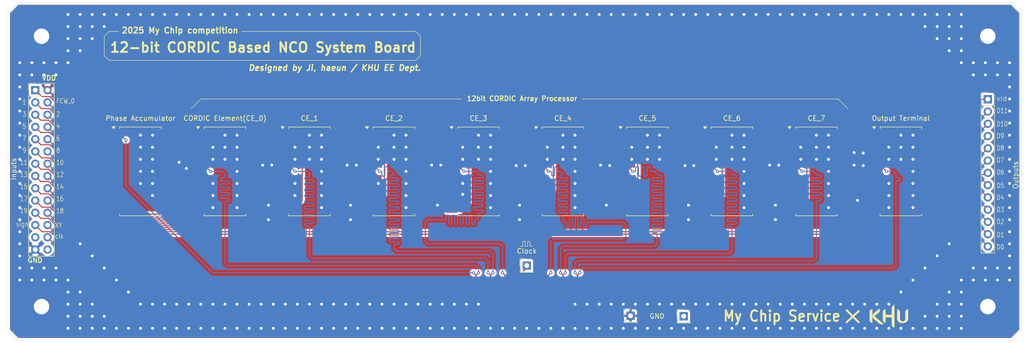
<source format=kicad_pcb>
(kicad_pcb (version 20241229) (generator "pcbnew") (generator_version "9.0")
  (layers (0 "F.Cu" signal) (2 "B.Cu" signal) (13 "F.Paste" user) (15 "B.Paste" user) (5 "F.SilkS" user "F.Silkscreen") (7 "B.SilkS" user "B.Silkscreen") (1 "F.Mask" user) (3 "B.Mask" user) (25 "Edge.Cuts" user))
  (net 0 "")
  (net 1 "GND")
  (net 2 "/data_0")
  (net 3 "/data_2")
  (net 4 "/vld")
  (net 5 "/data_3")
  (net 6 "/data_6")
  (net 7 "/data_5")
  (net 8 "/data_1")
  (net 9 "/data_9")
  (net 10 "/data_4")
  (net 11 "/data_8")
  (net 12 "/data_10")
  (net 13 "/data_7")
  (net 14 "/data_11")
  (net 15 "/FCW_6")
  (net 16 "/FCW_7")
  (net 17 "/FCW_11")
  (net 18 "/FCW_9")
  (net 19 "/FCW_8")
  (net 20 "/FCW_18")
  (net 21 "/FCW_17")
  (net 22 "+3V3")
  (net 23 "/FCW_3")
  (net 24 "/FCW_10")
  (net 25 "/FCW_16")
  (net 26 "/FCW_14")
  (net 27 "/clk")
  (net 28 "/FCW_19")
  (net 29 "/FCW_12")
  (net 30 "/FCW_0")
  (net 31 "/FCW_2")
  (net 32 "/FCW_13")
  (net 33 "/FCW_5")
  (net 34 "/FCW_15")
  (net 35 "/selXY")
  (net 36 "/en")
  (net 37 "/FCW_4")
  (net 38 "/FCW_1")
  (net 39 "/selSign")
  (net 41 "Net-(U1-outPhase[1])")
  (net 42 "Net-(U1-outIsNeg)")
  (net 43 "Net-(U1-vld)")
  (net 44 "Net-(U1-outPhase[0])")
  (net 45 "Net-(U2-outPhase[0])")
  (net 46 "Net-(U2-outY[0])")
  (net 47 "Net-(U2-outX[0])")
  (net 48 "Net-(U2-outIsNeg)")
  (net 49 "Net-(U2-outY[1])")
  (net 50 "Net-(U2-vld)")
  (net 51 "Net-(U2-outPhase[1])")
  (net 52 "Net-(U2-outX[1])")
  (net 53 "Net-(U3-outX[0])")
  (net 54 "Net-(U3-outPhase[1])")
  (net 55 "Net-(U3-outX[1])")
  (net 56 "Net-(U3-vld)")
  (net 57 "Net-(U3-outIsNeg)")
  (net 58 "Net-(U3-outY[0])")
  (net 59 "Net-(U3-outPhase[0])")
  (net 60 "Net-(U3-outY[1])")
  (net 61 "Net-(U4-outX[1])")
  (net 62 "Net-(U4-outPhase[1])")
  (net 63 "Net-(U4-vld)")
  (net 64 "Net-(U4-outY[1])")
  (net 65 "Net-(U4-outX[0])")
  (net 66 "Net-(U4-outPhase[0])")
  (net 67 "Net-(U4-outY[0])")
  (net 68 "Net-(U4-outIsNeg)")
  (net 69 "Net-(U5-vld)")
  (net 70 "Net-(U5-outY[1])")
  (net 71 "Net-(U5-outX[0])")
  (net 72 "Net-(U5-outPhase[0])")
  (net 73 "Net-(U5-outIsNeg)")
  (net 74 "Net-(U5-outX[1])")
  (net 75 "Net-(U5-outPhase[1])")
  (net 76 "Net-(U5-outY[0])")
  (net 77 "Net-(U6-outY[1])")
  (net 78 "Net-(U6-outX[1])")
  (net 79 "Net-(U6-outPhase[0])")
  (net 80 "Net-(U6-outIsNeg)")
  (net 81 "Net-(U6-outX[0])")
  (net 82 "Net-(U6-vld)")
  (net 83 "Net-(U6-outY[0])")
  (net 84 "Net-(U6-outPhase[1])")
  (net 85 "Net-(U7-outX[1])")
  (net 86 "Net-(U7-outPhase[0])")
  (net 87 "Net-(U7-outY[0])")
  (net 88 "Net-(U7-outIsNeg)")
  (net 89 "Net-(U7-outY[1])")
  (net 90 "Net-(U7-outX[0])")
  (net 91 "Net-(U7-vld)")
  (net 92 "Net-(U7-outPhase[1])")
  (net 93 "Net-(U8-outY[0])")
  (net 94 "Net-(U8-outY[1])")
  (net 95 "Net-(U8-outIsNeg)")
  (net 96 "Net-(U8-outPhase[1])")
  (net 97 "Net-(U8-vld)")
  (net 98 "Net-(U8-outX[1])")
  (net 99 "Net-(U8-outPhase[0])")
  (net 100 "Net-(U8-outX[0])")
  (net 101 "Net-(U10-inIsNeg)")
  (net 103 "Net-(U10-rdy)")
  (net 104 "Net-(U10-inY[0])")
  (net 105 "Net-(U10-inX[1])")
  (net 106 "Net-(U10-inY[1])")
  (net 107 "Net-(U10-inX[0])")
  (footprint "Package_SO:SOP-28_8.4x18.16mm_P1.27mm" (layer "F.Cu") (at 115 35)
    (property "Reference" "CE_4")
    (property "Value" "cordic_element")
  )
  (footprint "Package_SO:SOP-28_8.4x18.16mm_P1.27mm" (layer "F.Cu") (at 27.5 35)
    (property "Reference" "Phase Accumulator")
    (property "Value" "phase_accumulator")
  )
  (footprint "Package_SO:SOP-28_8.4x18.16mm_P1.27mm" (layer "F.Cu") (at 150 35)
    (property "Reference" "CE_6")
    (property "Value" "cordic_element")
  )
  (footprint "Package_SO:SOP-28_8.4x18.16mm_P1.27mm" (layer "F.Cu") (at 167.5 35)
    (property "Reference" "CE_7")
    (property "Value" "cordic_element")
  )
  (footprint "MountingHole:MountingHole_3.2mm_M3_Pad" (layer "F.Cu") (at 203 63)
    (property "Reference" "H4" (hide yes))
    (property "Value" "MountingHole_Pad")
  )
  (footprint "MountingHole:MountingHole_3.2mm_M3_Pad" (layer "F.Cu") (at 7 7)
    (property "Reference" "H1" (hide yes))
    (property "Value" "MountingHole_Pad")
  )
  (footprint "Package_SO:SOP-28_8.4x18.16mm_P1.27mm" (layer "F.Cu") (at 45 35)
    (property "Reference" "CORDIC Element(CE_0)")
    (property "Value" "cordic_element")
  )
  (footprint "Connector_PinHeader_2.54mm:PinHeader_1x01_P2.54mm_Vertical" (layer "F.Cu") (at 107.5 54.5)
    (property "Reference" "Clock")
    (property "Value" "Conn_01x01_Socket")
  )
  (footprint "Package_SO:SOP-28_8.4x18.16mm_P1.27mm" (layer "F.Cu") (at 80 35)
    (property "Reference" "CE_2")
    (property "Value" "cordic_element")
  )
  (footprint "Connector_PinHeader_2.54mm:PinHeader_2x14_P2.54mm_Vertical" (layer "F.Cu") (at 5.71 18.17)
    (property "Reference" "Inputs")
    (property "Value" "Conn_02x14_Odd_Even")
  )
  (footprint "LOGO" (layer "F.Cu") (at 182.5 65)
    (property "Reference" "G***" (hide yes))
    (property "Value" "LOGO" (hide yes))
  )
  (footprint "Connector_PinHeader_2.54mm:PinHeader_1x13_P2.54mm_Vertical" (layer "F.Cu") (at 203 20.06)
    (property "Reference" "Outputs")
    (property "Value" "Conn_01x13_Socket")
  )
  (footprint "MountingHole:MountingHole_3.2mm_M3_Pad" (layer "F.Cu") (at 7 63)
    (property "Reference" "H2" (hide yes))
    (property "Value" "MountingHole_Pad")
  )
  (footprint "Connector_PinHeader_2.54mm:PinHeader_1x01_P2.54mm_Vertical" (layer "F.Cu") (at 129 64.9)
    (property "Reference" "GND")
    (property "Value" "Conn_01x01_Socket")
  )
  (footprint "Package_SO:SOP-28_8.4x18.16mm_P1.27mm" (layer "F.Cu") (at 132.5 35)
    (property "Reference" "CE_5")
    (property "Value" "cordic_element")
  )
  (footprint "MountingHole:MountingHole_3.2mm_M3_Pad" (layer "F.Cu") (at 203 7)
    (property "Reference" "H3" (hide yes))
    (property "Value" "MountingHole_Pad")
  )
  (footprint "Package_SO:SOP-28_8.4x18.16mm_P1.27mm" (layer "F.Cu") (at 62.5 35)
    (property "Reference" "CE_1")
    (property "Value" "cordic_element")
  )
  (footprint "Package_SO:SOP-28_8.4x18.16mm_P1.27mm" (layer "F.Cu") (at 97.5 35)
    (property "Reference" "CE_3")
    (property "Value" "cordic_element")
  )
  (footprint "Connector_PinHeader_2.54mm:PinHeader_1x01_P2.54mm_Vertical" (layer "F.Cu") (at 140 65)
    (property "Reference" "J6" (hide yes))
    (property "Value" "Conn_01x01_Socket")
  )
  (footprint "Package_SO:SOP-28_8.4x18.16mm_P1.27mm" (layer "F.Cu") (at 185 35)
    (property "Reference" "Output Terminal")
    (property "Value" "output_terminal")
  )
  (gr_line (start 165.5 40.5) (end 165.5 39.5) (stroke (width 0.2)) (layer "F.Cu") (net 22))
  (gr_line (start 165.5 41.5) (end 165.5 40.5) (stroke (width 0.2)) (layer "F.Cu") (net 22))
  (gr_line (start 21 12) (end 84.5 12) (stroke (width 0.1)) (layer "F.SilkS"))
  (gr_line (start 20 7) (end 20 11) (stroke (width 0.1)) (layer "F.SilkS"))
  (gr_line (start 107.2 49.5) (end 107.2 50.5) (stroke (width 0.1)) (layer "F.SilkS"))
  (gr_line (start 48.5 6) (end 84.5 6) (stroke (width 0.1)) (layer "F.SilkS"))
  (gr_line (start 85.5 11) (end 84.5 12) (stroke (width 0.1)) (layer "F.SilkS"))
  (gr_line (start 106.7 50.5) (end 106.7 49.5) (stroke (width 0.1)) (layer "F.SilkS"))
  (gr_line (start 21 6) (end 23 6) (stroke (width 0.1)) (layer "F.SilkS"))
  (gr_line (start 106.7 49.5) (end 107.2 49.5) (stroke (width 0.1)) (layer "F.SilkS"))
  (gr_line (start 172 20) (end 119 20) (stroke (width 0.1)) (layer "F.SilkS"))
  (gr_line (start 107.7 50.5) (end 107.7 49.5) (stroke (width 0.1)) (layer "F.SilkS"))
  (gr_line (start 84.5 6) (end 85.5 7) (stroke (width 0.1)) (layer "F.SilkS"))
  (gr_line (start 21 6) (end 20 7) (stroke (width 0.1)) (layer "F.SilkS"))
  (gr_line (start 172 20) (end 174 22) (stroke (width 0.1)) (layer "F.SilkS"))
  (gr_line (start 173.75 63.75) (end 176.25 66.25) (stroke (width 0.4)) (layer "F.SilkS"))
  (gr_line (start 107.2 50.5) (end 107.7 50.5) (stroke (width 0.1)) (layer "F.SilkS"))
  (gr_line (start 106.2 50.5) (end 106.7 50.5) (stroke (width 0.1)) (layer "F.SilkS"))
  (gr_line (start 107.7 49.5) (end 108.2 49.5) (stroke (width 0.1)) (layer "F.SilkS"))
  (gr_line (start 108.2 50.5) (end 108.7 50.5) (stroke (width 0.1)) (layer "F.SilkS"))
  (gr_line (start 85.5 7) (end 85.5 11) (stroke (width 0.1)) (layer "F.SilkS"))
  (gr_line (start 20 11) (end 21 12) (stroke (width 0.1)) (layer "F.SilkS"))
  (gr_line (start 176.25 63.932803) (end 173.75 66.25) (stroke (width 0.4)) (layer "F.SilkS"))
  (gr_line (start 94 20) (end 40 20) (stroke (width 0.1)) (layer "F.SilkS"))
  (gr_line (start 40 20) (end 38 22) (stroke (width 0.1)) (layer "F.SilkS"))
  (gr_line (start 108.2 49.5) (end 108.2 50.5) (stroke (width 0.1)) (layer "F.SilkS"))
  (gr_line (start 208 0) (end 210 2) (stroke (width 0.05)) (layer "Edge.Cuts"))
  (gr_line (start 2 0) (end 0 2) (stroke (width 0.05)) (layer "Edge.Cuts"))
  (gr_line (start 0 2) (end 0 68) (stroke (width 0.05)) (layer "Edge.Cuts"))
  (gr_line (start 210 2) (end 210 68) (stroke (width 0.05)) (layer "Edge.Cuts"))
  (gr_line (start 208 70) (end 210 68) (stroke (width 0.05)) (layer "Edge.Cuts"))
  (gr_line (start 2 70) (end 208 70) (stroke (width 0.05)) (layer "Edge.Cuts"))
  (gr_line (start 2 0) (end 208 0) (stroke (width 0.05)) (layer "Edge.Cuts"))
  (gr_line (start 0 68) (end 2 70) (stroke (width 0.05)) (layer "Edge.Cuts"))
  (gr_text "11" (at 2.5 33.75 0) (layer "F.SilkS") (effects (font (size 1 0.8) (thickness 0.1)) (justify left bottom)))
  (gr_text "17" (at 2.5 41.25 0) (layer "F.SilkS") (effects (font (size 1 0.8) (thickness 0.1)) (justify left bottom)))
  (gr_text "7" (at 3 28.75 0) (layer "F.SilkS") (effects (font (size 1 0.8) (thickness 0.1)) (justify left bottom)))
  (gr_text "D6" (at 204.75 35.75 0) (layer "F.SilkS") (effects (font (size 1 0.8) (thickness 0.1)) (justify left bottom)))
  (gr_text "10" (at 10 33.75 0) (layer "F.SilkS") (effects (font (size 1 0.8) (thickness 0.1)) (justify left bottom)))
  (gr_text "VDD" (at 7 16.25 0) (layer "F.SilkS") (effects (font (size 1 1) (thickness 0.2) (bold yes)) (justify left bottom)))
  (gr_text "9" (at 3 31.25 0) (layer "F.SilkS") (effects (font (size 1 0.8) (thickness 0.1)) (justify left bottom)))
  (gr_text "GND" (at 4 54 0) (layer "F.SilkS") (effects (font (size 1 1) (thickness 0.2) (bold yes)) (justify left bottom)))
  (gr_text "2" (at 10 23.75 0) (layer "F.SilkS") (effects (font (size 1 0.8) (thickness 0.1)) (justify left bottom)))
  (gr_text "4" (at 10 26.185 0) (layer "F.SilkS") (effects (font (size 1 0.8) (thickness 0.1)) (justify left bottom)))
  (gr_text "D2" (at 204.75 46 0) (layer "F.SilkS") (effects (font (size 1 0.8) (thickness 0.1)) (justify left bottom)))
  (gr_text "15" (at 2.5 38.75 0) (layer "F.SilkS") (effects (font (size 1 0.8) (thickness 0.1)) (justify left bottom)))
  (gr_text "FCW_0" (at 10 21 0) (layer "F.SilkS") (effects (font (size 1 0.8) (thickness 0.1)) (justify left bottom)))
  (gr_text "D7" (at 204.75 33.25 0) (layer "F.SilkS") (effects (font (size 1 0.8) (thickness 0.1)) (justify left bottom)))
  (gr_text "D8" (at 204.75 30.75 0) (layer "F.SilkS") (effects (font (size 1 0.8) (thickness 0.1)) (justify left bottom)))
  (gr_text "3" (at 3 23.75 0) (layer "F.SilkS") (effects (font (size 1 0.8) (thickness 0.1)) (justify left bottom)))
  (gr_text "D0" (at 204.75 51.25 0) (layer "F.SilkS") (effects (font (size 1 0.8) (thickness 0.1)) (justify left bottom)))
  (gr_text "16" (at 10 41.25 0) (layer "F.SilkS") (effects (font (size 1 0.8) (thickness 0.1)) (justify left bottom)))
  (gr_text "8" (at 10 31.25 0) (layer "F.SilkS") (effects (font (size 1 0.8) (thickness 0.1)) (justify left bottom)))
  (gr_text "D3" (at 204.75 43.5 0) (layer "F.SilkS") (effects (font (size 1 0.8) (thickness 0.1)) (justify left bottom)))
  (gr_text "6" (at 10 28.75 0) (layer "F.SilkS") (effects (font (size 1 0.8) (thickness 0.1)) (justify left bottom)))
  (gr_text "clk" (at 9.75 49 0) (layer "F.SilkS") (effects (font (size 1 0.8) (thickness 0.1)) (justify left bottom)))
  (gr_text "19" (at 2.5 43.75 0) (layer "F.SilkS") (effects (font (size 1 0.8) (thickness 0.1)) (justify left bottom)))
  (gr_text "XY" (at 9.75 46.75 0) (layer "F.SilkS") (effects (font (size 1 0.8) (thickness 0.1)) (justify left bottom)))
  (gr_text "Designed by Ji, haeun / KHU EE Dept." (at 49.75 14.25 0) (layer "F.SilkS") (effects (font (size 1.2 1.2) (thickness 0.26) (bold yes) (italic yes)) (justify left bottom)))
  (gr_text "D5" (at 204.75 38.5 0) (layer "F.SilkS") (effects (font (size 1 0.8) (thickness 0.1)) (justify left bottom)))
  (gr_text "1" (at 3 21.25 0) (layer "F.SilkS") (effects (font (size 1 0.8) (thickness 0.1)) (justify left bottom)))
  (gr_text "14" (at 10 38.75 0) (layer "F.SilkS") (effects (font (size 1 0.8) (thickness 0.1)) (justify left bottom)))
  (gr_text "2025 My Chip competition " (at 23.5 6.5 0) (layer "F.SilkS") (effects (font (size 1.2 1.2) (thickness 0.25)) (justify left bottom)))
  (gr_text "D10" (at 204.75 25.75 0) (layer "F.SilkS") (effects (font (size 1 0.8) (thickness 0.1)) (justify left bottom)))
  (gr_text "D4" (at 204.75 41 0) (layer "F.SilkS") (effects (font (size 1 0.8) (thickness 0.1)) (justify left bottom)))
  (gr_text "18" (at 10 43.75 0) (layer "F.SilkS") (effects (font (size 1 0.8) (thickness 0.1)) (justify left bottom)))
  (gr_text "12" (at 10 36.25 0) (layer "F.SilkS") (effects (font (size 1 0.8) (thickness 0.1)) (justify left bottom)))
  (gr_text "D9" (at 204.75 28.25 0) (layer "F.SilkS") (effects (font (size 1 0.8) (thickness 0.1)) (justify left bottom)))
  (gr_text "My Chip Service" (at 148 66.25 0) (layer "F.SilkS") (effects (font (size 2.2 2) (thickness 0.375) (bold yes)) (justify left bottom)))
  (gr_text "12-bit CORDIC Based NCO System Board" (at 21 10.5 0) (layer "F.SilkS") (effects (font (size 2 2) (thickness 0.4) (bold yes)) (justify left bottom)))
  (gr_text "D11" (at 204.75 23 0) (layer "F.SilkS") (effects (font (size 1 0.8) (thickness 0.1)) (justify left bottom)))
  (gr_text "sign" (at 3 46.5 0) (layer "F.SilkS") (effects (font (size 1 0.8) (thickness 0.1)) (justify bottom)))
  (gr_text "5" (at 3 26.25 0) (layer "F.SilkS") (effects (font (size 1 0.8) (thickness 0.1)) (justify left bottom)))
  (gr_text "13" (at 2.5 36.25 0) (layer "F.SilkS") (effects (font (size 1 0.8) (thickness 0.1)) (justify left bottom)))
  (gr_text "vld" (at 204.75 20.5 0) (layer "F.SilkS") (effects (font (size 1 1) (thickness 0.1)) (justify left bottom)))
  (gr_text "D1" (at 204.75 48.75 0) (layer "F.SilkS") (effects (font (size 1 0.8) (thickness 0.1)) (justify left bottom)))
  (gr_text "12bit CORDIC Array Processor" (at 95 20.5 0) (layer "F.SilkS") (effects (font (size 1 1) (thickness 0.2) (bold yes)) (justify left bottom)))
  (via (at 150 62.5) (size 1) (drill 0.6) (layers "F.Cu" "B.Cu") (net 1))
  (via (at 207.5 57.5) (size 1) (drill 0.6) (layers "F.Cu" "B.Cu") (net 1))
  (via (at 62.5 32.5) (size 1) (drill 0.6) (layers "F.Cu" "B.Cu") (net 1))
  (via (at 90 62.5) (size 1) (drill 0.6) (layers "F.Cu" "B.Cu") (net 1))
  (via (at 176 41) (size 1) (drill 0.6) (layers "F.Cu" "B.Cu") (net 1))
  (via (at 105 2.5) (size 1) (drill 0.6) (layers "F.Cu" "B.Cu") (net 1))
  (via (at 130 62.5) (size 1) (drill 0.6) (layers "F.Cu" "B.Cu") (net 1))
  (via (at 30 30) (size 1) (drill 0.6) (layers "F.Cu" "B.Cu") (net 1))
  (via (at 207.5 52.5) (size 1) (drill 0.6) (layers "F.Cu" "B.Cu") (net 1))
  (via (at 95 2.5) (size 1) (drill 0.6) (layers "F.Cu" "B.Cu") (net 1))
  (via (at 117.5 67.5) (size 1) (drill 0.6) (layers "F.Cu" "B.Cu") (net 1))
  (via (at 72.5 2.5) (size 1) (drill 0.6) (layers "F.Cu" "B.Cu") (net 1))
  (via (at 207.5 15) (size 1) (drill 0.6) (layers "F.Cu" "B.Cu") (net 1))
  (via (at 65 40) (size 1) (drill 0.6) (layers "F.Cu" "B.Cu") (net 1))
  (via (at 202.5 15) (size 1) (drill 0.6) (layers "F.Cu" "B.Cu") (net 1))
  (via (at 47.5 67.5) (size 1) (drill 0.6) (layers "F.Cu" "B.Cu") (net 1))
  (via (at 55 62.5) (size 1) (drill 0.6) (layers "F.Cu" "B.Cu") (net 1))
  (via (at 141 45) (size 1) (drill 0.6) (layers "F.Cu" "B.Cu") (net 1))
  (via (at 145 62.5) (size 1) (drill 0.6) (layers "F.Cu" "B.Cu") (net 1))
  (via (at 205 55) (size 1) (drill 0.6) (layers "F.Cu" "B.Cu") (net 1))
  (via (at 70 2.5) (size 1) (drill 0.6) (layers "F.Cu" "B.Cu") (net 1))
  (via (at 125 67.5) (size 1) (drill 0.6) (layers "F.Cu" "B.Cu") (net 1))
  (via (at 132.5 67.5) (size 1) (drill 0.6) (layers "F.Cu" "B.Cu") (net 1))
  (via (at 97.5 30) (size 1) (drill 0.6) (layers "F.Cu" "B.Cu") (net 1))
  (via (at 2.5 40) (size 1) (drill 0.6) (layers "F.Cu" "B.Cu") (net 1))
  (via (at 94.25 30) (size 1) (drill 0.6) (layers "F.Cu" "B.Cu") (net 1))
  (via (at 67.5 62.5) (size 1) (drill 0.6) (layers "F.Cu" "B.Cu") (net 1))
  (via (at 2.5 17.5) (size 1) (drill 0.6) (layers "F.Cu" "B.Cu") (net 1))
  (via (at 47.5 40) (size 1) (drill 0.6) (layers "F.Cu" "B.Cu") (net 1))
  (via (at 152.5 32.5) (size 1) (drill 0.6) (layers "F.Cu" "B.Cu") (net 1))
  (via (at 192.5 67.5) (size 1) (drill 0.6) (layers "F.Cu" "B.Cu") (net 1))
  (via (at 177.2 33.8) (size 1) (drill 0.6) (layers "F.Cu" "B.Cu") (net 1))
  (via (at 202.5 55) (size 1) (drill 0.6) (layers "F.Cu" "B.Cu") (net 1))
  (via (at 95 67.5) (size 1) (drill 0.6) (layers "F.Cu" "B.Cu") (net 1))
  (via (at 112.5 2.5) (size 1) (drill 0.6) (layers "F.Cu" "B.Cu") (net 1))
  (via (at 2.5 25) (size 1) (drill 0.6) (layers "F.Cu" "B.Cu") (net 1))
  (via (at 170 40) (size 1) (drill 0.6) (layers "F.Cu" "B.Cu") (net 1))
  (via (at 135 62.5) (size 1) (drill 0.6) (layers "F.Cu" "B.Cu") (net 1))
  (via (at 135 67.5) (size 1) (drill 0.6) (layers "F.Cu" "B.Cu") (net 1))
  (via (at 130 2.5) (size 1) (drill 0.6) (layers "F.Cu" "B.Cu") (net 1))
  (via (at 125 2.5) (size 1) (drill 0.6) (layers "F.Cu" "B.Cu") (net 1))
  (via (at 111.75 30) (size 1) (drill 0.6) (layers "F.Cu" "B.Cu") (net 1))
  (via (at 160 67.5) (size 1) (drill 0.6) (layers "F.Cu" "B.Cu") (net 1))
  (via (at 75 62.5) (size 1) (drill 0.6) (layers "F.Cu" "B.Cu") (net 1))
  (via (at 100 42.5) (size 1) (drill 0.6) (layers "F.Cu" "B.Cu") (net 1))
  (via (at 2.5 35) (size 1) (drill 0.6) (layers "F.Cu" "B.Cu") (net 1))
  (via (at 192.5 62.5) (size 1) (drill 0.6) (layers "F.Cu" "B.Cu") (net 1))
  (via (at 170 37.5) (size 1) (drill 0.6) (layers "F.Cu" "B.Cu") (net 1))
  (via (at 100 32.5) (size 1) (drill 0.6) (layers "F.Cu" "B.Cu") (net 1))
  (via (at 15 10) (size 1) (drill 0.6) (layers "F.Cu" "B.Cu") (net 1))
  (via (at 97.5 32.5) (size 1) (drill 0.6) (layers "F.Cu" "B.Cu") (net 1))
  (via (at 107.5 2.5) (size 1) (drill 0.6) (layers "F.Cu" "B.Cu") (net 1))
  (via (at 129.25 30) (size 1) (drill 0.6) (layers "F.Cu" "B.Cu") (net 1))
  (via (at 160 2.5) (size 1) (drill 0.6) (layers "F.Cu" "B.Cu") (net 1))
  (via (at 15 2.5) (size 1) (drill 0.6) (layers "F.Cu" "B.Cu") (net 1))
  (via (at 47.5 37.5) (size 1) (drill 0.6) (layers "F.Cu" "B.Cu") (net 1))
  (via (at 80 30) (size 1) (drill 0.6) (layers "F.Cu" "B.Cu") (net 1))
  (via (at 2.5 37.5) (size 1) (drill 0.6) (layers "F.Cu" "B.Cu") (net 1))
  (via (at 47.5 2.5) (size 1) (drill 0.6) (layers "F.Cu" "B.Cu") (net 1))
  (via (at 5 55) (size 1) (drill 0.6) (layers "F.Cu" "B.Cu") (net 1))
  (via (at 47.5 35) (size 1) (drill 0.6) (layers "F.Cu" "B.Cu") (net 1))
  (via (at 146.75 30) (size 1) (drill 0.6) (layers "F.Cu" "B.Cu") (net 1))
  (via (at 157.5 67.5) (size 1) (drill 0.6) (layers "F.Cu" "B.Cu") (net 1))
  (via (at 97.5 2.5) (size 1) (drill 0.6) (layers "F.Cu" "B.Cu") (net 1))
  (via (at 195 60) (size 1) (drill 0.6) (layers "F.Cu" "B.Cu") (net 1))
  (via (at 205 12.5) (size 1) (drill 0.6) (layers "F.Cu" "B.Cu") (net 1))
  (via (at 67.5 67.5) (size 1) (drill 0.6) (layers "F.Cu" "B.Cu") (net 1))
  (via (at 185 32.5) (size 1) (drill 0.6) (layers "F.Cu" "B.Cu") (net 1))
  (via (at 105 67.5) (size 1) (drill 0.6) (layers "F.Cu" "B.Cu") (net 1))
  (via (at 111.75 32.5) (size 1) (drill 0.6) (layers "F.Cu" "B.Cu") (net 1))
  (via (at 94.25 32.5) (size 1) (drill 0.6) (layers "F.Cu" "B.Cu") (net 1))
  (via (at 100 30) (size 1) (drill 0.6) (layers "F.Cu" "B.Cu") (net 1))
  (via (at 195 65) (size 1) (drill 0.6) (layers "F.Cu" "B.Cu") (net 1))
  (via (at 162.5 62.5) (size 1) (drill 0.6) (layers "F.Cu" "B.Cu") (net 1))
  (via (at 82.5 35) (size 1) (drill 0.6) (layers "F.Cu" "B.Cu") (net 1))
  (via (at 77.5 62.5) (size 1) (drill 0.6) (layers "F.Cu" "B.Cu") (net 1))
  (via (at 45 27.5) (size 1) (drill 0.6) (layers "F.Cu" "B.Cu") (net 1))
  (via (at 2.5 55) (size 1) (drill 0.6) (layers "F.Cu" "B.Cu") (net 1))
  (via (at 100 40) (size 1) (drill 0.6) (layers "F.Cu" "B.Cu") (net 1))
  (via (at 182.5 2.5) (size 1) (drill 0.6) (layers "F.Cu" "B.Cu") (net 1))
  (via (at 35 67.5) (size 1) (drill 0.6) (layers "F.Cu" "B.Cu") (net 1))
  (via (at 172.5 67.5) (size 1) (drill 0.6) (layers "F.Cu" "B.Cu") (net 1))
  (via (at 207.5 35) (size 1) (drill 0.6) (layers "F.Cu" "B.Cu") (net 1))
  (via (at 2.5 57.5) (size 1) (drill 0.6) (layers "F.Cu" "B.Cu") (net 1))
  (via (at 142.5 62.5) (size 1) (drill 0.6) (layers "F.Cu" "B.Cu") (net 1))
  (via (at 82.5 67.5) (size 1) (drill 0.6) (layers "F.Cu" "B.Cu") (net 1))
  (via (at 25 60) (size 1) (drill 0.6) (layers "F.Cu" "B.Cu") (net 1))
  (via (at 30 67.5) (size 1) (drill 0.6) (layers "F.Cu" "B.Cu") (net 1))
  (via (at 7.5 55) (size 1) (drill 0.6) (layers "F.Cu" "B.Cu") (net 1))
  (via (at 197.5 60) (size 1) (drill 0.6) (layers "F.Cu" "B.Cu") (net 1))
  (via (at 127.5 67.5) (size 1) (drill 0.6) (layers "F.Cu" "B.Cu") (net 1))
  (via (at 182.5 42.5) (size 1) (drill 0.6) (layers "F.Cu" "B.Cu") (net 1))
  (via (at 167.5 32.5) (size 1) (drill 0.6) (layers "F.Cu" "B.Cu") (net 1))
  (via (at 170 30) (size 1) (drill 0.6) (layers "F.Cu" "B.Cu") (net 1))
  (via (at 12.5 2.5) (size 1) (drill 0.6) (layers "F.Cu" "B.Cu") (net 1))
  (via (at 207.5 17.5) (size 1) (drill 0.6) (layers "F.Cu" "B.Cu") (net 1))
  (via (at 75 67.5) (size 1) (drill 0.6) (layers "F.Cu" "B.Cu") (net 1))
  (via (at 2.5 42.5) (size 1) (drill 0.6) (layers "F.Cu" "B.Cu") (net 1))
  (via (at 152.5 42.5) (size 1) (drill 0.6) (layers "F.Cu" "B.Cu") (net 1))
  (via (at 122.5 2.5) (size 1) (drill 0.6) (layers "F.Cu" "B.Cu") (net 1))
  (via (at 2.5 50) (size 1) (drill 0.6) (layers "F.Cu" "B.Cu") (net 1))
  (via (at 35 2.5) (size 1) (drill 0.6) (layers "F.Cu" "B.Cu") (net 1))
  (via (at 200 57.5) (size 1) (drill 0.6) (layers "F.Cu" "B.Cu") (net 1))
  (via (at 27.5 37.5) (size 1) (drill 0.6) (layers "F.Cu" "B.Cu") (net 1))
  (via (at 70.3 33.7) (size 1) (drill 0.6) (layers "F.Cu" "B.Cu") (net 1))
  (via (at 132.5 32.5) (size 1) (drill 0.6) (layers "F.Cu" "B.Cu") (net 1))
  (via (at 147.5 2.5) (size 1) (drill 0.6) (layers "F.Cu" "B.Cu") (net 1))
  (via (at 2.5 47.5) (size 1) (drill 0.6) (layers "F.Cu" "B.Cu") (net 1))
  (via (at 200 55) (size 1) (drill 0.6) (layers "F.Cu" "B.Cu") (net 1))
  (via (at 177.5 2.5) (size 1) (drill 0.6) (layers "F.Cu" "B.Cu") (net 1))
  (via (at 77.5 2.5) (size 1) (drill 0.6) (layers "F.Cu" "B.Cu") (net 1))
  (via (at 90 67.5) (size 1) (drill 0.6) (layers "F.Cu" "B.Cu") (net 1))
  (via (at 12.5 7.5) (size 1) (drill 0.6) (layers "F.Cu" "B.Cu") (net 1))
  (via (at 92.5 2.5) (size 1) (drill 0.6) (layers "F.Cu" "B.Cu") (net 1))
  (via (at 59.5 30) (size 1) (drill 0.6) (layers "F.Cu" "B.Cu") (net 1))
  (via (at 192.5 65) (size 1) (drill 0.6) (layers "F.Cu" "B.Cu") (net 1))
  (via (at 177.2 31.2) (size 1) (drill 0.6) (layers "F.Cu" "B.Cu") (net 1))
  (via (at 32.5 2.5) (size 1) (drill 0.6) (layers "F.Cu" "B.Cu") (net 1))
  (via (at 42.5 30) (size 1) (drill 0.6) (layers "F.Cu" "B.Cu") (net 1))
  (via (at 167.5 27.5) (size 1) (drill 0.6) (layers "F.Cu" "B.Cu") (net 1))
  (via (at 97.5 27.5) (size 1) (drill 0.6) (layers "F.Cu" "B.Cu") (net 1))
  (via (at 77.5 67.5) (size 1) (drill 0.6) (layers "F.Cu" "B.Cu") (net 1))
  (via (at 172.5 2.5) (size 1) (drill 0.6) (layers "F.Cu" "B.Cu") (net 1))
  (via (at 117.5 35) (size 1) (drill 0.6) (layers "F.Cu" "B.Cu") (net 1))
  (via (at 170 32.5) (size 1) (drill 0.6) (layers "F.Cu" "B.Cu") (net 1))
  (via (at 152.5 62.5) (size 1) (drill 0.6) (layers "F.Cu" "B.Cu") (net 1))
  (via (at 57.5 67.5) (size 1) (drill 0.6) (layers "F.Cu" "B.Cu") (net 1))
  (via (at 187.5 27.5) (size 1) (drill 0.6) (layers "F.Cu" "B.Cu") (net 1))
  (via (at 135 30) (size 1) (drill 0.6) (layers "F.Cu" "B.Cu") (net 1))
  (via (at 190 65) (size 1) (drill 0.6) (layers "F.Cu" "B.Cu") (net 1))
  (via (at 152.5 37.5) (size 1) (drill 0.6) (layers "F.Cu" "B.Cu") (net 1))
  (via (at 60 62.5) (size 1) (drill 0.6) (layers "F.Cu" "B.Cu") (net 1))
  (via (at 52.5 2.5) (size 1) (drill 0.6) (layers "F.Cu" "B.Cu") (net 1))
  (via (at 2.5 15) (size 1) (drill 0.6) (layers "F.Cu" "B.Cu") (net 1))
  (via (at 17.5 67.5) (size 1) (drill 0.6) (layers "F.Cu" "B.Cu") (net 1))
  (via (at 115 32.5) (size 1) (drill 0.6) (layers "F.Cu" "B.Cu") (net 1))
  (via (at 20 5) (size 1) (drill 0.6) (layers "F.Cu" "B.Cu") (net 1))
  (via (at 142.1 33.8) (size 1) (drill 0.6) (layers "F.Cu" "B.Cu") (net 1))
  (via (at 155 67.5) (size 1) (drill 0.6) (layers "F.Cu" "B.Cu") (net 1))
  (via (at 25 67.5) (size 1) (drill 0.6) (layers "F.Cu" "B.Cu") (net 1))
  (via (at 72.5 62.5) (size 1) (drill 0.6) (layers "F.Cu" "B.Cu") (net 1))
  (via (at 65 32.5) (size 1) (drill 0.6) (layers "F.Cu" "B.Cu") (net 1))
  (via (at 142.5 67.5) (size 1) (drill 0.6) (layers "F.Cu" "B.Cu") (net 1))
  (via (at 17.5 52.5) (size 1) (drill 0.6) (layers "F.Cu" "B.Cu") (net 1))
  (via (at 42.5 42.5) (size 1) (drill 0.6) (layers "F.Cu" "B.Cu") (net 1))
  (via (at 185 67.5) (size 1) (drill 0.6) (layers "F.Cu" "B.Cu") (net 1))
  (via (at 27.5 27.5) (size 1) (drill 0.6) (layers "F.Cu" "B.Cu") (net 1))
  (via (at 2.5 22.5) (size 1) (drill 0.6) (layers "F.Cu" "B.Cu") (net 1))
  (via (at 115 30) (size 1) (drill 0.6) (layers "F.Cu" "B.Cu") (net 1))
  (via (at 37.5 2.5) (size 1) (drill 0.6) (layers "F.Cu" "B.Cu") (net 1))
  (via (at 7.5 15) (size 1) (drill 0.6) (layers "F.Cu" "B.Cu") (net 1))
  (via (at 2.5 52.5) (size 1) (drill 0.6) (layers "F.Cu" "B.Cu") (net 1))
  (via (at 117.5 42.5) (size 1) (drill 0.6) (layers "F.Cu" "B.Cu") (net 1))
  (via (at 50 67.5) (size 1) (drill 0.6) (layers "F.Cu" "B.Cu") (net 1))
  (via (at 82.5 2.5) (size 1) (drill 0.6) (layers "F.Cu" "B.Cu") (net 1))
  (via (at 197.5 10) (size 1) (drill 0.6) (layers "F.Cu" "B.Cu") (net 1))
  (via (at 27.5 32.5) (size 1) (drill 0.6) (layers "F.Cu" "B.Cu") (net 1))
  (via (at 100 2.5) (size 1) (drill 0.6) (layers "F.Cu" "B.Cu") (net 1))
  (via (at 57.5 62.5) (size 1) (drill 0.6) (layers "F.Cu" "B.Cu") (net 1))
  (via (at 62.5 67.5) (size 1) (drill 0.6) (layers "F.Cu" "B.Cu") (net 1))
  (via (at 152.5 67.5) (size 1) (drill 0.6) (layers "F.Cu" "B.Cu") (net 1))
  (via (at 115 67.5) (size 1) (drill 0.6) (layers "F.Cu" "B.Cu") (net 1))
  (via (at 12.5 5) (size 1) (drill 0.6) (layers "F.Cu" "B.Cu") (net 1))
  (via (at 80 32.5) (size 1) (drill 0.6) (layers "F.Cu" "B.Cu") (net 1))
  (via (at 94.25 39.75) (size 1) (drill 0.6) (layers "F.Cu" "B.Cu") (net 1))
  (via (at 170 2.5) (size 1) (drill 0.6) (layers "F.Cu" "B.Cu") (net 1))
  (via (at 47.5 32.5) (size 1) (drill 0.6) (layers "F.Cu" "B.Cu") (net 1))
  (via (at 15 60) (size 1) (drill 0.6) (layers "F.Cu" "B.Cu") (net 1))
  (via (at 40 62.5) (size 1) (drill 0.6) (layers "F.Cu" "B.Cu") (net 1))
  (via (at 37.5 67.5) (size 1) (drill 0.6) (layers "F.Cu" "B.Cu") (net 1))
  (via (at 42.5 62.5) (size 1) (drill 0.6) (layers "F.Cu" "B.Cu") (net 1))
  (via (at 125 62.5) (size 1) (drill 0.6) (layers "F.Cu" "B.Cu") (net 1))
  (via (at 87.5 67.5) (size 1) (drill 0.6) (layers "F.Cu" "B.Cu") (net 1))
  (via (at 7.5 12.5) (size 1) (drill 0.6) (layers "F.Cu" "B.Cu") (net 1))
  (via (at 207.5 40) (size 1) (drill 0.6) (layers "F.Cu" "B.Cu") (net 1))
  (via (at 205 15) (size 1) (drill 0.6) (layers "F.Cu" "B.Cu") (net 1))
  (via (at 107.5 67.5) (size 1) (drill 0.6) (layers "F.Cu" "B.Cu") (net 1))
  (via (at 182.5 40) (size 1) (drill 0.6) (layers "F.Cu" "B.Cu") (net 1))
  (via (at 170 62.5) (size 1) (drill 0.6) (layers "F.Cu" "B.Cu") (net 1))
  (via (at 80 67.5) (size 1) (drill 0.6) (layers "F.Cu" "B.Cu") (net 1))
  (via (at 47.5 30) (size 1) (drill 0.6) (layers "F.Cu" "B.Cu") (net 1))
  (via (at 164.25 30) (size 1) (drill 0.6) (layers "F.Cu" "B.Cu") (net 1))
  (via (at 190 67.5) (size 1) (drill 0.6) (layers "F.Cu" "B.Cu") (net 1))
  (via (at 57.5 2.5) (size 1) (drill 0.6) (layers "F.Cu" "B.Cu") (net 1))
  (via (at 47.5 62.5) (size 1) (drill 0.6) (layers "F.Cu" "B.Cu") (net 1))
  (via (at 127.5 62.5) (size 1) (drill 0.6) (layers "F.Cu" "B.Cu") (net 1))
  (via (at 65 42.5) (size 1) (drill 0.6) (layers "F.Cu" "B.Cu") (net 1))
  (via (at 2.5 30) (size 1) (drill 0.6) (layers "F.Cu" "B.Cu") (net 1))
  (via (at 132.5 62.5) (size 1) (drill 0.6) (layers "F.Cu" "B.Cu") (net 1))
  (via (at 20 65) (size 1) (drill 0.6) (layers "F.Cu" "B.Cu") (net 1))
  (via (at 40 67.5) (size 1) (drill 0.6) (layers "F.Cu" "B.Cu") (net 1))
  (via (at 117.5 40) (size 1) (drill 0.6) (layers "F.Cu" "B.Cu") (net 1))
  (via (at 185 60) (size 1) (drill 0.6) (layers "F.Cu" "B.Cu") (net 1))
  (via (at 82.5 62.5) (size 1) (drill 0.6) (layers "F.Cu" "B.Cu") (net 1))
  (via (at 150 67.5) (size 1) (drill 0.6) (layers "F.Cu" "B.Cu") (net 1))
  (via (at 170 42.5) (size 1) (drill 0.6) (layers "F.Cu" "B.Cu") (net 1))
  (via (at 30 27.5) (size 1) (drill 0.6) (layers "F.Cu" "B.Cu") (net 1))
  (via (at 80 62.5) (size 1) (drill 0.6) (layers "F.Cu" "B.Cu") (net 1))
  (via (at 25 2.5) (size 1) (drill 0.6) (layers "F.Cu" "B.Cu") (net 1))
  (via (at 59.5 32.5) (size 1) (drill 0.6) (layers "F.Cu" "B.Cu") (net 1))
  (via (at 190 5) (size 1) (drill 0.6) (layers "F.Cu" "B.Cu") (net 1))
  (via (at 92.5 62.5) (size 1) (drill 0.6) (layers "F.Cu" "B.Cu") (net 1))
  (via (at 190 55) (size 1) (drill 0.6) (layers "F.Cu" "B.Cu") (net 1))
  (via (at 71 45) (size 1) (drill 0.6) (layers "F.Cu" "B.Cu") (net 1))
  (via (at 10 57.5) (size 1) (drill 0.6) (layers "F.Cu" "B.Cu") (net 1))
  (via (at 47.5 27.5) (size 1) (drill 0.6) (layers "F.Cu" "B.Cu") (net 1))
  (via (at 17.5 2.5) (size 1) (drill 0.6) (layers "F.Cu" "B.Cu") (net 1))
  (via (at 20 67.5) (size 1) (drill 0.6) (layers "F.Cu" "B.Cu") (net 1))
  (via (at 42.5 32.5) (size 1) (drill 0.6) (layers "F.Cu" "B.Cu") (net 1))
  (via (at 182.5 67.5) (size 1) (drill 0.6) (layers "F.Cu" "B.Cu") (net 1))
  (via (at 35.5 33.1) (size 1) (drill 0.6) (layers "F.Cu" "B.Cu") (net 1))
  (via (at 180 62.5) (size 1) (drill 0.6) (layers "F.Cu" "B.Cu") (net 1))
  (via (at 62.5 27.5) (size 1) (drill 0.6) (layers "F.Cu" "B.Cu") (net 1))
  (via (at 141 42) (size 1) (drill 0.6) (layers "F.Cu" "B.Cu") (net 1))
  (via (at 197.5 12.5) (size 1) (drill 0.6) (layers "F.Cu" "B.Cu") (net 1))
  (via (at 5 57.5) (size 1) (drill 0.6) (layers "F.Cu" "B.Cu") (net 1))
  (via (at 197.5 2.5) (size 1) (drill 0.6) (layers "F.Cu" "B.Cu") (net 1))
  (via (at 146.75 32.5) (size 1) (drill 0.6) (layers "F.Cu" "B.Cu") (net 1))
  (via (at 50 62.5) (size 1) (drill 0.6) (layers "F.Cu" "B.Cu") (net 1))
  (via (at 17.5 5) (size 1) (drill 0.6) (layers "F.Cu" "B.Cu") (net 1))
  (via (at 82.5 27.5) (size 1) (drill 0.6) (layers "F.Cu" "B.Cu") (net 1))
  (via (at 85 62.5) (size 1) (drill 0.6) (layers "F.Cu" "B.Cu") (net 1))
  (via (at 167.5 2.5) (size 1) (drill 0.6) (layers "F.Cu" "B.Cu") (net 1))
  (via (at 200 12.5) (size 1) (drill 0.6) (layers "F.Cu" "B.Cu") (net 1))
  (via (at 100 27.5) (size 1) (drill 0.6) (layers "F.Cu" "B.Cu") (net 1))
  (via (at 92.5 67.5) (size 1) (drill 0.6) (layers "F.Cu" "B.Cu") (net 1))
  (via (at 106 45) (size 1) (drill 0.6) (layers "F.Cu" "B.Cu") (net 1))
  (via (at 197.5 67.5) (size 1) (drill 0.6) (layers "F.Cu" "B.Cu") (net 1))
  (via (at 72.2 33.7) (size 1) (drill 0.6) (layers "F.Cu" "B.Cu") (net 1))
  (via (at 54.7 33.7) (size 1) (drill 0.6) (layers "F.Cu" "B.Cu") (net 1))
  (via (at 197.5 5) (size 1) (drill 0.6) (layers "F.Cu" "B.Cu") (net 1))
  (via (at 52.5 62.5) (size 1) (drill 0.6) (layers "F.Cu" "B.Cu") (net 1))
  (via (at 197.5 62.5) (size 1) (drill 0.6) (layers "F.Cu" "B.Cu") (net 1))
  (via (at 187.5 67.5) (size 1) (drill 0.6) (layers "F.Cu" "B.Cu") (net 1))
  (via (at 124 42) (size 1) (drill 0.6) (layers "F.Cu" "B.Cu") (net 1))
  (via (at 5 12.5) (size 1) (drill 0.6) (layers "F.Cu" "B.Cu") (net 1))
  (via (at 112.5 67.5) (size 1) (drill 0.6) (layers "F.Cu" "B.Cu") (net 1))
  (via (at 85 2.5) (size 1) (drill 0.6) (layers "F.Cu" "B.Cu") (net 1))
  (via (at 187.5 30) (size 1) (drill 0.6) (layers "F.Cu" "B.Cu") (net 1))
  (via (at 207.5 22.5) (size 1) (drill 0.6) (layers "F.Cu" "B.Cu") (net 1))
  (via (at 159 45) (size 1) (drill 0.6) (layers "F.Cu" "B.Cu") (net 1))
  (via (at 122.5 67.5) (size 1) (drill 0.6) (layers "F.Cu" "B.Cu") (net 1))
  (via (at 147.5 67.5) (size 1) (drill 0.6) (layers "F.Cu" "B.Cu") (net 1))
  (via (at 27.5 2.5) (size 1) (drill 0.6) (layers "F.Cu" "B.Cu") (net 1))
  (via (at 157.5 2.5) (size 1) (drill 0.6) (layers "F.Cu" "B.Cu") (net 1))
  (via (at 76.75 32.5) (size 1) (drill 0.6) (layers "F.Cu" "B.Cu") (net 1))
  (via (at 2.5 45) (size 1) (drill 0.6) (layers "F.Cu" "B.Cu") (net 1))
  (via (at 150 27.5) (size 1) (drill 0.6) (layers "F.Cu" "B.Cu") (net 1))
  (via (at 162.5 2.5) (size 1) (drill 0.6) (layers "F.Cu" "B.Cu") (net 1))
  (via (at 120 2.5) (size 1) (drill 0.6) (layers "F.Cu" "B.Cu") (net 1))
  (via (at 120 62.5) (size 1) (drill 0.6) (layers "F.Cu" "B.Cu") (net 1))
  (via (at 122.5 62.5) (size 1) (drill 0.6) (layers "F.Cu" "B.Cu") (net 1))
  (via (at 167.5 62.5) (size 1) (drill 0.6) (layers "F.Cu" "B.Cu") (net 1))
  (via (at 205 57.5) (size 1) (drill 0.6) (layers "F.Cu" "B.Cu") (net 1))
  (via (at 65 62.5) (size 1) (drill 0.6) (layers "F.Cu" "B.Cu") (net 1))
  (via (at 12.5 62.5) (size 1) (drill 0.6) (layers "F.Cu" "B.Cu") (net 1))
  (via (at 71 42) (size 1) (drill 0.6) (layers "F.Cu" "B.Cu") (net 1))
  (via (at 52.5 67.5) (size 1) (drill 0.6) (layers "F.Cu" "B.Cu") (net 1))
  (via (at 89 42) (size 1) (drill 0.6) (layers "F.Cu" "B.Cu") (net 1))
  (via (at 60 2.5) (size 1) (drill 0.6) (layers "F.Cu" "B.Cu") (net 1))
  (via (at 62.5 2.5) (size 1) (drill 0.6) (layers "F.Cu" "B.Cu") (net 1))
  (via (at 192.5 7.5) (size 1) (drill 0.6) (layers "F.Cu" "B.Cu") (net 1))
  (via (at 170 35) (size 1) (drill 0.6) (layers "F.Cu" "B.Cu") (net 1))
  (via (at 37.5 62.5) (size 1) (drill 0.6) (layers "F.Cu" "B.Cu") (net 1))
  (via (at 12.5 60) (size 1) (drill 0.6) (layers "F.Cu" "B.Cu") (net 1))
  (via (at 100 37.5) (size 1) (drill 0.6) (layers "F.Cu" "B.Cu") (net 1))
  (via (at 54 42) (size 1) (drill 0.6) (layers "F.Cu" "B.Cu") (net 1))
  (via (at 195 10) (size 1) (drill 0.6) (layers "F.Cu" "B.Cu") (net 1))
  (via (at 87.5 62.5) (size 1) (drill 0.6) (layers "F.Cu" "B.Cu") (net 1))
  (via (at 137.5 2.5) (size 1) (drill 0.6) (layers "F.Cu" "B.Cu") (net 1))
  (via (at 180 67.5) (size 1) (drill 0.6) (layers "F.Cu" "B.Cu") (net 1))
  (via (at 152.5 27.5) (size 1) (drill 0.6) (layers "F.Cu" "B.Cu") (net 1))
  (via (at 2.5 12.5) (size 1) (drill 0.6) (layers "F.Cu" "B.Cu") (net 1))
  (via (at 207.5 37.5) (size 1) (drill 0.6) (layers "F.Cu" "B.Cu") (net 1))
  (via (at 15 50) (size 1) (drill 0.6) (layers "F.Cu" "B.Cu") (net 1))
  (via (at 164.25 32.5) (size 1) (drill 0.6) (layers "F.Cu" "B.Cu") (net 1))
  (via (at 82.5 42.5) (size 1) (drill 0.6) (layers "F.Cu" "B.Cu") (net 1))
  (via (at 15 65) (size 1) (drill 0.6) (layers "F.Cu" "B.Cu") (net 1))
  (via (at 70 67.5) (size 1) (drill 0.6) (layers "F.Cu" "B.Cu") (net 1))
  (via (at 122.8 33.7) (size 1) (drill 0.6) (layers "F.Cu" "B.Cu") (net 1))
  (via (at 207.5 30) (size 1) (drill 0.6) (layers "F.Cu" "B.Cu") (net 1))
  (via (at 207.5 45) (size 1) (drill 0.6) (layers "F.Cu" "B.Cu") (net 1))
  (via (at 89.7 33.7) (size 1) (drill 0.6) (layers "F.Cu" "B.Cu") (net 1))
  (via (at 135 32.5) (size 1) (drill 0.6) (layers "F.Cu" "B.Cu") (net 1))
  (via (at 175 62.5) (size 1) (drill 0.6) (layers "F.Cu" "B.Cu") (net 1))
  (via (at 100 67.5) (size 1) (drill 0.6) (layers "F.Cu" "B.Cu") (net 1))
  (via (at 42.5 2.5) (size 1) (drill 0.6) (layers "F.Cu" "B.Cu") (net 1))
  (via (at 15 5) (size 1) (drill 0.6) (layers "F.Cu" "B.Cu") (net 1))
  (via (at 187.5 2.5) (size 1) (drill 0.6) (layers "F.Cu" "B.Cu") (net 1))
  (via (at 117.5 37.5) (size 1) (drill 0.6) (layers "F.Cu" "B.Cu") (net 1))
  (via (at 82.5 32.5) (size 1) (drill 0.6) (layers "F.Cu" "B.Cu") (net 1))
  (via (at 52.8 33.7) (size 1) (drill 0.6) (layers "F.Cu" "B.Cu") (net 1))
  (via (at 142.5 2.5) (size 1) (drill 0.6) (layers "F.Cu" "B.Cu") (net 1))
  (via (at 137.5 62.5) (size 1) (drill 0.6) (layers "F.Cu" "B.Cu") (net 1))
  (via (at 137.5 67.5) (size 1) (drill 0.6) (layers "F.Cu" "B.Cu") (net 1))
  (via (at 127.5 2.5) (size 1) (drill 0.6) (layers "F.Cu" "B.Cu") (net 1))
  (via (at 195 5) (size 1) (drill 0.6) (layers "F.Cu" "B.Cu") (net 1))
  (via (at 207.5 12.5) (size 1) (drill 0.6) (layers "F.Cu" "B.Cu") (net 1))
  (via (at 27.5 30) (size 1) (drill 0.6) (layers "F.Cu" "B.Cu") (net 1))
  (via (at 195 62.5) (size 1) (drill 0.6) (layers "F.Cu" "B.Cu") (net 1))
  (via (at 17.5 62.5) (size 1) (drill 0.6) (layers "F.Cu" "B.Cu") (net 1))
  (via (at 102.5 67.5) (size 1) (drill 0.6) (layers "F.Cu" "B.Cu") (net 1))
  (via (at 145 67.5) (size 1) (drill 0.6) (layers "F.Cu" "B.Cu") (net 1))
  (via (at 165 2.5) (size 1) (drill 0.6) (layers "F.Cu" "B.Cu") (net 1))
  (via (at 42.5 67.5) (size 1) (drill 0.6) (layers "F.Cu" "B.Cu") (net 1))
  (via (at 185 27.5) (size 1) (drill 0.6) (layers "F.Cu" "B.Cu") (net 1))
  (via (at 65 35) (size 1) (drill 0.6) (layers "F.Cu" "B.Cu") (net 1))
  (via (at 140 67.5) (size 1) (drill 0.6) (layers "F.Cu" "B.Cu") (net 1))
  (via (at 97.5 62.5) (size 1) (drill 0.6) (layers "F.Cu" "B.Cu") (net 1))
  (via (at 54 45) (size 1) (drill 0.6) (layers "F.Cu" "B.Cu") (net 1))
  (via (at 140.3 33.8) (size 1) (drill 0.6) (layers "F.Cu" "B.Cu") (net 1))
  (via (at 185 2.5) (size 1) (drill 0.6) (layers "F.Cu" "B.Cu") (net 1))
  (via (at 85 67.5) (size 1) (drill 0.6) (layers "F.Cu" "B.Cu") (net 1))
  (via (at 65 2.5) (size 1) (drill 0.6) (layers "F.Cu" "B.Cu") (net 1))
  (via (at 207.5 27.5) (size 1) (drill 0.6) (layers "F.Cu" "B.Cu") (net 1))
  (via (at 97.5 67.5) (size 1) (drill 0.6) (layers "F.Cu" "B.Cu") (net 1))
  (via (at 167.5 67.5) (size 1) (drill 0.6) (layers "F.Cu" "B.Cu") (net 1))
  (via (at 62.5 62.5) (size 1) (drill 0.6) (layers "F.Cu" "B.Cu") (net 1))
  (via (at 152.5 40) (size 1) (drill 0.6) (layers "F.Cu" "B.Cu") (net 1))
  (via (at 42.5 40) (size 1) (drill 0.6) (layers "F.Cu" "B.Cu") (net 1))
  (via (at 60 67.5) (size 1) (drill 0.6) (layers "F.Cu" "B.Cu") (net 1))
  (via (at 132.5 2.5) (size 1) (drill 0.6) (layers "F.Cu" "B.Cu") (net 1))
  (via (at 195 7.5) (size 1) (drill 0.6) (layers "F.Cu" "B.Cu") (net 1))
  (via (at 2.5 32.5) (size 1) (drill 0.6) (layers "F.Cu" "B.Cu") (net 1))
  (via (at 117.5 2.5) (size 1) (drill 0.6) (layers "F.Cu" "B.Cu") (net 1))
  (via (at 175 2.5) (size 1) (drill 0.6) (layers "F.Cu" "B.Cu") (net 1))
  (via (at 117.5 32.5) (size 1) (drill 0.6) (layers "F.Cu" "B.Cu") (net 1))
  (via (at 147.5 62.5) (size 1) (drill 0.6) (layers "F.Cu" "B.Cu") (net 1))
  (via (at 152.5 30) (size 1) (drill 0.6) (layers "F.Cu" "B.Cu") (net 1))
  (via (at 30 40) (size 1) (drill 0.6) (layers "F.Cu" "B.Cu") (net 1))
  (via (at 30 62.5) (size 1) (drill 0.6) (layers "F.Cu" "B.Cu") (net 1))
  (via (at 30 2.5) (size 1) (drill 0.6) (layers "F.Cu" "B.Cu") (net 1))
  (via (at 10 12.5) (size 1) (drill 0.6) (layers "F.Cu" "B.Cu") (net 1))
  (via (at 35 62.5) (size 1) (drill 0.6) (layers "F.Cu" "B.Cu") (net 1))
  (via (at 182.5 32.5) (size 1) (drill 0.6) (layers "F.Cu" "B.Cu") (net 1))
  (via (at 105.3 33.8) (size 1) (drill 0.6) (layers "F.Cu" "B.Cu") (net 1))
  (via (at 135 27.5) (size 1) (drill 0.6) (layers "F.Cu" "B.Cu") (net 1))
  (via (at 145 2.5) (size 1) (drill 0.6) (layers "F.Cu" "B.Cu") (net 1))
  (via (at 22.5 2.5) (size 1) (drill 0.6) (layers "F.Cu" "B.Cu") (net 1))
  (via (at 192.5 2.5) (size 1) (drill 0.6) (layers "F.Cu" "B.Cu") (net 1))
  (via (at 165 62.5) (size 1) (drill 0.6) (layers "F.Cu" "B.Cu") (net 1))
  (via (at 76.75 30) (size 1) (drill 0.6) (layers "F.Cu" "B.Cu") (net 1))
  (via (at 182.5 62.5) (size 1) (drill 0.6) (layers "F.Cu" "B.Cu") (net 1))
  (via (at 207.5 55) (size 1) (drill 0.6) (layers "F.Cu" "B.Cu") (net 1))
  (via (at 10 55) (size 1) (drill 0.6) (layers "F.Cu" "B.Cu") (net 1))
  (via (at 12.5 10) (size 1) (drill 0.6) (layers "F.Cu" "B.Cu") (net 1))
  (via (at 37 34.4) (size 1) (drill 0.6) (layers "F.Cu" "B.Cu") (net 1))
  (via (at 130 67.5) (size 1) (drill 0.6) (layers "F.Cu" "B.Cu") (net 1))
  (via (at 135 2.5) (size 1) (drill 0.6) (layers "F.Cu" "B.Cu") (net 1))
  (via (at 59.5 37.5) (size 1) (drill 0.6) (layers "F.Cu" "B.Cu") (net 1))
  (via (at 207.5 20) (size 1) (drill 0.6) (layers "F.Cu" "B.Cu") (net 1))
  (via (at 5 15) (size 1) (drill 0.6) (layers "F.Cu" "B.Cu") (net 1))
  (via (at 22.5 57.5) (size 1) (drill 0.6) (layers "F.Cu" "B.Cu") (net 1))
  (via (at 15 67.5) (size 1) (drill 0.6) (layers "F.Cu" "B.Cu") (net 1))
  (via (at 59.5 40) (size 1) (drill 0.6) (layers "F.Cu" "B.Cu") (net 1))
  (via (at 207.5 25) (size 1) (drill 0.6) (layers "F.Cu" "B.Cu") (net 1))
  (via (at 187.5 57.5) (size 1) (drill 0.6) (layers "F.Cu" "B.Cu") (net 1))
  (via (at 55 2.5) (size 1) (drill 0.6) (layers "F.Cu" "B.Cu") (net 1))
  (via (at 172.5 62.5) (size 1) (drill 0.6) (layers "F.Cu" "B.Cu") (net 1))
  (via (at 30 35) (size 1) (drill 0.6) (layers "F.Cu" "B.Cu") (net 1))
  (via (at 202.5 57.5) (size 1) (drill 0.6) (layers "F.Cu" "B.Cu") (net 1))
  (via (at 117.5 30) (size 1) (drill 0.6) (layers "F.Cu" "B.Cu") (net 1))
  (via (at 82.5 37.5) (size 1) (drill 0.6) (layers "F.Cu" "B.Cu") (net 1))
  (via (at 185 30) (size 1) (drill 0.6) (layers "F.Cu" "B.Cu") (net 1))
  (via (at 180 2.5) (size 1) (drill 0.6) (layers "F.Cu" "B.Cu") (net 1))
  (via (at 187.5 42.5) (size 1) (drill 0.6) (layers "F.Cu" "B.Cu") (net 1))
  (via (at 2.5 27.5) (size 1) (drill 0.6) (layers "F.Cu" "B.Cu") (net 1))
  (via (at 159 42) (size 1) (drill 0.6) (layers "F.Cu" "B.Cu") (net 1))
  (via (at 160 62.5) (size 1) (drill 0.6) (layers "F.Cu" "B.Cu") (net 1))
  (via (at 207.5 42.5) (size 1) (drill 0.6) (layers "F.Cu" "B.Cu") (net 1))
  (via (at 32.5 62.5) (size 1) (drill 0.6) (layers "F.Cu" "B.Cu") (net 1))
  (via (at 157.5 62.5) (size 1) (drill 0.6) (layers "F.Cu" "B.Cu") (net 1))
  (via (at 45 32.5) (size 1) (drill 0.6) (layers "F.Cu" "B.Cu") (net 1))
  (via (at 195 2.5) (size 1) (drill 0.6) (layers "F.Cu" "B.Cu") (net 1))
  (via (at 2.5 20) (size 1) (drill 0.6) (layers "F.Cu" "B.Cu") (net 1))
  (via (at 55 67.5) (size 1) (drill 0.6) (layers "F.Cu" "B.Cu") (net 1))
  (via (at 115 27.5) (size 1) (drill 0.6) (layers "F.Cu" "B.Cu") (net 1))
  (via (at 47.5 42.5) (size 1) (drill 0.6) (layers "F.Cu" "B.Cu") (net 1))
  (via (at 132.5 30) (size 1) (drill 0.6) (layers "F.Cu" "B.Cu") (net 1))
  (via (at 187.5 37.5) (size 1) (drill 0.6) (layers "F.Cu" "B.Cu") (net 1))
  (via (at 27.5 67.5) (size 1) (drill 0.6) (layers "F.Cu" "B.Cu") (net 1))
  (via (at 100 35) (size 1) (drill 0.6) (layers "F.Cu" "B.Cu") (net 1))
  (via (at 7.5 57.5) (size 1) (drill 0.6) (layers "F.Cu" "B.Cu") (net 1))
  (via (at 190 2.5) (size 1) (drill 0.6) (layers "F.Cu" "B.Cu") (net 1))
  (via (at 155 62.5) (size 1) (drill 0.6) (layers "F.Cu" "B.Cu") (net 1))
  (via (at 120 67.5) (size 1) (drill 0.6) (layers "F.Cu" "B.Cu") (net 1))
  (via (at 65 37.5) (size 1) (drill 0.6) (layers "F.Cu" "B.Cu") (net 1))
  (via (at 207.5 32.5) (size 1) (drill 0.6) (layers "F.Cu" "B.Cu") (net 1))
  (via (at 150 32.5) (size 1) (drill 0.6) (layers "F.Cu" "B.Cu") (net 1))
  (via (at 132.5 27.5) (size 1) (drill 0.6) (layers "F.Cu" "B.Cu") (net 1))
  (via (at 117.5 27.5) (size 1) (drill 0.6) (layers "F.Cu" "B.Cu") (net 1))
  (via (at 197.5 65) (size 1) (drill 0.6) (layers "F.Cu" "B.Cu") (net 1))
  (via (at 45 30) (size 1) (drill 0.6) (layers "F.Cu" "B.Cu") (net 1))
  (via (at 45 62.5) (size 1) (drill 0.6) (layers "F.Cu" "B.Cu") (net 1))
  (via (at 27.5 62.5) (size 1) (drill 0.6) (layers "F.Cu" "B.Cu") (net 1))
  (via (at 20 2.5) (size 1) (drill 0.6) (layers "F.Cu" "B.Cu") (net 1))
  (via (at 12.5 67.5) (size 1) (drill 0.6) (layers "F.Cu" "B.Cu") (net 1))
  (via (at 42.5 37.5) (size 1) (drill 0.6) (layers "F.Cu" "B.Cu") (net 1))
  (via (at 175 67.5) (size 1) (drill 0.6) (layers "F.Cu" "B.Cu") (net 1))
  (via (at 195 67.5) (size 1) (drill 0.6) (layers "F.Cu" "B.Cu") (net 1))
  (via (at 10 15) (size 1) (drill 0.6) (layers "F.Cu" "B.Cu") (net 1))
  (via (at 182.5 30) (size 1) (drill 0.6) (layers "F.Cu" "B.Cu") (net 1))
  (via (at 192.5 5) (size 1) (drill 0.6) (layers "F.Cu" "B.Cu") (net 1))
  (via (at 150 30) (size 1) (drill 0.6) (layers "F.Cu" "B.Cu") (net 1))
  (via (at 75 2.5) (size 1) (drill 0.6) (layers "F.Cu" "B.Cu") (net 1))
  (via (at 175.3 33.7) (size 1) (drill 0.6) (layers "F.Cu" "B.Cu") (net 1))
  (via (at 175.3 31.1) (size 1) (drill 0.6) (layers "F.Cu" "B.Cu") (net 1))
  (via (at 17.5 65) (size 1) (drill 0.6) (layers "F.Cu" "B.Cu") (net 1))
  (via (at 167.5 30) (size 1) (drill 0.6) (layers "F.Cu" "B.Cu") (net 1))
  (via (at 40 2.5) (size 1) (drill 0.6) (layers "F.Cu" "B.Cu") (net 1))
  (via (at 170 67.5) (size 1) (drill 0.6) (layers "F.Cu" "B.Cu") (net 1))
  (via (at 30 32.5) (size 1) (drill 0.6) (layers "F.Cu" "B.Cu") (net 1))
  (via (at 117.5 62.5) (size 1) (drill 0.6) (layers "F.Cu" "B.Cu") (net 1))
  (via (at 162.5 67.5) (size 1) (drill 0.6) (layers "F.Cu" "B.Cu") (net 1))
  (via (at 67.5 2.5) (size 1) (drill 0.6) (layers "F.Cu" "B.Cu") (net 1))
  (via (at 187.5 40) (size 1) (drill 0.6) (layers "F.Cu" "B.Cu") (net 1))
  (via (at 159.7 33.7) (size 1) (drill 0.6) (layers "F.Cu" "B.Cu") (net 1))
  (via (at 82.5 40) (size 1) (drill 0.6) (layers "F.Cu" "B.Cu") (net 1))
  (via (at 95 62.5) (size 1) (drill 0.6) (layers "F.Cu" "B.Cu") (net 1))
  (via (at 87.8 33.7) (size 1) (drill 0.6) (layers "F.Cu" "B.Cu") (net 1))
  (via (at 90 2.5) (size 1) (drill 0.6) (layers "F.Cu" "B.Cu") (net 1))
  (via (at 65 67.5) (size 1) (drill 0.6) (layers "F.Cu" "B.Cu") (net 1))
  (via (at 12.5 12.5) (size 1) (drill 0.6) (layers "F.Cu" "B.Cu") (net 1))
  (via (at 152.5 2.5) (size 1) (drill 0.6) (layers "F.Cu" "B.Cu") (net 1))
  (via (at 157.8 33.7) (size 1) (drill 0.6) (layers "F.Cu" "B.Cu") (net 1))
  (via (at 80 27.5) (size 1) (drill 0.6) (layers "F.Cu" "B.Cu") (net 1))
  (via (at 12.5 65) (size 1) (drill 0.6) (layers "F.Cu" "B.Cu") (net 1))
  (via (at 140 2.5) (size 1) (drill 0.6) (layers "F.Cu" "B.Cu") (net 1))
  (via (at 187.5 32.5) (size 1) (drill 0.6) (layers "F.Cu" "B.Cu") (net 1))
  (via (at 65 30) (size 1) (drill 0.6) (layers "F.Cu" "B.Cu") (net 1))
  (via (at 102.5 2.5) (size 1) (drill 0.6) (layers "F.Cu" "B.Cu") (net 1))
  (via (at 45 2.5) (size 1) (drill 0.6) (layers "F.Cu" "B.Cu") (net 1))
  (via (at 62.5 30) (size 1) (drill 0.6) (layers "F.Cu" "B.Cu") (net 1))
  (via (at 129.25 32.5) (size 1) (drill 0.6) (layers "F.Cu" "B.Cu") (net 1))
  (via (at 32.5 67.5) (size 1) (drill 0.6) (layers "F.Cu" "B.Cu") (net 1))
  (via (at 80 2.5) (size 1) (drill 0.6) (layers "F.Cu" "B.Cu") (net 1))
  (via (at 207.5 50) (size 1) (drill 0.6) (layers "F.Cu" "B.Cu") (net 1))
  (via (at 22.5 67.5) (size 1) (drill 0.6) (layers "F.Cu" "B.Cu") (net 1))
  (via (at 106 42) (size 1) (drill 0.6) (layers "F.Cu" "B.Cu") (net 1))
  (via (at 30 37.5) (size 1) (drill 0.6) (layers "F.Cu" "B.Cu") (net 1))
  (via (at 124.7 33.8) (size 1) (drill 0.6) (layers "F.Cu" "B.Cu") (net 1))
  (via (at 200 15) (size 1) (drill 0.6) (layers "F.Cu" "B.Cu") (net 1))
  (via (at 202.5 12.5) (size 1) (drill 0.6) (layers "F.Cu" "B.Cu") (net 1))
  (via (at 27.5 35) (size 1) (drill 0.6) (layers "F.Cu" "B.Cu") (net 1))
  (via (at 50 2.5) (size 1) (drill 0.6) (layers "F.Cu" "B.Cu") (net 1))
  (via (at 76.75 37.5) (size 1) (drill 0.6) (layers "F.Cu" "B.Cu") (net 1))
  (via (at 12.5 57.5) (size 1) (drill 0.6) (layers "F.Cu" "B.Cu") (net 1))
  (via (at 165 67.5) (size 1) (drill 0.6) (layers "F.Cu" "B.Cu") (net 1))
  (via (at 87.5 2.5) (size 1) (drill 0.6) (layers "F.Cu" "B.Cu") (net 1))
  (via (at 72.5 67.5) (size 1) (drill 0.6) (layers "F.Cu" "B.Cu") (net 1))
  (via (at 177.5 62.5) (size 1) (drill 0.6) (layers "F.Cu" "B.Cu") (net 1))
  (via (at 140 62.5) (size 1) (drill 0.6) (layers "F.Cu" "B.Cu") (net 1))
  (via (at 177.5 67.5) (size 1) (drill 0.6) (layers "F.Cu" "B.Cu") (net 1))
  (via (at 182.5 37.5) (size 1) (drill 0.6) (layers "F.Cu" "B.Cu") (net 1))
  (via (at 150 2.5) (size 1) (drill 0.6) (layers "F.Cu" "B.Cu") (net 1))
  (via (at 94.25 37.5) (size 1) (drill 0.6) (layers "F.Cu" "B.Cu") (net 1))
  (via (at 195 50) (size 1) (drill 0.6) (layers "F.Cu" "B.Cu") (net 1))
  (via (at 65 27.5) (size 1) (drill 0.6) (layers "F.Cu" "B.Cu") (net 1))
  (via (at 110 67.5) (size 1) (drill 0.6) (layers "F.Cu" "B.Cu") (net 1))
  (via (at 15 62.5) (size 1) (drill 0.6) (layers "F.Cu" "B.Cu") (net 1))
  (via (at 207.5 47.5) (size 1) (drill 0.6) (layers "F.Cu" "B.Cu") (net 1))
  (via (at 152.5 35) (size 1) (drill 0.6) (layers "F.Cu" "B.Cu") (net 1))
  (via (at 110 2.5) (size 1) (drill 0.6) (layers "F.Cu" "B.Cu") (net 1))
  (via (at 17.5 7.5) (size 1) (drill 0.6) (layers "F.Cu" "B.Cu") (net 1))
  (via (at 82.5 30) (size 1) (drill 0.6) (layers "F.Cu" "B.Cu") (net 1))
  (via (at 187.5 35) (size 1) (drill 0.6) (layers "F.Cu" "B.Cu") (net 1))
  (via (at 15 7.5) (size 1) (drill 0.6) (layers "F.Cu" "B.Cu") (net 1))
  (via (at 70 62.5) (size 1) (drill 0.6) (layers "F.Cu" "B.Cu") (net 1))
  (via (at 115 2.5) (size 1) (drill 0.6) (layers "F.Cu" "B.Cu") (net 1))
  (via (at 197.5 57.5) (size 1) (drill 0.6) (layers "F.Cu" "B.Cu") (net 1))
  (via (at 45 67.5) (size 1) (drill 0.6) (layers "F.Cu" "B.Cu") (net 1))
  (via (at 20 55) (size 1) (drill 0.6) (layers "F.Cu" "B.Cu") (net 1))
  (via (at 197.5 7.5) (size 1) (drill 0.6) (layers "F.Cu" "B.Cu") (net 1))
  (via (at 192.5 52.5) (size 1) (drill 0.6) (layers "F.Cu" "B.Cu") (net 1))
  (via (at 107.2 33.8) (size 1) (drill 0.6) (layers "F.Cu" "B.Cu") (net 1))
  (via (at 170 27.5) (size 1) (drill 0.6) (layers "F.Cu" "B.Cu") (net 1))
  (via (at 155 2.5) (size 1) (drill 0.6) (layers "F.Cu" "B.Cu") (net 1))
  (segment (start 195.715 43.255) (end 203 50.54) (width 0.2) (layer "F.Cu") (net 2))
  (segment (start 190.5625 43.255) (end 195.715 43.255) (width 0.2) (layer "F.Cu") (net 2))
  (segment (start 190.5625 40.715) (end 198.255 40.715) (width 0.2) (layer "F.Cu") (net 3))
  (segment (start 198.255 40.715) (end 203 45.46) (width 0.2) (layer "F.Cu") (net 3))
  (segment (start 190.5625 28.015) (end 192.985 28.015) (width 0.2) (layer "F.Cu") (net 4))
  (segment (start 200.94 20.06) (end 203 20.06) (width 0.2) (layer "F.Cu") (net 4))
  (segment (start 192.985 28.015) (end 200.94 20.06) (width 0.2) (layer "F.Cu") (net 4))
  (segment (start 199.525 39.445) (end 203 42.92) (width 0.2) (layer "F.Cu") (net 5))
  (segment (start 190.5625 39.445) (end 199.525 39.445) (width 0.2) (layer "F.Cu") (net 5))
  (segment (start 202.665 35.635) (end 203 35.3) (width 0.2) (layer "F.Cu") (net 6))
  (segment (start 190.5625 35.635) (end 202.665 35.635) (width 0.2) (layer "F.Cu") (net 6))
  (segment (start 190.5625 36.905) (end 202.065 36.905) (width 0.2) (layer "F.Cu") (net 7))
  (segment (start 202.065 36.905) (end 203 37.84) (width 0.2) (layer "F.Cu") (net 7))
  (segment (start 190.5625 41.985) (end 196.985 41.985) (width 0.2) (layer "F.Cu") (net 8))
  (segment (start 196.985 41.985) (end 203 48) (width 0.2) (layer "F.Cu") (net 8))
  (segment (start 190.5625 31.825) (end 198.855 31.825) (width 0.2) (layer "F.Cu") (net 9))
  (segment (start 198.855 31.825) (end 203 27.68) (width 0.2) (layer "F.Cu") (net 9))
  (segment (start 200.795 38.175) (end 203 40.38) (width 0.2) (layer "F.Cu") (net 10))
  (segment (start 190.5625 38.175) (end 200.795 38.175) (width 0.2) (layer "F.Cu") (net 10))
  (segment (start 190.5625 33.095) (end 200.125 33.095) (width 0.2) (layer "F.Cu") (net 11))
  (segment (start 200.125 33.095) (end 203 30.22) (width 0.2) (layer "F.Cu") (net 11))
  (segment (start 197.585 30.555) (end 203 25.14) (width 0.2) (layer "F.Cu") (net 12))
  (segment (start 190.5625 30.555) (end 197.585 30.555) (width 0.2) (layer "F.Cu") (net 12))
  (segment (start 201.395 34.365) (end 203 32.76) (width 0.2) (layer "F.Cu") (net 13))
  (segment (start 190.5625 34.365) (end 201.395 34.365) (width 0.2) (layer "F.Cu") (net 13))
  (segment (start 196.315 29.285) (end 203 22.6) (width 0.2) (layer "F.Cu") (net 14))
  (segment (start 190.5625 29.285) (end 196.315 29.285) (width 0.2) (layer "F.Cu") (net 14))
  (segment (start 21.9375 38.175) (end 18.095 38.175) (width 0.2) (layer "F.Cu") (net 15))
  (segment (start 18.095 38.175) (end 8.25 28.33) (width 0.2) (layer "F.Cu") (net 15))
  (segment (start 21.9375 39.445) (end 18.69076 39.445) (width 0.2) (layer "F.Cu") (net 16))
  (segment (start 18.69076 39.445) (end 8.72676 29.481) (width 0.2) (layer "F.Cu") (net 16))
  (segment (start 8.72676 29.481) (end 6.861 29.481) (width 0.2) (layer "F.Cu") (net 16))
  (segment (start 6.861 29.481) (end 5.71 28.33) (width 0.2) (layer "F.Cu") (net 16))
  (segment (start 6.861 34.561) (end 5.71 33.41) (width 0.2) (layer "F.Cu") (net 17))
  (segment (start 17.78376 43.856) (end 8.48876 34.561) (width 0.2) (layer "F.Cu") (net 17))
  (segment (start 8.48876 34.561) (end 6.861 34.561) (width 0.2) (layer "F.Cu") (net 17))
  (segment (start 32.4615 43.856) (end 17.78376 43.856) (width 0.2) (layer "F.Cu") (net 17))
  (segment (start 33.0625 43.255) (end 32.4615 43.856) (width 0.2) (layer "F.Cu") (net 17))
  (segment (start 21.9375 41.985) (end 18.45276 41.985) (width 0.2) (layer "F.Cu") (net 18))
  (segment (start 8.66776 32.2) (end 7.04 32.2) (width 0.2) (layer "F.Cu") (net 18))
  (segment (start 18.45276 41.985) (end 8.66776 32.2) (width 0.2) (layer "F.Cu") (net 18))
  (segment (start 7.04 32.2) (end 5.71 30.87) (width 0.2) (layer "F.Cu") (net 18))
  (segment (start 21.9375 40.715) (end 18.095 40.715) (width 0.2) (layer "F.Cu") (net 19))
  (segment (start 18.095 40.715) (end 8.25 30.87) (width 0.2) (layer "F.Cu") (net 19))
  (segment (start 11.343 46.663) (end 8.25 43.57) (width 0.2) (layer "F.Cu") (net 20))
  (segment (start 33.0625 34.365) (end 34.199999 34.365) (width 0.2) (layer "F.Cu") (net 20))
  (segment (start 36.2383 46.663) (end 11.343 46.663) (width 0.2) (layer "F.Cu") (net 20))
  (segment (start 37.006 45.8953) (end 36.2383 46.663) (width 0.2) (layer "F.Cu") (net 20))
  (segment (start 37.006 37.171001) (end 37.006 45.8953) (width 0.2) (layer "F.Cu") (net 20))
  (segment (start 34.199999 34.365) (end 37.006 37.171001) (width 0.2) (layer "F.Cu") (net 20))
  (segment (start 33.571968 35.635) (end 36.605 38.668032) (width 0.2) (layer "F.Cu") (net 21))
  (segment (start 12.56976 46.262) (end 8.72676 42.419) (width 0.2) (layer "F.Cu") (net 21))
  (segment (start 36.0722 46.262) (end 12.56976 46.262) (width 0.2) (layer "F.Cu") (net 21))
  (segment (start 36.605 38.668032) (end 36.605 45.7292) (width 0.2) (layer "F.Cu") (net 21))
  (segment (start 36.605 45.7292) (end 36.0722 46.262) (width 0.2) (layer "F.Cu") (net 21))
  (segment (start 7.099 42.419) (end 5.71 41.03) (width 0.2) (layer "F.Cu") (net 21))
  (segment (start 33.0625 35.635) (end 33.571968 35.635) (width 0.2) (layer "F.Cu") (net 21))
  (segment (start 8.72676 42.419) (end 7.099 42.419) (width 0.2) (layer "F.Cu") (net 21))
  (segment (start 61 29) (end 58.745 26.745) (width 0.2) (layer "F.Cu") (net 22))
  (segment (start 161.9375 41.985) (end 164.015 41.985) (width 0.2) (layer "F.Cu") (net 22))
  (segment (start 164.285 40.715) (end 165.5 39.5) (width 0.2) (layer "F.Cu") (net 22))
  (segment (start 93.745 26.745) (end 91.9375 26.745) (width 0.2) (layer "F.Cu") (net 22))
  (segment (start 164.015 41.985) (end 165.5 40.5) (width 0.2) (layer "F.Cu") (net 22))
  (segment (start 111.285 40.715) (end 113 39) (width 0.2) (layer "F.Cu") (net 22))
  (segment (start 94.015 41.985) (end 95 41) (width 0.2) (layer "F.Cu") (net 22))
  (segment (start 163.074999 26.745) (end 161.9375 26.745) (width 0.2) (layer "F.Cu") (net 22))
  (segment (start 113 29) (end 110.745 26.745) (width 0.2) (layer "F.Cu") (net 22))
  (segment (start 95.5 40.5) (end 95.5 28.5) (width 0.2) (layer "F.Cu") (net 22))
  (segment (start 61 41) (end 61 29) (width 0.2) (layer "F.Cu") (net 22))
  (segment (start 161.9375 40.715) (end 164.285 40.715) (width 0.2) (layer "F.Cu") (net 22))
  (segment (start 95 41) (end 95.5 40.5) (width 0.2) (layer "F.Cu") (net 22))
  (segment (start 93.745 43.255) (end 95.5 41.5) (width 0.2) (layer "F.Cu") (net 22))
  (segment (start 95.5 28.5) (end 93.745 26.745) (width 0.2) (layer "F.Cu") (net 22))
  (segment (start 130 39) (end 130.5 38.5) (width 0.2) (layer "F.Cu") (net 22))
  (segment (start 128.745 26.745) (end 126.9375 26.745) (width 0.2) (layer "F.Cu") (net 22))
  (segment (start 76.015 41.985) (end 78 40) (width 0.2) (layer "F.Cu") (net 22))
  (segment (start 130.5 38.5) (end 130.5 28.5) (width 0.2) (layer "F.Cu") (net 22))
  (segment (start 130.5 41.5) (end 130.5 38.5) (width 0.2) (layer "F.Cu") (net 22))
  (segment (start 95.5 41.5) (end 95.5 40.5) (width 0.2) (layer "F.Cu") (net 22))
  (segment (start 144.4375 40.715) (end 146.285 40.715) (width 0.2) (layer "F.Cu") (net 22))
  (segment (start 58.745 43.255) (end 61 41) (width 0.2) (layer "F.Cu") (net 22))
  (segment (start 148 39) (end 148 29) (width 0.2) (layer "F.Cu") (net 22))
  (segment (start 146.285 40.715) (end 147 40) (width 0.2) (layer "F.Cu") (net 22))
  (segment (start 78 40) (end 78 29) (width 0.2) (layer "F.Cu") (net 22))
  (segment (start 75.745 26.745) (end 74.4375 26.745) (width 0.2) (layer "F.Cu") (net 22))
  (segment (start 165.5 29.170001) (end 163.074999 26.745) (width 0.2) (layer "F.Cu") (net 22))
  (segment (start 91.9375 43.255) (end 93.745 43.255) (width 0.2) (layer "F.Cu") (net 22))
  (segment (start 148 40) (end 148 39) (width 0.2) (layer "F.Cu") (net 22))
  (segment (start 113 39) (end 113 29) (width 0.2) (layer "F.Cu") (net 22))
  (segment (start 126.9375 40.715) (end 128.285 40.715) (width 0.2) (layer "F.Cu") (net 22))
  (segment (start 148 29) (end 145.745 26.745) (width 0.2) (layer "F.Cu") (net 22))
  (segment (start 145.745 26.745) (end 144.4375 26.745) (width 0.2) (layer "F.Cu") (net 22))
  (segment (start 109.4375 40.715) (end 111.285 40.715) (width 0.2) (layer "F.Cu") (net 22))
  (segment (start 78 29) (end 75.745 26.745) (width 0.2) (layer "F.Cu") (net 22))
  (segment (start 165.5 39.5) (end 165.5 29.170001) (width 0.2) (layer "F.Cu") (net 22))
  (segment (start 128.285 40.715) (end 130 39) (width 0.2) (layer "F.Cu") (net 22))
  (segment (start 130.5 28.5) (end 128.745 26.745) (width 0.2) (layer "F.Cu") (net 22))
  (segment (start 163.745 43.255) (end 165.5 41.5) (width 0.2) (layer "F.Cu") (net 22))
  (segment (start 147 40) (end 148 39) (width 0.2) (layer "F.Cu") (net 22))
  (segment (start 110.745 26.745) (end 109.4375 26.745) (width 0.2) (layer "F.Cu") (net 22))
  (segment (start 91.9375 41.985) (end 94.015 41.985) (width 0.2) (layer "F.Cu") (net 22))
  (segment (start 56.9375 43.255) (end 58.745 43.255) (width 0.2) (layer "F.Cu") (net 22))
  (segment (start 74.4375 41.985) (end 76.015 41.985) (width 0.2) (layer "F.Cu") (net 22))
  (segment (start 128.745 43.255) (end 130.5 41.5) (width 0.2) (layer "F.Cu") (net 22))
  (segment (start 126.9375 43.255) (end 128.745 43.255) (width 0.2) (layer "F.Cu") (net 22))
  (segment (start 144.4375 41.985) (end 146.015 41.985) (width 0.2) (layer "F.Cu") (net 22))
  (segment (start 58.745 26.745) (end 56.9375 26.745) (width 0.2) (layer "F.Cu") (net 22))
  (segment (start 146.015 41.985) (end 148 40) (width 0.2) (layer "F.Cu") (net 22))
  (segment (start 161.9375 43.255) (end 163.745 43.255) (width 0.2) (layer "F.Cu") (net 22))
  (segment (start 8.48876 24.401) (end 6.861 24.401) (width 0.2) (layer "F.Cu") (net 23))
  (segment (start 18.45276 34.365) (end 8.48876 24.401) (width 0.2) (layer "F.Cu") (net 23))
  (segment (start 6.861 24.401) (end 5.71 23.25) (width 0.2) (layer "F.Cu") (net 23))
  (segment (start 21.9375 34.365) (end 18.45276 34.365) (width 0.2) (layer "F.Cu") (net 23))
  (segment (start 21.9375 43.255) (end 18.095 43.255) (width 0.2) (layer "F.Cu") (net 24))
  (segment (start 18.095 43.255) (end 8.25 33.41) (width 0.2) (layer "F.Cu") (net 24))
  (segment (start 33.0625 36.905) (end 34.199999 36.905) (width 0.2) (layer "F.Cu") (net 25))
  (segment (start 34.199999 36.905) (end 36.204 38.909001) (width 0.2) (layer "F.Cu") (net 25))
  (segment (start 35.9061 45.861) (end 13.081 45.861) (width 0.2) (layer "F.Cu") (net 25))
  (segment (start 13.081 45.861) (end 8.25 41.03) (width 0.2) (layer "F.Cu") (net 25))
  (segment (start 36.204 45.5631) (end 35.9061 45.861) (width 0.2) (layer "F.Cu") (net 25))
  (segment (start 36.204 38.909001) (end 36.204 45.5631) (width 0.2) (layer "F.Cu") (net 25))
  (segment (start 35.402 44.5651) (end 34.9081 45.059) (width 0.2) (layer "F.Cu") (net 26))
  (segment (start 33.0625 39.445) (end 34.199999 39.445) (width 0.2) (layer "F.Cu") (net 26))
  (segment (start 35.402 40.647001) (end 35.402 44.5651) (width 0.2) (layer "F.Cu") (net 26))
  (segment (start 34.199999 39.445) (end 35.402 40.647001) (width 0.2) (layer "F.Cu") (net 26))
  (segment (start 34.9081 45.059) (end 14.819 45.059) (width 0.2) (layer "F.Cu") (net 26))
  (segment (start 14.819 45.059) (end 8.25 38.49) (width 0.2) (layer "F.Cu") (net 26))
  (segment (start 111.365 34.365) (end 112 35) (width 0.2) (layer "F.Cu") (net 27))
  (segment (start 113.5 63) (end 113.5 62) (width 0.2) (layer "F.Cu") (net 27))
  (segment (start 118 56.5) (end 118.5 56) (width 0.2) (layer "F.Cu") (net 27))
  (segment (start 118 56.5) (end 117.5 56) (width 0.2) (layer "F.Cu") (net 27))
  (segment (start 116.5 59) (end 116.5 58.5) (width 0.2) (layer "F.Cu") (net 27))
  (segment (start 107.5 64) (end 107 63.5) (width 0.2) (layer "F.Cu") (net 27))
  (segment (start 100.5 61) (end 98.5 59) (width 0.2) (layer "F.Cu") (net 27))
  (segment (start 181.365 34.365) (end 182 35) (width 0.2) (layer "F.Cu") (net 27))
  (segment (start 97 56.5) (end 96.5 56) (width 0.2) (layer "F.Cu") (net 27))
  (segment (start 91.9375 34.365) (end 93.865 34.365) (width 0.2) (layer "F.Cu") (net 27))
  (segment (start 109.4375 34.365) (end 111.365 34.365) (width 0.2) (layer "F.Cu") (net 27))
  (segment (start 118 57) (end 118 56.5) (width 0.2) (layer "F.Cu") (net 27))
  (segment (start 113.5 62) (end 114.5 61) (width 0.2) (layer "F.Cu") (net 27))
  (segment (start 39.4375 34.365) (end 41.365 34.365) (width 0.2) (layer "F.Cu") (net 27))
  (segment (start 107.5 64.5) (end 107 65) (width 0.2) (layer "F.Cu") (net 27))
  (segment (start 106 56.5) (end 107.5 55) (width 0.2) (layer "F.Cu") (net 27))
  (segment (start 179.4375 34.365) (end 181.365 34.365) (width 0.2) (layer "F.Cu") (net 27))
  (segment (start 163.865 34.365) (end 164.5 35) (width 0.2) (layer "F.Cu") (net 27))
  (segment (start 112.5 61) (end 110.5 59) (width 0.2) (layer "F.Cu") (net 27))
  (segment (start 110.5 59) (end 110.5 58.5) (width 0.2) (layer "F.Cu") (net 27))
  (segment (start 93.865 34.365) (end 94.5 35) (width 0.2) (layer "F.Cu") (net 27))
  (segment (start 113 63.5) (end 113.5 63) (width 0.2) (layer "F.Cu") (net 27))
  (segment (start 113.5 62) (end 112.5 61) (width 0.2) (layer "F.Cu") (net 27))
  (segment (start 104.5 58.5) (end 103 57) (width 0.2) (layer "F.Cu") (net 27))
  (segment (start 107.5 64) (end 108 63.5) (width 0.2) (layer "F.Cu") (net 27))
  (segment (start 115 57) (end 115 56.5) (width 0.2) (layer "F.Cu") (net 27))
  (segment (start 144.4375 34.365) (end 146.365 34.365) (width 0.2) (layer "F.Cu") (net 27))
  (segment (start 126.9375 34.365) (end 128.865 34.365) (width 0.2) (layer "F.Cu") (net 27))
  (segment (start 101.5 62) (end 100.5 61) (width 0.2) (layer "F.Cu") (net 27))
  (segment (start 21.9375 28.015) (end 24.015 28.015) (width 0.2) (layer "F.Cu") (net 27))
  (segment (start 128.865 34.365) (end 129.5 35) (width 0.2) (layer "F.Cu") (net 27))
  (segment (start 74.4375 34.365) (end 76.365 34.365) (width 0.2) (layer "F.Cu") (net 27))
  (segment (start 24.015 28.015) (end 24.5 28.5) (width 0.2) (layer "F.Cu") (net 27))
  (segment (start 98.5 59) (end 98.5 58.5) (width 0.2) (layer "F.Cu") (net 27))
  (segment (start 101.5 63) (end 101.5 62) (width 0.2) (layer "F.Cu") (net 27))
  (segment (start 107.5 64.5) (end 107.5 64) (width 0.2) (layer "F.Cu") (net 27))
  (segment (start 56.9375 34.365) (end 58.865 34.365) (width 0.2) (layer "F.Cu") (net 27))
  (segment (start 107 63.5) (end 102 63.5) (width 0.2) (layer "F.Cu") (net 27))
  (segment (start 114.5 61) (end 116.5 59) (width 0.2) (layer "F.Cu") (net 27))
  (segment (start 106 57) (end 106 56.5) (width 0.2) (layer "F.Cu") (net 27))
  (segment (start 110.5 58.5) (end 112 57) (width 0.2) (layer "F.Cu") (net 27))
  (segment (start 76.365 34.365) (end 77 35) (width 0.2) (layer "F.Cu") (net 27))
  (segment (start 116.5 58.5) (end 118 57) (width 0.2) (layer "F.Cu") (net 27))
  (segment (start 100 57) (end 100 56.5) (width 0.2) (layer "F.Cu") (net 27))
  (segment (start 108 63.5) (end 113 63.5) (width 0.2) (layer "F.Cu") (net 27))
  (segment (start 161.9375 34.365) (end 163.865 34.365) (width 0.2) (layer "F.Cu") (net 27))
  (segment (start 146.365 34.365) (end 147 35) (width 0.2) (layer "F.Cu") (net 27))
  (segment (start 112 56.5) (end 112.5 56) (width 0.2) (layer "F.Cu") (net 27))
  (segment (start 103 56.5) (end 102.5 56) (width 0.2) (layer "F.Cu") (net 27))
  (segment (start 98.5 58.5) (end 97 57) (width 0.2) (layer "F.Cu") (net 27))
  (segment (start 8.25 48.65) (end 24.6 65) (width 0.2) (layer "F.Cu") (net 27))
  (segment (start 103 57) (end 103 56.5) (width 0.2) (layer "F.Cu") (net 27))
  (segment (start 115 56.5) (end 114.5 56) (width 0.2) (layer "F.Cu") (net 27))
  (segment (start 107.5 55) (end 107.5 54.5) (width 0.2) (layer "F.Cu") (net 27))
  (segment (start 58.865 34.365) (end 59.5 35) (width 0.2) (layer "F.Cu") (net 27))
  (segment (start 97 57) (end 97 56.5) (width 0.2) (layer "F.Cu") (net 27))
  (segment (start 98.5 58.5) (end 100 57) (width 0.2) (layer "F.Cu") (net 27))
  (segment (start 97 56.5) (end 97.5 56) (width 0.2) (layer "F.Cu") (net 27))
  (segment (start 24.6 65) (end 107 65) (width 0.2) (layer "F.Cu") (net 27))
  (segment (start 100 56.5) (end 99.5 56) (width 0.2) (layer "F.Cu") (net 27))
  (segment (start 100 56.5) (end 100.5 56) (width 0.2) (layer "F.Cu") (net 27))
  (segment (start 104.5 58.5) (end 106 57) (width 0.2) (layer "F.Cu") (net 27))
  (segment (start 102.5 61) (end 104.5 59) (width 0.2) (layer "F.Cu") (net 27))
  (segment (start 101.5 62) (end 102.5 61) (width 0.2) (layer "F.Cu") (net 27))
  (segment (start 102 63.5) (end 101.5 63) (width 0.2) (layer "F.Cu") (net 27))
  (segment (start 41.365 34.365) (end 42 35) (width 0.2) (layer "F.Cu") (net 27))
  (segment (start 116.5 58.5) (end 115 57) (width 0.2) (layer "F.Cu") (net 27))
  (segment (start 115 56.5) (end 115.5 56) (width 0.2) (layer "F.Cu") (net 27))
  (segment (start 112 57) (end 112 56.5) (width 0.2) (layer "F.Cu") (net 27))
  (segment (start 104.5 59) (end 104.5 58.5) (width 0.2) (layer "F.Cu") (net 27))
  (via (at 115.5 56) (size 0.6) (drill 0.3) (layers "F.Cu" "B.Cu") (net 27))
  (via (at 94.5 35) (size 0.6) (drill 0.3) (layers "F.Cu" "B.Cu") (net 27))
  (via (at 24.5 28.5) (size 0.6) (drill 0.3) (layers "F.Cu" "B.Cu") (net 27))
  (via (at 102.5 56) (size 0.6) (drill 0.3) (layers "F.Cu" "B.Cu") (net 27))
  (via (at 42 35) (size 0.6) (drill 0.3) (layers "F.Cu" "B.Cu") (net 27))
  (via (at 96.5 56) (size 0.6) (drill 0.3) (layers "F.Cu" "B.Cu") (net 27))
  (via (at 99.5 56) (size 0.6) (drill 0.3) (layers "F.Cu" "B.Cu") (net 27))
  (via (at 114.5 56) (size 0.6) (drill 0.3) (layers "F.Cu" "B.Cu") (net 27))
  (via (at 97.5 56) (size 0.6) (drill 0.3) (layers "F.Cu" "B.Cu") (net 27))
  (via (at 112 35) (size 0.6) (drill 0.3) (layers "F.Cu" "B.Cu") (net 27))
  (via (at 100.5 56) (size 0.6) (drill 0.3) (layers "F.Cu" "B.Cu") (net 27))
  (via (at 77 35) (size 0.6) (drill 0.3) (layers "F.Cu" "B.Cu") (net 27))
  (via (at 59.5 35) (size 0.6) (drill 0.3) (layers "F.Cu" "B.Cu") (net 27))
  (via (at 147 35) (size 0.6) (drill 0.3) (layers "F.Cu" "B.Cu") (net 27))
  (via (at 182 35) (size 0.6) (drill 0.3) (layers "F.Cu" "B.Cu") (net 27))
  (via (at 129.5 35) (size 0.6) (drill 0.3) (layers "F.Cu" "B.Cu") (net 27))
  (via (at 117.5 56) (size 0.6) (drill 0.3) (layers "F.Cu" "B.Cu") (net 27))
  (via (at 118.5 56) (size 0.6) (drill 0.3) (layers "F.Cu" "B.Cu") (net 27))
  (via (at 164.5 35) (size 0.6) (drill 0.3) (layers "F.Cu" "B.Cu") (net 27))
  (via (at 112.5 56) (size 0.6) (drill 0.3) (layers "F.Cu" "B.Cu") (net 27))
  (segment (start 150.737415 37.54) (end 150 37.54) (width 0.2) (layer "B.Cu") (net 27))
  (segment (start 135.246718 36.34) (end 134.74 36.34) (width 0.2) (layer "B.Cu") (net 27))
  (segment (start 150 36.94) (end 150.737415 36.94) (width 0.2) (layer "B.Cu") (net 27))
  (segment (start 134.04038 50.459619) (end 134 50.5) (width 0.2) (layer "B.Cu") (net 27))
  (segment (start 63.215321 43.35795) (end 62.5 43.35795) (width 0.2) (layer "B.Cu") (net 27))
  (segment (start 149.262585 38.14) (end 150 38.14) (width 0.2) (layer "B.Cu") (net 27))
  (segment (start 62.5 43.95795) (end 63.215321 43.95795) (width 0.2) (layer "B.Cu") (net 27))
  (segment (start 24.5 28.5) (end 24.5 38) (width 0.2) (layer "B.Cu") (net 27))
  (segment (start 62.5 45.15795) (end 63.215321 45.15795) (width 0.2) (layer "B.Cu") (net 27))
  (segment (start 168.250697 36.34) (end 167.74 36.34) (width 0.2) (layer "B.Cu") (net 27))
  (segment (start 95.56 45) (end 95.56 45.727552) (width 0.2) (layer "B.Cu") (net 27))
  (segment (start 112 35) (end 112.436699 35) (width 0.2) (layer "B.Cu") (net 27))
  (segment (start 62.5 40.35795) (end 63.215308 40.35795) (width 0.2) (layer "B.Cu") (net 27))
  (segment (start 115.72118 39.34) (end 115 39.34) (width 0.2) (layer "B.Cu") (net 27))
  (segment (start 118.38 46.461204) (end 118.5 46.461204) (width 0.2) (layer "B.Cu") (net 27))
  (segment (start 133.513307 38.98) (end 133.513307 39.1) (width 0.2) (layer "B.Cu") (net 27))
  (segment (start 115.96118 41.38) (end 115.96118 41.5) (width 0.2) (layer "B.Cu") (net 27))
  (segment (start 63.455321 45.39795) (end 63.455321 45.51795) (width 0.2) (layer "B.Cu") (net 27))
  (segment (start 94.96 45) (end 94.96 44.272423) (width 0.2) (layer "B.Cu") (net 27))
  (segment (start 92.56 45) (end 92.56 44.272423) (width 0.2) (layer "B.Cu") (net 27))
  (segment (start 112.916699 35.96118) (end 113.036699 35.96118) (width 0.2) (layer "B.Cu") (net 27))
  (segment (start 113.276699 35.24) (end 113.276699 34.76) (width 0.2) (layer "B.Cu") (net 27))
  (segment (start 133.513307 37.78) (end 133.513307 37.9) (width 0.2) (layer "B.Cu") (net 27))
  (segment (start 115 44.5) (end 115 45) (width 0.2) (layer "B.Cu") (net 27))
  (segment (start 135.246718 47.14) (end 134.5 47.14) (width 0.2) (layer "B.Cu") (net 27))
  (segment (start 117.18 46.461204) (end 117.3 46.461204) (width 0.2) (layer "B.Cu") (net 27))
  (segment (start 168.490697 37.18) (end 168.490697 37.3) (width 0.2) (layer "B.Cu") (net 27))
  (segment (start 80.989248 47.38) (end 80.989248 47.5) (width 0.2) (layer "B.Cu") (net 27))
  (segment (start 149.022585 44.98) (end 149.022585 45.1) (width 0.2) (layer "B.Cu") (net 27))
  (segment (start 135.486718 35.98) (end 135.486718 36.1) (width 0.2) (layer "B.Cu") (net 27))
  (segment (start 93.16 45) (end 93.16 45.727552) (width 0.2) (layer "B.Cu") (net 27))
  (segment (start 167.5 41.38) (end 167.5 41.5) (width 0.2) (layer "B.Cu") (net 27))
  (segment (start 98.467577 41.98) (end 98.467577 42.1) (width 0.2) (layer "B.Cu") (net 27))
  (segment (start 130.300242 34.013282) (end 130.420242 34.013282) (width 0.2) (layer "B.Cu") (net 27))
  (segment (start 116 52) (end 115.5 52.5) (width 0.2) (layer "B.Cu") (net 27))
  (segment (start 45 40.597984) (end 45.24 40.597984) (width 0.2) (layer "B.Cu") (net 27))
  (segment (start 98.467577 39.58) (end 98.467577 39.7) (width 0.2) (layer "B.Cu") (net 27))
  (segment (start 87 50) (end 102 50) (width 0.2) (layer "B.Cu") (net 27))
  (segment (start 150.977415 35.98) (end 150.977415 36.1) (width 0.2) (layer "B.Cu") (net 27))
  (segment (start 96.772423 41.74) (end 97.5 41.74) (width 0.2) (layer "B.Cu") (net 27))
  (segment (start 115 38.14) (end 114.27882 38.14) (width 0.2) (layer "B.Cu") (net 27))
  (segment (start 62.5 40.95795) (end 61.784692 40.95795) (width 0.2) (layer "B.Cu") (net 27))
  (segment (start 127.5 49) (end 113 49) (width 0.2) (layer "B.Cu") (net 27))
  (segment (start 167 53.5) (end 118 53.5) (width 0.2) (layer "B.Cu") (net 27))
  (segment (start 45.705384 37.597984) (end 45 37.597984) (width 0.2) (layer "B.Cu") (net 27))
  (segment (start 45.945384 40.837984) (end 45.945384 40.957984) (width 0.2) (layer "B.Cu") (net 27))
  (segment (start 118.74 46.221204) (end 118.74 45.5) (width 0.2) (layer "B.Cu") (net 27))
  (segment (start 79.959619 35.459619) (end 80 35.5) (width 0.2) (layer "B.Cu") (net 27))
  (segment (start 115.96118 40.18) (end 115.96118 40.3) (width 0.2) (layer "B.Cu") (net 27))
  (segment (start 134.5 37.54) (end 133.753307 37.54) (width 0.2) (layer "B.Cu") (net 27))
  (segment (start 42.5 56) (end 96.5 56) (width 0.2) (layer "B.Cu") (net 27))
  (segment (start 45 36.997984) (end 45.705384 36.997984) (width 0.2) (layer "B.Cu") (net 27))
  (segment (start 44.054604 39.037984) (end 44.054604 39.157984) (width 0.2) (layer "B.Cu") (net 27))
  (segment (start 79.064927 35) (end 79.5 35) (width 0.2) (layer "B.Cu") (net 27))
  (segment (start 93.52 44.032423) (end 93.4 44.032423) (width 0.2) (layer "B.Cu") (net 27))
  (segment (start 96.76 45.24) (end 96.76 45.727577) (width 0.2) (layer "B.Cu") (net 27))
  (segment (start 166.749303 39.34) (end 167.5 39.34) (width 0.2) (layer "B.Cu") (net 27))
  (segment (start 79.25075 48.34) (end 80 48.34) (width 0.2) (layer "B.Cu") (net 27))
  (segment (start 114.27882 38.74) (end 115 38.74) (width 0.2) (layer "B.Cu") (net 27))
  (segment (start 91.36 44.76) (end 91.36 44.272423) (width 0.2) (layer "B.Cu") (net 27))
  (segment (start 80.989248 48.58) (end 80.989248 48.7) (width 0.2) (layer "B.Cu") (net 27))
  (segment (start 44.76 36.997984) (end 45 36.997984) (width 0.2) (layer "B.Cu") (net 27))
  (segment (start 80.989248 36.58) (end 80.989248 36.7) (width 0.2) (layer "B.Cu") (net 27))
  (segment (start 80 38.74) (end 80.749249 38.74) (width 0.2) (layer "B.Cu") (net 27))
  (segment (start 80 50.38) (end 80 50.5) (width 0.2) (layer "B.Cu") (net 27))
  (segment (start 119.58 46.461204) (end 119.7 46.461204) (width 0.2) (layer "B.Cu") (net 27))
  (segment (start 150.977415 41.98) (end 150.977415 42.1) (width 0.2) (layer "B.Cu") (net 27))
  (segment (start 116.34 46.22118) (end 116.34 45.74) (width 0.2) (layer "B.Cu") (net 27))
  (segment (start 62.5 44.55795) (end 61.784704 44.55795) (width 0.2) (layer "B.Cu") (net 27))
  (segment (start 167.5 46.499226) (end 167.5 53) (width 0.2) (layer "B.Cu") (net 27))
  (segment (start 80 45.94) (end 80.749248 45.94) (width 0.2) (layer "B.Cu") (net 27))
  (segment (start 134.26 47.14) (end 133.753307 47.14) (width 0.2) (layer "B.Cu") (net 27))
  (segment (start 116.94 45.5) (end 116.94 46.221204) (width 0.2) (layer "B.Cu") (net 27))
  (segment (start 167.5 39.94) (end 166.749303 39.94) (width 0.2) (layer "B.Cu") (net 27))
  (segment (start 134.5 38.74) (end 133.753307 38.74) (width 0.2) (layer "B.Cu") (net 27))
  (segment (start 128 46) (end 128 48.5) (width 0.2) (layer "B.Cu") (net 27))
  (segment (start 134.5 45.94) (end 133.753307 45.94) (width 0.2) (layer "B.Cu") (net 27))
  (segment (start 184 37.111004) (end 184 37.231004) (width 0.2) (layer "B.Cu") (net 27))
  (segment (start 150 40.54) (end 150.737415 40.54) (width 0.2) (layer "B.Cu") (net 27))
  (segment (start 168.490697 35.98) (end 168.490697 36.1) (width 0.2) (layer "B.Cu") (net 27))
  (segment (start 149.262585 40.54) (end 150 40.54) (width 0.2) (layer "B.Cu") (net 27))
  (segment (start 150 41.74) (end 150.737415 41.74) (width 0.2) (layer "B.Cu") (net 27))
  (segment (start 62.5 41.55795) (end 63.215321 41.55795) (width 0.2) (layer "B.Cu") (net 27))
  (segment (start 62.26 45.75795) (end 61.784704 45.75795) (width 0.2) (layer "B.Cu") (net 27))
  (segment (start 134.5 42.34) (end 133.753307 42.34) (width 0.2) (layer "B.Cu") (net 27))
  (segment (start 150 51.5) (end 149.627091 51.872909) (width 0.2) (layer "B.Cu") (net 27))
  (segment (start 126.884355 45.5) (end 127.5 45.5) (width 0.2) (layer "B.Cu") (net 27))
  (segment (start 61.544704 38.79795) (end 61.544704 38.91795) (width 0.2) (layer "B.Cu") (net 27))
  (segment (start 115.24 43.54) (end 115.72118 43.54) (width 0.2) (layer "B.Cu") (net 27))
  (segment (start 59.5 35) (end 62 35) (width 0.2) (layer "B.Cu") (net 27))
  (segment (start 184.842211 36.511004) (end 184.842211 36.631004) (width 0.2) (layer "B.Cu") (net 27))
  (segment (start 115 39.94) (end 115.72118 39.94) (width 0.2) (layer "B.Cu") (net 27))
  (segment (start 167.74 35.74) (end 168.250697 35.74) (width 0.2) (layer "B.Cu") (net 27))
  (segment (start 118 53.5) (end 117.5 54) (width 0.2) (layer "B.Cu") (net 27))
  (segment (start 96.532423 37.78) (end 96.532423 37.9) (width 0.2) (layer "B.Cu") (net 27))
  (segment (start 45.945396 39.637984) (end 45.945396 39.757984) (width 0.2) (layer "B.Cu") (net 27))
  (segment (start 62.5 46.71795) (end 62.5 50.199957) (width 0.2) (layer "B.Cu") (net 27))
  (segment (start 80 42.34) (end 80.749249 42.34) (width 0.2) (layer "B.Cu") (net 27))
  (segment (start 102.5 50.5) (end 102.5 56) (width 0.2) (layer "B.Cu") (net 27))
  (segment (start 79.010752 44.38) (end 79.010752 44.5) (width 0.2) (layer "B.Cu") (net 27))
  (segment (start 61.544704 44.79795) (end 61.544704 44.91795) (width 0.2) (layer "B.Cu") (net 27))
  (segment (start 114.5 51) (end 114.5 56) (width 0.2) (layer "B.Cu") (net 27))
  (segment (start 91.96 44.272423) (end 91.96 45) (width 0.2) (layer "B.Cu") (net 27))
  (segment (start 63.455296 39.39795) (end 63.455296 39.51795) (width 0.2) (layer "B.Cu") (net 27))
  (segment (start 133.513307 44.98) (end 133.513307 45.1) (width 0.2) (layer "B.Cu") (net 27))
  (segment (start 113.276699 35.72118) (end 113.276699 35.24) (width 0.2) (layer "B.Cu") (net 27))
  (segment (start 118.98 44.53882) (end 119.1 44.53882) (width 0.2) (layer "B.Cu") (net 27))
  (segment (start 150 43.54) (end 149.262585 43.54) (width 0.2) (layer "B.Cu") (net 27))
  (segment (start 132.460242 35) (end 132.460242 34.76) (width 0.2) (layer "B.Cu") (net 27))
  (segment (start 118.74 45.5) (end 118.74 44.77882) (width 0.2) (layer "B.Cu") (net 27))
  (segment (start 134.5 42.94) (end 135.246718 42.94) (width 0.2) (layer "B.Cu") (net 27))
  (segment (start 80 37.54) (end 80.749248 37.54) (width 0.2) (layer "B.Cu") (net 27))
  (segment (start 114.76 35.74) (end 114.628811 35.74) (width 0.2) (layer "B.Cu") (net 27))
  (segment (start 80 41.74) (end 79.250752 41.74) (width 0.2) (layer "B.Cu") (net 27))
  (segment (start 91.12 44.032423) (end 91 44.032423) (width 0.2) (layer "B.Cu") (net 27))
  (segment (start 149.022585 40.18) (end 149.022585 40.3) (width 0.2) (layer "B.Cu") (net 27))
  (segment (start 115 42.94) (end 114.27882 42.94) (width 0.2) (layer "B.Cu") (net 27))
  (segment (start 131.260242 35) (end 131.260242 34.253307) (width 0.2) (layer "B.Cu") (net 27))
  (segment (start 150.737415 38.74) (end 150 38.74) (width 0.2) (layer "B.Cu") (net 27))
  (segment (start 80.749249 40.54) (end 80 40.54) (width 0.2) (layer "B.Cu") (net 27))
  (segment (start 80.989248 37.78) (end 80.989248 37.9) (width 0.2) (layer "B.Cu") (net 27))
  (segment (start 150.977391 43.18) (end 150.977391 43.3) (width 0.2) (layer "B.Cu") (net 27))
  (segment (start 80.749249 41.74) (end 80 41.74) (width 0.2) (layer "B.Cu") (net 27))
  (segment (start 96.772423 40.54) (end 97.5 40.54) (width 0.2) (layer "B.Cu") (net 27))
  (segment (start 100 51.5) (end 100.5 52) (width 0.2) (layer "B.Cu") (net 27))
  (segment (start 80.989249 40.18) (end 80.989249 40.3) (width 0.2) (layer "B.Cu") (net 27))
  (segment (start 182 35) (end 183.5 35) (width 0.2) (layer "B.Cu") (net 27))
  (segment (start 134.5 44.74) (end 133.753307 44.74) (width 0.2) (layer "B.Cu") (net 27))
  (segment (start 94.36 44.272423) (end 94.36 45) (width 0.2) (layer "B.Cu") (net 27))
  (segment (start 63.215308 40.95795) (end 62.5 40.95795) (width 0.2) (layer "B.Cu") (net 27))
  (segment (start 132.460242 34.76) (end 132.460242 34.253307) (width 0.2) (layer "B.Cu") (net 27))
  (segment (start 91.72 45.967552) (end 91.6 45.967552) (width 0.2) (layer "B.Cu") (net 27))
  (segment (start 45 54) (end 45.5 54.5) (width 0.2) (layer "B.Cu") (net 27))
  (segment (start 149.022585 36.58) (end 149.022585 36.7) (width 0.2) (layer "B.Cu") (net 27))
  (segment (start 114.27882 43.54) (end 115 43.54) (width 0.2) (layer "B.Cu") (net 27))
  (segment (start 95.92 44.032423) (end 95.8 44.032423) (width 0.2) (layer "B.Cu") (net 27))
  (segment (start 79.76 36.34) (end 80 36.34) (width 0.2) (layer "B.Cu") (net 27))
  (segment (start 133.753307 39.34) (end 134.5 39.34) (width 0.2) (layer "B.Cu") (net 27))
  (segment (start 115.459619 45.459619) (end 115.5 45.5) (width 0.2) (layer "B.Cu") (net 27))
  (segment (start 115 40.54) (end 114.27882 40.54) (width 0.2) (layer "B.Cu") (net 27))
  (segment (start 149.262585 39.34) (end 150 39.34) (width 0.2) (layer "B.Cu") (net 27))
  (segment (start 135.486718 44.38) (end 135.486718 44.5) (width 0.2) (layer "B.Cu") (net 27))
  (segment (start 86.5 45.5) (end 86.5 49.5) (width 0.2) (layer "B.Cu") (net 27))
  (segment (start 133.300242 35) (end 133.420242 35) (width 0.2) (layer "B.Cu") (net 27))
  (segment (start 150.737415 39.94) (end 150 39.94) (width 0.2) (layer "B.Cu") (net 27))
  (segment (start 44.76 36.397984) (end 44.294616 36.397984) (width 0.2) (layer "B.Cu") (net 27))
  (segment (start 150 42.94) (end 150.737391 42.94) (width 0.2) (layer "B.Cu") (net 27))
  (segment (start 97 54.5) (end 97.5 55) (width 0.2) (layer "B.Cu") (net 27))
  (segment (start 134.459619 35.459619) (end 134.5 35.5) (width 0.2) (layer "B.Cu") (net 27))
  (segment (start 167.5 53) (end 167 53.5) (width 0.2) (layer "B.Cu") (net 27))
  (segment (start 44.294616 36.997984) (end 44.76 36.997984) (width 0.2) (layer "B.Cu") (net 27))
  (segment (start 134.5 46.54) (end 135.246718 46.54) (width 0.2) (layer "B.Cu") (net 27))
  (segment (start 97.5 43.9) (end 97.5 44.5) (width 0.2) (layer "B.Cu") (net 27))
  (segment (start 149.022585 37.78) (end 149.022585 37.9) (width 0.2) (layer "B.Cu") (net 27))
  (segment (start 120.18 45.5) (end 120.3 45.5) (width 0.2) (layer "B.Cu") (net 27))
  (segment (start 80 41.14) (end 80.749249 41.14) (width 0.2) (layer "B.Cu") (net 27))
  (segment (start 115.98 46.46118) (end 116.1 46.46118) (width 0.2) (layer "B.Cu") (net 27))
  (segment (start 80.989248 46.18) (end 80.989248 46.3) (width 0.2) (layer "B.Cu") (net 27))
  (segment (start 45 41.437984) (end 45 41.557984) (width 0.2) (layer "B.Cu") (net 27))
  (segment (start 115 38.74) (end 115.72118 38.74) (width 0.2) (layer "B.Cu") (net 27))
  (segment (start 119.34 45.74) (end 119.34 46.221204) (width 0.2) (layer "B.Cu") (net 27))
  (segment (start 149.262585 44.14) (end 150 44.14) (width 0.2) (layer "B.Cu") (net 27))
  (segment (start 78.104927 34.76) (end 78.104927 34.250752) (width 0.2) (layer "B.Cu") (net 27))
  (segment (start 90.4 45) (end 88.022479 45) (width 0.2) (layer "B.Cu") (net 27))
  (segment (start 85.96615 51.5) (end 100 51.5) (width 0.2) (layer "B.Cu") (net 27))
  (segment (start 114.236699 35) (end 114.5 35) (width 0.2) (layer "B.Cu") (net 27))
  (segment (start 129.5 35) (end 129.820242 35) (width 0.2) (layer "B.Cu") (net 27))
  (segment (start 98.227577 37.54) (end 97.5 37.54) (width 0.2) (layer "B.Cu") (net 27))
  (segment (start 133.753307 40.54) (end 134.5 40.54) (width 0.2) (layer "B.Cu") (net 27))
  (segment (start 134.5 36.94) (end 135.246718 36.94) (width 0.2) (layer "B.Cu") (net 27))
  (segment (start 114.27882 42.34) (end 115 42.34) (width 0.2) (layer "B.Cu") (net 27))
  (segment (start 80.749248 48.94) (end 80 48.94) (width 0.2) (layer "B.Cu") (net 27))
  (segment (start 63.215296 38.55795) (end 62.5 38.55795) (width 0.2) (layer "B.Cu") (net 27))
  (segment (start 87 45) (end 86.5 45.5) (width 0.2) (layer "B.Cu") (net 27))
  (segment (start 44.294591 40.597984) (end 45 40.597984) (width 0.2) (layer "B.Cu") (net 27))
  (segment (start 91.36 45.727552) (end 91.36 45) (width 0.2) (layer "B.Cu") (net 27))
  (segment (start 97.5 39.34) (end 98.227577 39.34) (width 0.2) (layer "B.Cu") (net 27))
  (segment (start 79.01075 49.18) (end 79.01075 49.3) (width 0.2) (layer "B.Cu") (net 27))
  (segment (start 149.76 45.94) (end 149.262585 45.94) (width 0.2) (layer "B.Cu") (net 27))
  (segment (start 168.250673 41.14) (end 167.74 41.14) (width 0.2) (layer "B.Cu") (net 27))
  (segment (start 133.753307 44.14) (end 134.5 44.14) (width 0.2) (layer "B.Cu") (net 27))
  (segment (start 115 45) (end 115.459619 45.459619) (width 0.2) (layer "B.Cu") (net 27))
  (segment (start 80 50.5) (end 80 51) (width 0.2) (layer "B.Cu") (net 27))
  (segment (start 164.5 35) (end 167 35) (width 0.2) (layer "B.Cu") (net 27))
  (segment (start 45 38.797984) (end 44.294604 38.797984) (width 0.2) (layer "B.Cu") (net 27))
  (segment (start 150 45.34) (end 150.737391 45.34) (width 0.2) (layer "B.Cu") (net 27))
  (segment (start 114.03882 43.18) (end 114.03882 43.3) (width 0.2) (layer "B.Cu") (net 27))
  (segment (start 62 35) (end 62.5 35.5) (width 0.2) (layer "B.Cu") (net 27))
  (segment (start 96.16 45.24) (end 96.16 45) (width 0.2) (layer "B.Cu") (net 27))
  (segment (start 77.504927 35.24) (end 77.504927 35.749249) (width 0.2) (layer "B.Cu") (net 27))
  (segment (start 63.455308 40.59795) (end 63.455308 40.71795) (width 0.2) (layer "B.Cu") (net 27))
  (segment (start 96.532423 42.58) (end 96.532423 42.7) (width 0.2) (layer "B.Cu") (net 27))
  (segment (start 115 42.34) (end 115.72118 42.34) (width 0.2) (layer "B.Cu") (net 27))
  (segment (start 80 38.14) (end 79.250751 38.14) (width 0.2) (layer "B.Cu") (net 27))
  (segment (start 63.215321 44.55795) (end 62.5 44.55795) (width 0.2) (layer "B.Cu") (net 27))
  (segment (start 61.544704 37.59795) (end 61.544704 37.71795) (width 0.2) (layer "B.Cu") (net 27))
  (segment (start 80.989249 41.38) (end 80.989249 41.5) (width 0.2) (layer "B.Cu") (net 27))
  (segment (start 80.989249 42.58) (end 80.989249 42.7) (width 0.2) (layer "B.Cu") (net 27))
  (segment (start 114.388811 35.98) (end 114.388811 36.1) (width 0.2) (layer "B.Cu") (net 27))
  (segment (start 131.500242 34.013307) (end 131.620242 34.013307) (width 0.2) (layer "B.Cu") (net 27))
  (segment (start 80.5 51.5) (end 85.96615 51.5) (width 0.2) (layer "B.Cu") (net 27))
  (segment (start 133.060242 34.253307) (end 133.060242 34.76) (width 0.2) (layer "B.Cu") (net 27))
  (segment (start 61.544704 45.99795) (end 61.544704 46.11795) (width 0.2) (layer "B.Cu") (net 27))
  (segment (start 113.516699 34.03882) (end 113.636699 34.03882) (width 0.2) (layer "B.Cu") (net 27))
  (segment (start 134.5 40.54) (end 135.246718 40.54) (width 0.2) (layer "B.Cu") (net 27))
  (segment (start 130.660242 35) (end 130.660242 35.746718) (width 0.2) (layer "B.Cu") (net 27))
  (segment (start 79.010752 43.18) (end 79.010752 43.3) (width 0.2) (layer "B.Cu") (net 27))
  (segment (start 150.24 36.34) (end 150 36.34) (width 0.2) (layer "B.Cu") (net 27))
  (segment (start 80.74925 45.34) (end 80 45.34) (width 0.2) (layer "B.Cu") (net 27))
  (segment (start 134.74 36.34) (end 134.5 36.34) (width 0.2) (layer "B.Cu") (net 27))
  (segment (start 96.772423 38.14) (end 97.5 38.14) (width 0.2) (layer "B.Cu") (net 27))
  (segment (start 166.509303 38.98) (end 166.509303 39.1) (width 0.2) (layer "B.Cu") (net 27))
  (segment (start 79.010752 41.98) (end 79.010752 42.1) (width 0.2) (layer "B.Cu") (net 27))
  (segment (start 115.72118 38.14) (end 115 38.14) (width 0.2) (layer "B.Cu") (net 27))
  (segment (start 96.532423 41.38) (end 96.532423 41.5) (width 0.2) (layer "B.Cu") (net 27))
  (segment (start 79.250752 43.54) (end 80 43.54) (width 0.2) (layer "B.Cu") (net 27))
  (segment (start 80.989249 43.78) (end 80.989249 43.9) (width 0.2) (layer "B.Cu") (net 27))
  (segment (start 117.5 54) (end 117.5 56) (width 0.2) (layer "B.Cu") (net 27))
  (segment (start 117.78 44.53882) (end 117.9 44.53882) (width 0.2) (layer "B.Cu") (net 27))
  (segment (start 114.27882 39.94) (end 115 39.94) (width 0.2) (layer "B.Cu") (net 27))
  (segment (start 80.749248 47.74) (end 80 47.74) (width 0.2) (layer "B.Cu") (net 27))
  (segment (start 150 44.74) (end 149.262585 44.74) (width 0.2) (layer "B.Cu") (net 27))
  (segment (start 114.03882 37.18) (end 114.03882 37.3) (width 0.2) (layer "B.Cu") (net 27))
  (segment (start 61.784692 41.55795) (end 62.5 41.55795) (width 0.2) (layer "B.Cu") (net 27))
  (segment (start 63.455321 44.19795) (end 63.455321 44.31795) (width 0.2) (layer "B.Cu") (net 27))
  (segment (start 62.5 37.95795) (end 63.215296 37.95795) (width 0.2) (layer "B.Cu") (net 27))
  (segment (start 80 47.74) (end 79.25075 47.74) (width 0.2) (layer "B.Cu") (net 27))
  (segment (start 97.5 39.94) (end 96.772423 39.94) (width 0.2) (layer "B.Cu") (net 27))
  (segment (start 45.945384 37.237984) (end 45.945384 37.357984) (width 0.2) (layer "B.Cu") (net 27))
  (segment (start 149.627091 51.872909) (end 149.5 52) (width 0.2) (layer "B.Cu") (net 27))
  (segment (start 130.900242 35.986718) (end 131.020242 35.986718) (width 0.2) (layer "B.Cu") (net 27))
  (segment (start 78.104927 35.24) (end 78.104927 34.76) (width 0.2) (layer "B.Cu") (net 27))
  (segment (start 98.227577 43.54) (end 97.74 43.54) (width 0.2) (layer "B.Cu") (net 27))
  (segment (start 113 49) (end 112.5 49.5) (width 0.2) (layer "B.Cu") (net 27))
  (segment (start 133.753307 46.54) (end 134.5 46.54) (width 0.2) (layer "B.Cu") (net 27))
  (segment (start 135.246718 37.54) (end 134.5 37.54) (width 0.2) (layer "B.Cu") (net 27))
  (segment (start 167.5 36.94) (end 168.250697 36.94) (width 0.2) (layer "B.Cu") (net 27))
  (segment (start 114.5 35) (end 114.959619 35.459619) (width 0.2) (layer "B.Cu") (net 27))
  (segment (start 79.5 35) (end 79.959619 35.459619) (width 0.2) (layer "B.Cu") (net 27))
  (segment (start 135.486718 38.38) (end 135.486718 38.5) (width 0.2) (layer "B.Cu") (net 27))
  (segment (start 97.5 55) (end 97.5 56) (width 0.2) (layer "B.Cu") (net 27))
  (segment (start 135.486718 46.78) (end 135.486718 46.9) (width 0.2) (layer "B.Cu") (net 27))
  (segment (start 78.704927 34.250752) (end 78.704927 34.76) (width 0.2) (layer "B.Cu") (net 27))
  (segment (start 166.749303 38.14) (end 167.5 38.14) (width 0.2) (layer "B.Cu") (net 27))
  (segment (start 133.753307 45.34) (end 134.5 45.34) (width 0.2) (layer "B.Cu") (net 27))
  (segment (start 131.860242 35) (end 131.860242 35.746718) (width 0.2) (layer "B.Cu") (net 27))
  (segment (start 61.784692 40.35795) (end 62.5 40.35795) (width 0.2) (layer "B.Cu") (net 27))
  (segment (start 167.5 38.14) (end 168.250697 38.14) (width 0.2) (layer "B.Cu") (net 27))
  (segment (start 61.544704 43.59795) (end 61.544704 43.71795) (width 0.2) (layer "B.Cu") (net 27))
  (segment (start 115.72118 36.94) (end 115 36.94) (width 0.2) (layer "B.Cu") (net 27))
  (segment (start 149.262585 45.34) (end 150 45.34) (width 0.2) (layer "B.Cu") (net 27))
  (segment (start 97.5 42.34) (end 96.772423 42.34) (width 0.2) (layer "B.Cu") (net 27))
  (segment (start 150.977415 37.18) (end 150.977415 37.3) (width 0.2) (layer "B.Cu") (net 27))
  (segment (start 45 47.679603) (end 45 54) (width 0.2) (layer "B.Cu") (net 27))
  (segment (start 99.5 53.5) (end 99.5 56) (width 0.2) (layer "B.Cu") (net 27))
  (segment (start 79.25075 49.54) (end 80 49.54) (width 0.2) (layer "B.Cu") (net 27))
  (segment (start 98.467577 35.98) (end 98.467577 36.1) (width 0.2) (layer "B.Cu") (net 27))
  (segment (start 78.104927 35.749249) (end 78.104927 35.24) (width 0.2) (layer "B.Cu") (net 27))
  (segment (start 96.772423 42.94) (end 97.5 42.94) (width 0.2) (layer "B.Cu") (net 27))
  (segment (start 42 35) (end 44.5 35) (width 0.2) (layer "B.Cu") (net 27))
  (segment (start 115.72118 44.14) (end 115.24 44.14) (width 0.2) (layer "B.Cu") (net 27))
  (segment (start 97.5 41.14) (end 96.772423 41.14) (width 0.2) (layer "B.Cu") (net 27))
  (segment (start 44.054591 40.237984) (end 44.054591 40.357984) (width 0.2) (layer "B.Cu") (net 27))
  (segment (start 127.502436 50.5) (end 115 50.5) (width 0.2) (layer "B.Cu") (net 27))
  (segment (start 79.250752 44.74) (end 80 44.74) (width 0.2) (layer "B.Cu") (net 27))
  (segment (start 149.022585 46.18) (end 149.022585 46.3) (width 0.2) (layer "B.Cu") (net 27))
  (segment (start 119 55) (end 118.5 55.5) (width 0.2) (layer "B.Cu") (net 27))
  (segment (start 168.490697 38.38) (end 168.490697 38.5) (width 0.2) (layer "B.Cu") (net 27))
  (segment (start 168.250697 39.94) (end 167.5 39.94) (width 0.2) (layer "B.Cu") (net 27))
  (segment (start 135.486718 39.58) (end 135.486718 39.7) (width 0.2) (layer "B.Cu") (net 27))
  (segment (start 80 40.54) (end 79.250752 40.54) (width 0.2) (layer "B.Cu") (net 27))
  (segment (start 134.5 43.54) (end 133.753307 43.54) (width 0.2) (layer "B.Cu") (net 27))
  (segment (start 97.5 38.74) (end 96.772423 38.74) (width 0.2) (layer "B.Cu") (net 27))
  (segment (start 44.054616 36.637984) (end 44.054616 36.757984) (width 0.2) (layer "B.Cu") (net 27))
  (segment (start 168.250697 37.54) (end 167.5 37.54) (width 0.2) (layer "B.Cu") (net 27))
  (segment (start 45.945396 38.437984) (end 45.945396 38.557984) (width 0.2) (layer "B.Cu") (net 27))
  (segment (start 135.246718 38.74) (end 134.5 38.74) (width 0.2) (layer "B.Cu") (net 27))
  (segment (start 45.705384 41.197984) (end 45.24 41.197984) (width 0.2) (layer "B.Cu") (net 27))
  (segment (start 114.76 36.34) (end 115 36.34) (width 0.2) (layer "B.Cu") (net 27))
  (segment (start 149.262585 36.94) (end 150 36.94) (width 0.2) (layer "B.Cu") (net 27))
  (segment (start 96.16 45) (end 96.16 44.272423) (width 0.2) (layer "B.Cu") (net 27))
  (segment (start 97.5 44.5) (end 97.04038 44.959619) (width 0.2) (layer "B.Cu") (net 27))
  (segment (start 80 44.14) (end 79.250752 44.14) (width 0.2) (layer "B.Cu") (net 27))
  (segment (start 114.03882 39.58) (end 114.03882 39.7) (width 0.2) (layer "B.Cu") (net 27))
  (segment (start 61.784704 36.75795) (end 62.26 36.75795) (width 0.2) (layer "B.Cu") (net 27))
  (segment (start 80 48.34) (end 80.749248 48.34) (width 0.2) (layer "B.Cu") (net 27))
  (segment (start 133.753307 47.74) (end 134.26 47.74) (width 0.2) (layer "B.Cu") (net 27))
  (segment (start 95.32 45.967552) (end 95.2 45.967552) (width 0.2) (layer "B.Cu") (net 27))
  (segment (start 80 51) (end 80.5 51.5) (width 0.2) (layer "B.Cu") (net 27))
  (segment (start 78.344927 34.010752) (end 78.464927 34.010752) (width 0.2) (layer "B.Cu") (net 27))
  (segment (start 115.5 52.5) (end 115.5 56) (width 0.2) (layer "B.Cu") (net 27))
  (segment (start 167.5 37.54) (end 166.749303 37.54) (width 0.2) (layer "B.Cu") (net 27))
  (segment (start 80.749248 46.54) (end 80 46.54) (width 0.2) (layer "B.Cu") (net 27))
  (segment (start 135.246718 41.14) (end 134.5 41.14) (width 0.2) (layer "B.Cu") (net 27))
  (segment (start 62.5 45.75795) (end 62.26 45.75795) (width 0.2) (layer "B.Cu") (net 27))
  (segment (start 167.74 40.54) (end 168.250673 40.54) (width 0.2) (layer "B.Cu") (net 27))
  (segment (start 86.5 49.5) (end 87 50) (width 0.2) (layer "B.Cu") (net 27))
  (segment (start 80.749247 50.14) (end 80.24 50.14) (width 0.2) (layer "B.Cu") (net 27))
  (segment (start 78.944927 35) (end 79.064927 35) (width 0.2) (layer "B.Cu") (net 27))
  (segment (start 79.250751 47.14) (end 80 47.14) (width 0.2) (layer "B.Cu") (net 27))
  (segment (start 135.486718 41.98) (end 135.486718 42.1) (width 0.2) (layer "B.Cu") (net 27))
  (segment (start 131.860242 34.253307) (end 131.860242 35) (width 0.2) (layer "B.Cu") (net 27))
  (segment (start 149.262585 46.54) (end 149.76 46.54) (width 0.2) (layer "B.Cu") (net 27))
  (segment (start 150 46.78) (end 150 46.9) (width 0.2) (layer "B.Cu") (net 27))
  (segment (start 45 39.997984) (end 44.294591 39.997984) (width 0.2) (layer "B.Cu") (net 27))
  (segment (start 96.532423 40.18) (end 96.532423 40.3) (width 0.2) (layer "B.Cu") (net 27))
  (segment (start 80 39.94) (end 80.749249 39.94) (width 0.2) (layer "B.Cu") (net 27))
  (segment (start 132.700242 34.013307) (end 132.820242 34.013307) (width 0.2) (layer "B.Cu") (net 27))
  (segment (start 62.5 42.15795) (end 61.784704 42.15795) (width 0.2) (layer "B.Cu") (net 27))
  (segment (start 184.602211 36.871004) (end 184.24 36.871004) (width 0.2) (layer "B.Cu") (net 27))
  (segment (start 133.753307 42.94) (end 134.5 42.94) (width 0.2) (layer "B.Cu") (net 27))
  (segment (start 62.5 42.75795) (end 63.215321 42.75795) (width 0.2) (layer "B.Cu") (net 27))
  (segment (start 24.5 38) (end 42.5 56) (width 0.2) (layer "B.Cu") (net 27))
  (segment (start 80.749249 44.14) (end 80 44.14) (width 0.2) (layer "B.Cu") (net 27))
  (segment (start 134.74 35.74) (end 135.246718 35.74) (width 0.2) (layer "B.Cu") (net 27))
  (segment (start 134.5 45.34) (end 135.246718 45.34) (width 0.2) (layer "B.Cu") (net 27))
  (segment (start 114.03882 41.98) (end 114.03882 42.1) (width 0.2) (layer "B.Cu") (net 27))
  (segment (start 80.749249 42.94) (end 80 42.94) (width 0.2) (layer "B.Cu") (net 27))
  (segment (start 167.5 41.5) (end 167.5 46.499226) (width 0.2) (layer "B.Cu") (net 27))
  (segment (start 150 39.34) (end 150.737415 39.34) (width 0.2) (layer "B.Cu") (net 27))
  (segment (start 62.5 39.15795) (end 63.215296 39.15795) (width 0.2) (layer "B.Cu") (net 27))
  (segment (start 150 45.94) (end 149.76 45.94) (width 0.2) (layer "B.Cu") (net 27))
  (segment (start 97.5 43.78) (end 97.5 43.9) (width 0.2) (layer "B.Cu") (net 27))
  (segment (start 150 42.34) (end 149.262585 42.34) (width 0.2) (layer "B.Cu") (net 27))
  (segment (start 147 35) (end 149.5 35) (width 0.2) (layer "B.Cu") (net 27))
  (segment (start 97.5 37.54) (end 96.772423 37.54) (width 0.2) (layer "B.Cu") (net 27))
  (segment (start 150 37.54) (end 149.262585 37.54) (width 0.2) (layer "B.Cu") (net 27))
  (segment (start 134.5 47.98) (end 134.5 48.1) (width 0.2) (layer "B.Cu") (net 27))
  (segment (start 133.513307 36.58) (end 133.513307 36.7) (width 0.2) (layer "B.Cu") (net 27))
  (segment (start 90.76 44.272423) (end 90.76 44.76) (width 0.2) (layer "B.Cu") (net 27))
  (segment (start 135.246718 44.74) (end 134.5 44.74) (width 0.2) (layer "B.Cu") (net 27))
  (segment (start 61.784704 46.35795) (end 62.26 46.35795) (width 0.2) (layer "B.Cu") (net 27))
  (segment (start 63.455296 36.99795) (end 63.455296 37.11795) (width 0.2) (layer "B.Cu") (net 27))
  (segment (start 167.5 36.34) (end 166.749303 36.34) (width 0.2) (layer "B.Cu") (net 27))
  (segment (start 134.5 41.74) (end 135.246718 41.74) (width 0.2) (layer "B.Cu") (net 27))
  (segment (start 98.467577 38.38) (end 98.467577 38.5) (width 0.2) (layer "B.Cu") (net 27))
  (segment (start 79.250752 39.94) (end 80 39.94) (width 0.2) (layer "B.Cu") (net 27))
  (segment (start 77.744927 35.989249) (end 77.864927 35.989249) (width 0.2) (layer "B.Cu") (net 27))
  (segment (start 44.054616 37.837984) (end 44.054616 37.957984) (width 0.2) (layer "B.Cu") (net 27))
  (segment (start 62.26 36.75795) (end 62.5 36.75795) (width 0.2) (layer "B.Cu") (net 27))
  (segment (start 166.509303 40.18) (end 166.509303 40.3) (width 0.2) (layer "B.Cu") (net 27))
  (segment (start 44.5 35) (end 45 35.5) (width 0.2) (layer "B.Cu") (net 27))
  (segment (start 45.24 40.597984) (end 45.705384 40.597984) (width 0.2) (layer "B.Cu") (net 27))
  (segment (start 112.676699 35.24) (end 112.676699 35.72118) (width 0.2) (layer "B.Cu") (net 27))
  (segment (start 150.977415 38.38) (end 150.977415 38.5) (width 0.2) (layer "B.Cu") (net 27))
  (segment (start 133.513307 41.38) (end 133.513307 41.5) (width 0.2) (layer "B.Cu") (net 27))
  (segment (start 167.5 40.54) (end 167.74 40.54) (width 0.2) (layer "B.Cu") (net 27))
  (segment (start 131.260242 35.746718) (end 131.260242 35) (width 0.2) (layer "B.Cu") (net 27))
  (segment (start 116.34 45.5) (end 116.34 44.928801) (width 0.2) (layer "B.Cu") (net 27))
  (segment (start 45 41.557984) (end 45 47.679603) (width 0.2) (layer "B.Cu") (net 27))
  (segment (start 98.467577 40.78) (end 98.467577 40.9) (width 0.2) (layer "B.Cu") (net 27))
  (segment (start 91.36 45) (end 91.36 44.76) (width 0.2) (layer "B.Cu") (net 27))
  (segment (start 61.544692 39.99795) (end 61.544692 40.11795) (width 0.2) (layer "B.Cu") (net 27))
  (segment (start 117.54 45.5) (end 117.54 44.77882) (width 0.2) (layer "B.Cu") (net 27))
  (segment (start 119.34 45.5) (end 119.34 45.74) (width 0.2) (layer "B.Cu") (net 27))
  (segment (start 167 35) (end 167.5 35.5) (width 0.2) (layer "B.Cu") (net 27))
  (segment (start 166.749303 40.54) (end 167.5 40.54) (width 0.2) (layer "B.Cu") (net 27))
  (segment (start 133.753307 38.14) (end 134.5 38.14) (width 0.2) (layer "B.Cu") (net 27))
  (segment (start 62.5 50.199957) (end 62.5 52.5) (width 0.2) (layer "B.Cu") (net 27))
  (segment (start 168.490673 40.78) (end 168.490673 40.9) (width 0.2) (layer "B.Cu") (net 27))
  (segment (start 119.94 46.221204) (end 119.94 45.74) (width 0.2) (layer "B.Cu") (net 27))
  (segment (start 133.753307 36.94) (end 134.5 36.94) (width 0.2) (layer "B.Cu") (net 27))
  (segment (start 130.660242 34.76) (end 130.660242 35) (width 0.2) (layer "B.Cu") (net 27))
  (segment (start 118.5 55.5) (end 118.5 56) (width 0.2) (layer "B.Cu") (net 27))
  (segment (start 80 42.94) (end 79.250752 42.94) (width 0.2) (layer "B.Cu") (net 27))
  (segment (start 79.250751 37.54) (end 80 37.54) (width 0.2) (layer "B.Cu") (net 27))
  (segment (start 133.513307 43.78) (end 133.513307 43.9) (width 0.2) (layer "B.Cu") (net 27))
  (segment (start 63 53) (end 99 53) (width 0.2) (layer "B.Cu") (net 27))
  (segment (start 79.250751 45.94) (end 80 45.94) (width 0.2) (layer "B.Cu") (net 27))
  (segment (start 183.5 35) (end 184 35.5) (width 0.2) (layer "B.Cu") (net 27))
  (segment (start 93.16 44.272423) (end 93.16 45) (width 0.2) (layer "B.Cu") (net 27))
  (segment (start 45 37.597984) (end 44.294616 37.597984) (width 0.2) (layer "B.Cu") (net 27))
  (segment (start 150.737391 45.94) (end 150 45.94) (width 0.2) (layer "B.Cu") (net 27))
  (segment (start 63.215321 45.75795) (end 62.5 45.75795) (width 0.2) (layer "B.Cu") (net 27))
  (segment (start 80 43.54) (end 80.749249 43.54) (width 0.2) (layer "B.Cu") (net 27))
  (segment (start 150 39.94) (end 149.262585 39.94) (width 0.2) (layer "B.Cu") (net 27))
  (segment (start 80.749248 38.14) (end 80 38.14) (width 0.2) (layer "B.Cu") (net 27))
  (segment (start 134.5 50) (end 134.04038 50.459619) (width 0.2) (layer "B.Cu") (net 27))
  (segment (start 150 38.14) (end 150.737415 38.14) (width 0.2) (layer "B.Cu") (net 27))
  (segment (start 61.784704 39.15795) (end 62.5 39.15795) (width 0.2) (layer "B.Cu") (net 27))
  (segment (start 115 36.34) (end 115.72118 36.34) (width 0.2) (layer "B.Cu") (net 27))
  (segment (start 99 53) (end 99.5 53.5) (width 0.2) (layer "B.Cu") (net 27))
  (segment (start 80 36.94) (end 79.250751 36.94) (width 0.2) (layer "B.Cu") (net 27))
  (segment (start 114.03882 40.78) (end 114.03882 40.9) (width 0.2) (layer "B.Cu") (net 27))
  (segment (start 135.246718 45.94) (end 134.5 45.94) (width 0.2) (layer "B.Cu") (net 27))
  (segment (start 92.92 45.967552) (end 92.8 45.967552) (width 0.2) (layer "B.Cu") (net 27))
  (segment (start 97.04038 44.959619) (end 97 45) (width 0.2) (layer "B.Cu") (net 27))
  (segment (start 133.513307 42.58) (end 133.513307 42.7) (width 0.2) (layer "B.Cu") (net 27))
  (segment (start 92.56 45.727552) (end 92.56 45) (width 0.2) (layer "B.Cu") (net 27))
  (segment (start 133.420242 35) (end 134 35) (width 0.2) (layer "B.Cu") (net 27))
  (segment (start 94.5 35) (end 97 35) (width 0.2) (layer "B.Cu") (net 27))
  (segment (start 97.5 40.54) (end 98.227577 40.54) (width 0.2) (layer "B.Cu") (net 27))
  (segment (start 63.215296 39.75795) (end 62.5 39.75795) (width 0.2) (layer "B.Cu") (net 27))
  (segment (start 150 36.34) (end 149.262585 36.34) (width 0.2) (layer "B.Cu") (net 27))
  (segment (start 118.14 45.5) (end 118.14 46.221204) (width 0.2) (layer "B.Cu") (net 27))
  (segment (start 133.513307 46.18) (end 133.513307 46.3) (width 0.2) (layer "B.Cu") (net 27))
  (segment (start 62.5 46.59795) (end 62.5 46.71795) (width 0.2) (layer "B.Cu") (net 27))
  (segment (start 92.32 44.032423) (end 92.2 44.032423) (width 0.2) (layer "B.Cu") (net 27))
  (segment (start 79.010751 46.78) (end 79.010751 46.9) (width 0.2) (layer "B.Cu") (net 27))
  (segment (start 45.705396 38.797984) (end 45 38.797984) (width 0.2) (layer "B.Cu") (net 27))
  (segment (start 135.246718 43.54) (end 134.5 43.54) (width 0.2) (layer "B.Cu") (net 27))
  (segment (start 79.250752 41.14) (end 80 41.14) (width 0.2) (layer "B.Cu") (net 27))
  (segment (start 80 36.34) (end 80.749248 36.34) (width 0.2) (layer "B.Cu") (net 27))
  (segment (start 115 43.54) (end 115.24 43.54) (width 0.2) (layer "B.Cu") (net 27))
  (segment (start 79.010752 40.78) (end 79.010752 40.9) (width 0.2) (layer "B.Cu") (net 27))
  (segment (start 150.737415 42.34) (end 150 42.34) (width 0.2) (layer "B.Cu") (net 27))
  (segment (start 62.5 36.75795) (end 63.215296 36.75795) (width 0.2) (layer "B.Cu") (net 27))
  (segment (start 80 49.54) (end 80.24 49.54) (width 0.2) (layer "B.Cu") (net 27))
  (segment (start 80.749248 36.94) (end 80 36.94) (width 0.2) (layer "B.Cu") (net 27))
  (segment (start 149.022585 42.58) (end 149.022585 42.7) (width 0.2) (layer "B.Cu") (net 27))
  (segment (start 79.250751 38.74) (end 80 38.74) (width 0.2) (layer "B.Cu") (net 27))
  (segment (start 93.76 45) (end 93.76 44.272423) (width 0.2) (layer "B.Cu") (net 27))
  (segment (start 115.96118 38.98) (end 115.96118 39.1) (width 0.2) (layer "B.Cu") (net 27))
  (segment (start 150.737415 36.34) (end 150.24 36.34) (width 0.2) (layer "B.Cu") (net 27))
  (segment (start 44.294604 39.397984) (end 45 39.397984) (width 0.2) (layer "B.Cu") (net 27))
  (segment (start 132.460242 35.746718) (end 132.460242 35) (width 0.2) (layer "B.Cu") (net 27))
  (segment (start 97.5 42.94) (end 97.74 42.94) (width 0.2) (layer "B.Cu") (net 27))
  (segment (start 135.246718 42.34) (end 134.5 42.34) (width 0.2) (layer "B.Cu") (net 27))
  (segment (start 134 35) (end 134.459619 35.459619) (width 0.2) (layer "B.Cu") (net 27))
  (segment (start 88.022479 45) (end 87 45) (width 0.2) (layer "B.Cu") (net 27))
  (segment (start 149.5 52) (end 116 52) (width 0.2) (layer "B.Cu") (net 27))
  (segment (start 115.96118 37.78) (end 115.96118 37.9) (width 0.2) (layer "B.Cu") (net 27))
  (segment (start 114.27882 41.14) (end 115 41.14) (width 0.2) (layer "B.Cu") (net 27))
  (segment (start 61.544704 36.39795) (end 61.544704 36.51795) (width 0.2) (layer "B.Cu") (net 27))
  (segment (start 80 45.34) (end 79.250751 45.34) (width 0.2) (layer "B.Cu") (net 27))
  (segment (start 80.989249 38.98) (end 80.989249 39.1) (width 0.2) (layer "B.Cu") (net 27))
  (segment (start 112.5 49.5) (end 112.5 56) (width 0.2) (layer "B.Cu") (net 27))
  (segment (start 115.96118 36.58) (end 115.96118 36.7) (width 0.2) (layer "B.Cu") (net 27))
  (segment (start 100.5 52) (end 100.5 56) (width 0.2) (layer "B.Cu") (net 27))
  (segment (start 94.36 45) (end 94.36 45.727552) (width 0.2) (layer "B.Cu") (net 27))
  (segment (start 77 35) (end 77.264927 35) (width 0.2) (layer "B.Cu") (net 27))
  (segment (start 98.227577 36.34) (end 97.74 36.34) (width 0.2) (layer "B.Cu") (net 27))
  (segment (start 118.14 44.77882) (end 118.14 45.5) (width 0.2) (layer "B.Cu") (net 27))
  (segment (start 98.467577 43.18) (end 98.467577 43.3) (width 0.2) (layer "B.Cu") (net 27))
  (segment (start 98.227577 39.94) (end 97.5 39.94) (width 0.2) (layer "B.Cu") (net 27))
  (segment (start 128 48.5) (end 127.5 49) (width 0.2) (layer "B.Cu") (net 27))
  (segment (start 79.01075 47.98) (end 79.01075 48.1) (width 0.2) (layer "B.Cu") (net 27))
  (segment (start 94.12 45.967552) (end 94 45.967552) (width 0.2) (layer "B.Cu") (net 27))
  (segment (start 134.5 48.1) (end 134.5 50) (width 0.2) (layer "B.Cu") (net 27))
  (segment (start 150.737391 44.74) (end 150 44.74) (width 0.2) (layer "B.Cu") (net 27))
  (segment (start 80.749249 39.34) (end 80 39.34) (width 0.2) (layer "B.Cu") (net 27))
  (segment (start 62.5 52.5) (end 63 53) (width 0.2) (layer "B.Cu") (net 27))
  (segment (start 115 39.34) (end 114.27882 39.34) (width 0.2) (layer "B.Cu") (net 27))
  (segment (start 135.486718 45.58) (end 135.486718 45.7) (width 0.2) (layer "B.Cu") (net 27))
  (segment (start 45.5 54.5) (end 97 54.5) (width 0.2) (layer "B.Cu") (net 27))
  (segment (start 96.532423 38.98) (end 96.532423 39.1) (width 0.2) (layer "B.Cu") (net 27))
  (segment (start 115 41.14) (end 115.72118 41.14) (width 0.2) (layer "B.Cu") (net 27))
  (segment (start 115.96118 42.58) (end 115.96118 42.7) (width 0.2) (layer "B.Cu") (net 27))
  (segment (start 150.977415 39.58) (end 150.977415 39.7) (width 0.2) (layer "B.Cu") (net 27))
  (segment (start 149.022585 43.78) (end 149.022585 43.9) (width 0.2) (layer "B.Cu") (net 27))
  (segment (start 45 39.397984) (end 45.705396 39.397984) (width 0.2) (layer "B.Cu") (net 27))
  (segment (start 80.989247 49.78) (end 80.989247 49.9) (width 0.2) (layer "B.Cu") (net 27))
  (segment (start 94.96 45.727552) (end 94.96 45) (width 0.2) (layer "B.Cu") (net 27))
  (segment (start 98.227577 38.74) (end 97.5 38.74) (width 0.2) (layer "B.Cu") (net 27))
  (segment (start 62.5 38.55795) (end 61.784704 38.55795) (width 0.2) (layer "B.Cu") (net 27))
  (segment (start 114.628811 36.34) (end 114.76 36.34) (width 0.2) (layer "B.Cu") (net 27))
  (segment (start 184.24 36.271004) (end 184.602211 36.271004) (width 0.2) (layer "B.Cu") (net 27))
  (segment (start 62.5 39.75795) (end 61.784692 39.75795) (width 0.2) (layer "B.Cu") (net 27))
  (segment (start 114.959619 35.459619) (end 115 35.5) (width 0.2) (layer "B.Cu") (net 27))
  (segment (start 96.532423 36.58) (end 96.532423 36.7) (width 0.2) (layer "B.Cu") (net 27))
  (segment (start 167.5 38.74) (end 166.749303 38.74) (width 0.2) (layer "B.Cu") (net 27))
  (segment (start 93.76 45.727552) (end 93.76 45) (width 0.2) (layer "B.Cu") (net 27))
  (segment (start 150 46.9) (end 150 51.5) (width 0.2) (layer "B.Cu") (net 27))
  (segment (start 90.52 45) (end 90.4 45) (width 0.2) (layer "B.Cu") (net 27))
  (segment (start 150 41.14) (end 149.262585 41.14) (width 0.2) (layer "B.Cu") (net 27))
  (segment (start 94.72 44.032423) (end 94.6 44.032423) (width 0.2) (layer "B.Cu") (net 27))
  (segment (start 115.72118 40.54) (end 115 40.54) (width 0.2) (layer "B.Cu") (net 27))
  (segment (start 79.010751 38.38) (end 79.010751 38.5) (width 0.2) (layer "B.Cu") (net 27))
  (segment (start 45 35.5) (end 45 36.157984) (width 0.2) (layer "B.Cu") (net 27))
  (segment (start 97.5 36.94) (end 98.227577 36.94) (width 0.2) (layer "B.Cu") (net 27))
  (segment (start 168.250697 38.74) (end 167.5 38.74) (width 0.2) (layer "B.Cu") (net 27))
  (segment (start 166.509303 37.78) (end 166.509303 37.9) (width 0.2) (layer "B.Cu") (net 27))
  (segment (start 134.5 41.14) (end 133.753307 41.14) (width 0.2) (layer "B.Cu") (net 27))
  (segment (start 115 36.94) (end 114.27882 36.94) (width 0.2) (layer "B.Cu") (net 27))
  (segment (start 97.74 36.34) (end 97.5 36.34) (width 0.2) (layer "B.Cu") (net 27))
  (segment (start 45.705396 39.997984) (end 45 39.997984) (width 0.2) (layer "B.Cu") (net 27))
  (segment (start 184 37.231004) (end 184 47.485785) (width 0.2) (layer "B.Cu") (net 27))
  (segment (start 61.544704 42.39795) (end 61.544704 42.51795) (width 0.2) (layer "B.Cu") (net 27))
  (segment (start 44.294616 38.197984) (end 45 38.197984) (width 0.2) (layer "B.Cu") (net 27))
  (segment (start 115 37.54) (end 115.72118 37.54) (width 0.2) (layer "B.Cu") (net 27))
  (segment (start 115 44.38) (end 115 44.5) (width 0.2) (layer "B.Cu") (net 27))
  (segment (start 150.977415 40.78) (end 150.977415 40.9) (width 0.2) (layer "B.Cu") (net 27))
  (segment (start 130.060242 34.76) (end 130.060242 34.253282) (width 0.2) (layer "B.Cu") (net 27))
  (segment (start 132.100242 35.986718) (end 132.220242 35.986718) (width 0.2) (layer "B.Cu") (net 27))
  (segment (start 134.5 47.14) (end 134.26 47.14) (width 0.2) (layer "B.Cu") (net 27))
  (segment (start 134.5 44.14) (end 135.246718 44.14) (width 0.2) (layer "B.Cu") (net 27))
  (segment (start 63.455321 41.79795) (end 63.455321 41.91795) (width 0.2) (layer "B.Cu") (net 27))
  (segment (start 167.5 39.34) (end 168.250697 39.34) (width 0.2) (layer "B.Cu") (net 27))
  (segment (start 61.784704 42.75795) (end 62.5 42.75795) (width 0.2) (layer "B.Cu") (net 27))
  (segment (start 62.5 37.35795) (end 61.784704 37.35795) (width 0.2) (layer "B.Cu") (net 27))
  (segment (start 62.5 43.35795) (end 61.784704 43.35795) (width 0.2) (layer "B.Cu") (net 27))
  (segment (start 133.513307 40.18) (end 133.513307 40.3) (width 0.2) (layer "B.Cu") (net 27))
  (segment (start 61.784704 45.15795) (end 62.5 45.15795) (width 0.2) (layer "B.Cu") (net 27))
  (segment (start 80.24 49.54) (end 80.749247 49.54) (width 0.2) (layer "B.Cu") (net 27))
  (segment (start 61.784704 43.95795) (end 62.5 43.95795) (width 0.2) (layer "B.Cu") (net 27))
  (segment (start 130.660242 34.253282) (end 130.660242 34.76) (width 0.2) (layer "B.Cu") (net 27))
  (segment (start 166.749303 36.94) (end 167.5 36.94) (width 0.2) (layer "B.Cu") (net 27))
  (segment (start 62.26 36.15795) (end 61.784704 36.15795) (width 0.2) (layer "B.Cu") (net 27))
  (segment (start 80.98925 44.98) (end 80.98925 45.1) (width 0.2) (layer "B.Cu") (net 27))
  (segment (start 115 50.5) (end 114.5 51) (width 0.2) (layer "B.Cu") (net 27))
  (segment (start 134.5 36.34) (end 133.753307 36.34) (width 0.2) (layer "B.Cu") (net 27))
  (segment (start 134 50.5) (end 127.502436 50.5) (width 0.2) (layer "B.Cu") (net 27))
  (segment (start 61.544692 41.19795) (end 61.544692 41.31795) (width 0.2) (layer "B.Cu") (net 27))
  (segment (start 80 47.14) (end 80.749248 47.14) (width 0.2) (layer "B.Cu") (net 27))
  (segment (start 149.022585 38.98) (end 149.022585 39.1) (width 0.2) (layer "B.Cu") (net 27))
  (segment (start 97.74 35.74) (end 98.227577 35.74) (width 0.2) (layer "B.Cu") (net 27))
  (segment (start 61.784704 37.95795) (end 62.5 37.95795) (width 0.2) (layer "B.Cu") (net 27))
  (segment (start 150.977391 45.58) (end 150.977391 45.7) (width 0.2) (layer "B.Cu") (net 27))
  (segment (start 135.486718 43.18) (end 135.486718 43.3) (width 0.2) (layer "B.Cu") (net 27))
  (segment (start 97.74 42.94) (end 98.227577 42.94) (width 0.2) (layer "B.Cu") (net 27))
  (segment (start 97.5 36.34) (end 96.772423 36.34) (width 0.2) (layer "B.Cu") (net 27))
  (segment (start 115.72118 41.74) (end 115 41.74) (width 0.2) (layer "B.Cu") (net 27))
  (segment (start 150.24 35.74) (end 150.737415 35.74) (width 0.2) (layer "B.Cu") (net 27))
  (segment (start 115 41.74) (end 114.27882 41.74) (width 0.2) (layer "B.Cu") (net 27))
  (segment (start 79.210751 35.98) (end 79.210751 36.1) (width 0.2) (layer "B.Cu") (net 27))
  (segment (start 98.227577 42.34) (end 97.5 42.34) (width 0.2) (layer "B.Cu") (net 27))
  (segment (start 166.509303 36.58) (end 166.509303 36.7) (width 0.2) (layer "B.Cu") (net 27))
  (segment (start 133.753307 41.74) (end 134.5 41.74) (width 0.2) (layer "B.Cu") (net 27))
  (segment (start 127.5 45.5) (end 128 46) (width 0.2) (layer "B.Cu") (net 27))
  (segment (start 168.490697 39.58) (end 168.490697 39.7) (width 0.2) (layer "B.Cu") (net 27))
  (segment (start 80 46.54) (end 79.250751 46.54) (width 0.2) (layer "B.Cu") (net 27))
  (segment (start 79.76 35.74) (end 79.450751 35.74) (width 0.2) (layer "B.Cu") (net 27))
  (segment (start 135.246718 39.94) (end 134.5 39.94) (width 0.2) (layer "B.Cu") (net 27))
  (segment (start 116.34 45.74) (end 116.34 45.5) (width 0.2) (layer "B.Cu") (net 27))
  (segment (start 113.276699 34.76) (end 113.276699 34.27882) (width 0.2) (layer "B.Cu") (net 27))
  (segment (start 79.010751 37.18) (end 79.010751 37.3) (width 0.2) (layer "B.Cu") (net 27))
  (segment (start 119.34 44.77882) (end 119.34 45.5) (width 0.2) (layer "B.Cu") (net 27))
  (segment (start 97.5 38.14) (end 98.227577 38.14) (width 0.2) (layer "B.Cu") (net 27))
  (segment (start 184 35.5) (end 184 36.031004) (width 0.2) (layer "B.Cu") (net 27))
  (segment (start 113.876699 34.27882) (end 113.876699 34.76) (width 0.2) (layer "B.Cu") (net 27))
  (segment (start 120.3 45.5) (end 126.884355 45.5) (width 0.2) (layer "B.Cu") (net 27))
  (segment (start 149.262585 41.74) (end 150 41.74) (width 0.2) (layer "B.Cu") (net 27))
  (segment (start 63.215321 42.15795) (end 62.5 42.15795) (width 0.2) (layer "B.Cu") (net 27))
  (segment (start 183.5 55) (end 119 55) (width 0.2) (layer "B.Cu") (net 27))
  (segment (start 91.96 45) (end 91.96 45.727552) (width 0.2) (layer "B.Cu") (net 27))
  (segment (start 80 44.74) (end 80.74925 44.74) (width 0.2) (layer "B.Cu") (net 27))
  (segment (start 79.010752 39.58) (end 79.010752 39.7) (width 0.2) (layer "B.Cu") (net 27))
  (segment (start 149.022585 41.38) (end 149.022585 41.5) (width 0.2) (layer "B.Cu") (net 27))
  (segment (start 149.5 35) (end 150 35.5) (width 0.2) (layer "B.Cu") (net 27))
  (segment (start 116.94 44.928801) (end 116.94 45.5) (width 0.2) (layer "B.Cu") (net 27))
  (segment (start 184 54.5) (end 183.5 55) (width 0.2) (layer "B.Cu") (net 27))
  (segment (start 96.772423 39.34) (end 97.5 39.34) (width 0.2) (layer "B.Cu") (net 27))
  (segment (start 116.58 44.688801) (end 116.7 44.688801) (width 0.2) (layer "B.Cu") (net 27))
  (segment (start 135.486718 40.78) (end 135.486718 40.9) (width 0.2) (layer "B.Cu") (net 27))
  (segment (start 150 38.74) (end 149.262585 38.74) (width 0.2) (layer "B.Cu") (net 27))
  (segment (start 97 35) (end 97.5 35.5) (width 0.2) (layer "B.Cu") (net 27))
  (segment (start 117.54 46.221204) (end 117.54 45.5) (width 0.2) (layer "B.Cu") (net 27))
  (segment (start 134.5 38.14) (end 135.246718 38.14) (width 0.2) (layer "B.Cu") (net 27))
  (segment (start 114.27882 37.54) (end 115 37.54) (width 0.2) (layer "B.Cu") (net 27))
  (segment (start 184 47.485785) (end 184 54.5) (width 0.2) (layer "B.Cu") (net 27))
  (segment (start 102 50) (end 102.5 50.5) (width 0.2) (layer "B.Cu") (net 27))
  (segment (start 63.215296 37.35795) (end 62.5 37.35795) (width 0.2) (layer "B.Cu") (net 27))
  (segment (start 80 39.34) (end 79.250752 39.34) (width 0.2) (layer "B.Cu") (net 27))
  (segment (start 114.03882 38.38) (end 114.03882 38.5) (width 0.2) (layer "B.Cu") (net 27))
  (segment (start 98.227577 41.14) (end 97.5 41.14) (width 0.2) (layer "B.Cu") (net 27))
  (segment (start 62.5 35.5) (end 62.5 35.91795) (width 0.2) (layer "B.Cu") (net 27))
  (segment (start 79.450751 36.34) (end 79.76 36.34) (width 0.2) (layer "B.Cu") (net 27))
  (segment (start 135.486718 37.18) (end 135.486718 37.3) (width 0.2) (layer "B.Cu") (net 27))
  (segment (start 97.5 41.74) (end 98.227577 41.74) (width 0.2) (layer "B.Cu") (net 27))
  (segment (start 80 48.94) (end 79.25075 48.94) (width 0.2) (layer "B.Cu") (net 27))
  (segment (start 150.737415 41.14) (end 150 41.14) (width 0.2) (layer "B.Cu") (net 27))
  (segment (start 134.5 39.94) (end 133.753307 39.94) (width 0.2) (layer "B.Cu") (net 27))
  (segment (start 98.467577 37.18) (end 98.467577 37.3) (width 0.2) (layer "B.Cu") (net 27))
  (segment (start 133.513307 47.38) (end 133.513307 47.5) (width 0.2) (layer "B.Cu") (net 27))
  (segment (start 95.56 44.272423) (end 95.56 45) (width 0.2) (layer "B.Cu") (net 27))
  (segment (start 115.74 45.74) (end 115.74 46.22118) (width 0.2) (layer "B.Cu") (net 27))
  (segment (start 150.977391 44.38) (end 150.977391 44.5) (width 0.2) (layer "B.Cu") (net 27))
  (segment (start 96.772423 36.94) (end 97.5 36.94) (width 0.2) (layer "B.Cu") (net 27))
  (segment (start 63.455296 38.19795) (end 63.455296 38.31795) (width 0.2) (layer "B.Cu") (net 27))
  (segment (start 45 38.197984) (end 45.705396 38.197984) (width 0.2) (layer "B.Cu") (net 27))
  (segment (start 149.262585 42.94) (end 150 42.94) (width 0.2) (layer "B.Cu") (net 27))
  (segment (start 150 44.14) (end 150.737391 44.14) (width 0.2) (layer "B.Cu") (net 27))
  (segment (start 115.96118 43.78) (end 115.96118 43.9) (width 0.2) (layer "B.Cu") (net 27))
  (segment (start 96.16 45.727577) (end 96.16 45.24) (width 0.2) (layer "B.Cu") (net 27))
  (segment (start 115.72118 42.94) (end 115 42.94) (width 0.2) (layer "B.Cu") (net 27))
  (segment (start 79.250752 42.34) (end 80 42.34) (width 0.2) (layer "B.Cu") (net 27))
  (segment (start 96.52 45.967577) (end 96.4 45.967577) (width 0.2) (layer "B.Cu") (net 27))
  (segment (start 114.116699 35) (end 114.236699 35) (width 0.2) (layer "B.Cu") (net 27))
  (segment (start 150.737391 43.54) (end 150 43.54) (width 0.2) (layer "B.Cu") (net 27))
  (segment (start 63.455321 42.99795) (end 63.455321 43.11795) (width 0.2) (layer "B.Cu") (net 27))
  (segment (start 167.74 36.34) (end 167.5 36.34) (width 0.2) (layer "B.Cu") (net 27))
  (segment (start 79.010751 45.58) (end 79.010751 45.7) (width 0.2) (layer "B.Cu") (net 27))
  (segment (start 134.5 39.34) (end 135.246718 39.34) (width 0.2) (layer "B.Cu") (net 27))
  (arc (start 150.737415 39.34) (mid 150.907121 39.410294) (end 150.977415 39.58) (width 0.2) (layer "B.Cu") (net 27))
  (arc (start 133.513307 39.1) (mid 133.583601 39.269706) (end 133.753307 39.34) (width 0.2) (layer "B.Cu") (net 27))
  (arc (start 63.455321 41.91795) (mid 63.385027 42.087656) (end 63.215321 42.15795) (width 0.2) (layer "B.Cu") (net 27))
  (arc (start 166.749303 39.94) (mid 166.579597 40.010294) (end 166.509303 40.18) (width 0.2) (layer "B.Cu") (net 27))
  (arc (start 44.054604 39.157984) (mid 44.124898 39.32769) (end 44.294604 39.397984) (width 0.2) (layer "B.Cu") (net 27))
  (arc (start 133.753307 38.74) (mid 133.583601 38.810294) (end 133.513307 38.98) (width 0.2) (layer "B.Cu") (net 27))
  (arc (start 135.246718 44.14) (mid 135.416424 44.210294) (end 135.486718 44.38) (width 0.2) (layer "B.Cu") (net 27))
  (arc (start 149.022585 37.9) (mid 149.092879 38.069706) (end 149.262585 38.14) (width 0.2) (layer "B.Cu") (net 27))
  (arc (start 115.96118 40.3) (mid 115.890886 40.469706) (end 115.72118 40.54) (width 0.2) (layer "B.Cu") (net 27))
  (arc (start 98.227577 39.34) (mid 98.397283 39.410294) (end 98.467577 39.58) (width 0.2) (layer "B.Cu") (net 27))
  (arc (start 184.842211 36.631004) (mid 184.771917 36.80071) (end 184.602211 36.871004) (width 0.2) (layer "B.Cu") (net 27))
  (arc (start 135.486718 36.1) (mid 135.416424 36.269706) (end 135.246718 36.34) (width 0.2) (layer "B.Cu") (net 27))
  (arc (start 135.246718 40.54) (mid 135.416424 40.610294) (end 135.486718 40.78) (width 0.2) (layer "B.Cu") (net 27))
  (arc (start 80.749249 42.34) (mid 80.918955 42.410294) (end 80.989249 42.58) (width 0.2) (layer "B.Cu") (net 27))
  (arc (start 150.977391 45.7) (mid 150.907097 45.869706) (end 150.737391 45.94) (width 0.2) (layer "B.Cu") (net 27))
  (arc (start 168.490697 36.1) (mid 168.420403 36.269706) (end 168.250697 36.34) (width 0.2) (layer "B.Cu") (net 27))
  (arc (start 115 35.5) (mid 114.929706 35.669706) (end 114.76 35.74) (width 0.2) (layer "B.Cu") (net 27))
  (arc (start 98.467577 39.7) (mid 98.397283 39.869706) (end 98.227577 39.94) (width 0.2) (layer "B.Cu") (net 27))
  (arc (start 80.749248 37.54) (mid 80.918954 37.610294) (end 80.989248 37.78) (width 0.2) (layer "B.Cu") (net 27))
  (arc (start 91.6 45.967552) (mid 91.430294 45.897258) (end 91.36 45.727552) (width 0.2) (layer "B.Cu") (net 27))
  (arc (start 98.227577 40.54) (mid 98.397283 40.610294) (end 98.467577 40.78) (width 0.2) (layer "B.Cu") (net 27))
  (arc (start 45.945384 40.957984) (mid 45.87509 41.12769) (end 45.705384 41.197984) (width 0.2) (layer "B.Cu") (net 27))
  (arc (start 98.467577 37.3) (mid 98.397283 37.469706) (end 98.227577 37.54) (width 0.2) (layer "B.Cu") (net 27))
  (arc (start 45.705396 38.197984) (mid 45.875102 38.268278) (end 45.945396 38.437984) (width 0.2) (layer "B.Cu") (net 27))
  (arc (start 150.737415 35.74) (mid 150.907121 35.810294) (end 150.977415 35.98) (width 0.2) (layer "B.Cu") (net 27))
  (arc (start 78.104927 34.250752) (mid 78.175221 34.081046) (end 78.344927 34.010752) (width 0.2) (layer "B.Cu") (net 27))
  (arc (start 63.455308 40.71795) (mid 63.385014 40.887656) (end 63.215308 40.95795) (width 0.2) (layer "B.Cu") (net 27))
  (arc (start 135.486718 38.5) (mid 135.416424 38.669706) (end 135.246718 38.74) (width 0.2) (layer "B.Cu") (net 27))
  (arc (start 133.753307 45.94) (mid 133.583601 46.010294) (end 133.513307 46.18) (width 0.2) (layer "B.Cu") (net 27))
  (arc (start 166.749303 36.34) (mid 166.579597 36.410294) (end 166.509303 36.58) (width 0.2) (layer "B.Cu") (net 27))
  (arc (start 45 36.157984) (mid 44.929706 36.32769) (end 44.76 36.397984) (width 0.2) (layer "B.Cu") (net 27))
  (arc (start 80.749249 41.14) (mid 80.918955 41.210294) (end 80.989249 41.38) (width 0.2) (layer "B.Cu") (net 27))
  (arc (start 96.532423 39.1) (mid 96.602717 39.269706) (end 96.772423 39.34) (width 0.2) (layer "B.Cu") (net 27))
  (arc (start 79.250752 41.74) (mid 79.081046 41.810294) (end 79.010752 41.98) (width 0.2) (layer "B.Cu") (net 27))
  (arc (start 113.036699 35.96118) (mid 113.206405 35.890886) (end 113.276699 35.72118) (width 0.2) (layer "B.Cu") (net 27))
  (arc (start 149.022585 43.9) (mid 149.092879 44.069706) (end 149.262585 44.14) (width 0.2) (layer "B.Cu") (net 27))
  (arc (start 79.010752 42.1) (mid 79.081046 42.269706) (end 79.250752 42.34) (width 0.2) (layer "B.Cu") (net 27))
  (arc (start 133.753307 39.94) (mid 133.583601 40.010294) (end 133.513307 40.18) (width 0.2) (layer "B.Cu") (net 27))
  (arc (start 133.753307 47.14) (mid 133.583601 47.210294) (end 133.513307 47.38) (width 0.2) (layer "B.Cu") (net 27))
  (arc (start 79.25075 47.74) (mid 79.081044 47.810294) (end 79.01075 47.98) (width 0.2) (layer "B.Cu") (net 27))
  (arc (start 168.250697 39.34) (mid 168.420403 39.410294) (end 168.490697 39.58) (width 0.2) (layer "B.Cu") (net 27))
  (arc (start 79.01075 48.1) (mid 79.081044 48.269706) (end 79.25075 48.34) (width 0.2) (layer "B.Cu") (net 27))
  (arc (start 79.010751 38.5) (mid 79.081045 38.669706) (end 79.250751 38.74) (width 0.2) (layer "B.Cu") (net 27))
  (arc (start 114.03882 38.5) (mid 114.109114 38.669706) (end 114.27882 38.74) (width 0.2) (layer "B.Cu") (net 27))
  (arc (start 134.26 47.74) (mid 134.429706 47.810294) (end 134.5 47.98) (width 0.2) (layer "B.Cu") (net 27))
  (arc (start 96.772423 37.54) (mid 96.602717 37.610294) (end 96.532423 37.78) (width 0.2) (layer "B.Cu") (net 27))
  (arc (start 61.544692 41.31795) (mid 61.614986 41.487656) (end 61.784692 41.55795) (width 0.2) (layer "B.Cu") (net 27))
  (arc (start 80.24 50.14) (mid 80.070294 50.210294) (end 80 50.38) (width 0.2) (layer "B.Cu") (net 27))
  (arc (start 150.737415 36.94) (mid 150.907121 37.010294) (end 150.977415 37.18) (width 0.2) (layer "B.Cu") (net 27))
  (arc (start 98.467577 38.5) (mid 98.397283 38.669706) (end 98.227577 38.74) (width 0.2) (layer "B.Cu") (net 27))
  (arc (start 96.532423 36.7) (mid 96.602717 36.869706) (end 96.772423 36.94) (width 0.2) (layer "B.Cu") (net 27))
  (arc (start 44.054616 36.757984) (mid 44.12491 36.92769) (end 44.294616 36.997984) (width 0.2) (layer "B.Cu") (net 27))
  (arc (start 149.022585 41.5) (mid 149.092879 41.669706) (end 149.262585 41.74) (width 0.2) (layer "B.Cu") (net 27))
  (arc (start 61.784704 36.15795) (mid 61.614998 36.228244) (end 61.544704 36.39795) (width 0.2) (layer "B.Cu") (net 27))
  (arc (start 80.989249 41.5) (mid 80.918955 41.669706) (end 80.749249 41.74) (width 0.2) (layer "B.Cu") (net 27))
  (arc (start 149.262585 45.94) (mid 149.092879 46.010294) (end 149.022585 46.18) (width 0.2) (layer "B.Cu") (net 27))
  (arc (start 150.737415 38.14) (mid 150.907121 38.210294) (end 150.977415 38.38) (width 0.2) (layer "B.Cu") (net 27))
  (arc (start 80.989248 37.9) (mid 80.918954 38.069706) (end 80.749248 38.14) (width 0.2) (layer "B.Cu") (net 27))
  (arc (start 79.010752 43.3) (mid 79.081046 43.469706) (end 79.250752 43.54) (width 0.2) (layer "B.Cu") (net 27))
  (arc (start 63.455296 37.11795) (mid 63.385002 37.287656) (end 63.215296 37.35795) (width 0.2) (layer "B.Cu") (net 27))
  (arc (start 80.749249 38.74) (mid 80.918955 38.810294) (end 80.989249 38.98) (width 0.2) (layer "B.Cu") (net 27))
  (arc (start 79.250751 38.14) (mid 79.081045 38.210294) (end 79.010751 38.38) (width 0.2) (layer "B.Cu") (net 27))
  (arc (start 61.544704 37.71795) (mid 61.614998 37.887656) (end 61.784704 37.95795) (width 0.2) (layer "B.Cu") (net 27))
  (arc (start 79.250752 42.94) (mid 79.081046 43.010294) (end 79.010752 43.18) (width 0.2) (layer "B.Cu") (net 27))
  (arc (start 98.227577 42.94) (mid 98.397283 43.010294) (end 98.467577 43.18) (width 0.2) (layer "B.Cu") (net 27))
  (arc (start 133.753307 36.34) (mid 133.583601 36.410294) (end 133.513307 36.58) (width 0.2) (layer "B.Cu") (net 27))
  (arc (start 149.262585 39.94) (mid 149.092879 40.010294) (end 149.022585 40.18) (width 0.2) (layer "B.Cu") (net 27))
  (arc (start 131.260242 34.253307) (mid 131.330536 34.083601) (end 131.500242 34.013307) (width 0.2) (layer "B.Cu") (net 27))
  (arc (start 96.4 45.967577) (mid 96.230294 45.897283) (end 96.16 45.727577) (width 0.2) (layer "B.Cu") (net 27))
  (arc (start 63.215296 37.95795) (mid 63.385002 38.028244) (end 63.455296 38.19795) (width 0.2) (layer "B.Cu") (net 27))
  (arc (start 114.27882 42.94) (mid 114.109114 43.010294) (end 114.03882 43.18) (width 0.2) (layer "B.Cu") (net 27))
  (arc (start 129.820242 35) (mid 129.989948 34.929706) (end 130.060242 34.76) (width 0.2) (layer "B.Cu") (net 27))
  (arc (start 44.294616 37.597984) (mid 44.12491 37.668278) (end 44.054616 37.837984) (width 0.2) (layer "B.Cu") (net 27))
  (arc (start 149.022585 42.7) (mid 149.092879 42.869706) (end 149.262585 42.94) (width 0.2) (layer "B.Cu") (net 27))
  (arc (start 96.16 44.272423) (mid 96.089706 44.102717) (end 95.92 44.032423) (width 0.2) (layer "B.Cu") (net 27))
  (arc (start 79.010751 45.7) (mid 79.081045 45.869706) (end 79.250751 45.94) (width 0.2) (layer "B.Cu") (net 27))
  (arc (start 114.27882 39.34) (mid 114.109114 39.410294) (end 114.03882 39.58) (width 0.2) (layer "B.Cu") (net 27))
  (arc (start 61.784704 38.55795) (mid 61.614998 38.628244) (end 61.544704 38.79795) (width 0.2) (layer "B.Cu") (net 27))
  (arc (start 98.467577 40.9) (mid 98.397283 41.069706) (end 98.227577 41.14) (width 0.2) (layer "B.Cu") (net 27))
  (arc (start 114.03882 37.3) (mid 114.109114 37.469706) (end 114.27882 37.54) (width 0.2) (layer "B.Cu") (net 27))
  (arc (start 80.749247 49.54) (mid 80.918953 49.610294) (end 80.989247 49.78) (width 0.2) (layer "B.Cu") (net 27))
  (arc (start 98.227577 35.74) (mid 98.397283 35.810294) (end 98.467577 35.98) (width 0.2) (layer "B.Cu") (net 27))
  (arc (start 98.227577 36.94) (mid 98.397283 37.010294) (end 98.467577 37.18) (width 0.2) (layer "B.Cu") (net 27))
  (arc (start 93.76 44.272423) (mid 93.689706 44.102717) (end 93.52 44.032423) (width 0.2) (layer "B.Cu") (net 27))
  (arc (start 130.420242 34.013282) (mid 130.589948 34.083576) (end 130.660242 34.253282) (width 0.2) (layer "B.Cu") (net 27))
  (arc (start 61.784704 44.55795) (mid 61.614998 44.628244) (end 61.544704 44.79795) (width 0.2) (layer "B.Cu") (net 27))
  (arc (start 131.620242 34.013307) (mid 131.789948 34.083601) (end 131.860242 34.253307) (width 0.2) (layer "B.Cu") (net 27))
  (arc (start 149.262585 42.34) (mid 149.092879 42.410294) (end 149.022585 42.58) (width 0.2) (layer "B.Cu") (net 27))
  (arc (start 135.246718 38.14) (mid 135.416424 38.210294) (end 135.486718 38.38) (width 0.2) (layer "B.Cu") (net 27))
  (arc (start 94.6 44.032423) (mid 94.430294 44.102717) (end 94.36 44.272423) (width 0.2) (layer "B.Cu") (net 27))
  (arc (start 79.01075 49.3) (mid 79.081044 49.469706) (end 79.25075 49.54) (width 0.2) (layer "B.Cu") (net 27))
  (arc (start 80.98925 45.1) (mid 80.918956 45.269706) (end 80.74925 45.34) (width 0.2) (layer "B.Cu") (net 27))
  (arc (start 77.864927 35.989249) (mid 78.034633 35.918955) (end 78.104927 35.749249) (width 0.2) (layer "B.Cu") (net 27))
  (arc (start 115.72118 43.54) (mid 115.890886 43.610294) (end 115.96118 43.78) (width 0.2) (layer "B.Cu") (net 27))
  (arc (start 63.455321 43.11795) (mid 63.385027 43.287656) (end 63.215321 43.35795) (width 0.2) (layer "B.Cu") (net 27))
  (arc (start 149.022585 40.3) (mid 149.092879 40.469706) (end 149.262585 40.54) (width 0.2) (layer "B.Cu") (net 27))
  (arc (start 79.250752 39.34) (mid 79.081046 39.410294) (end 79.010752 39.58) (width 0.2) (layer "B.Cu") (net 27))
  (arc (start 133.513307 47.5) (mid 133.583601 47.669706) (end 133.753307 47.74) (width 0.2) (layer "B.Cu") (net 27))
  (arc (start 94.36 45.727552) (mid 94.289706 45.897258) (end 94.12 45.967552) (width 0.2) (layer "B.Cu") (net 27))
  (arc (start 149.262585 36.34) (mid 149.092879 36.410294) (end 149.022585 36.58) (width 0.2) (layer "B.Cu") (net 27))
  (arc (start 117.3 46.461204) (mid 117.469706 46.39091) (end 117.54 46.221204) (width 0.2) (layer "B.Cu") (net 27))
  (arc (start 113.876699 34.76) (mid 113.946993 34.929706) (end 114.116699 35) (width 0.2) (layer "B.Cu") (net 27))
  (arc (start 168.250697 38.14) (mid 168.420403 38.210294) (end 168.490697 38.38) (width 0.2) (layer "B.Cu") (net 27))
  (arc (start 149.262585 38.74) (mid 149.092879 38.810294) (end 149.022585 38.98) (width 0.2) (layer "B.Cu") (net 27))
  (arc (start 119.7 46.461204) (mid 119.869706 46.39091) (end 119.94 46.221204) (width 0.2) (layer "B.Cu") (net 27))
  (arc (start 135.246718 46.54) (mid 135.416424 46.610294) (end 135.486718 46.78) (width 0.2) (layer "B.Cu") (net 27))
  (arc (start 63.455296 39.51795) (mid 63.385002 39.687656) (end 63.215296 39.75795) (width 0.2) (layer "B.Cu") (net 27))
  (arc (start 45.945396 38.557984) (mid 45.875102 38.72769) (end 45.705396 38.797984) (width 0.2) (layer "B.Cu") (net 27))
  (arc (start 135.246718 39.34) (mid 135.416424 39.410294) (end 135.486718 39.58) (width 0.2) (layer "B.Cu") (net 27))
  (arc (start 133.753307 42.34) (mid 133.583601 42.410294) (end 133.513307 42.58) (width 0.2) (layer "B.Cu") (net 27))
  (arc (start 150.977415 39.7) (mid 150.907121 39.869706) (end 150.737415 39.94) (width 0.2) (layer "B.Cu") (net 27))
  (arc (start 61.544692 40.11795) (mid 61.614986 40.287656) (end 61.784692 40.35795) (width 0.2) (layer "B.Cu") (net 27))
  (arc (start 135.486718 40.9) (mid 135.416424 41.069706) (end 135.246718 41.14) (width 0.2) (layer "B.Cu") (net 27))
  (arc (start 80.749248 36.34) (mid 80.918954 36.410294) (end 80.989248 36.58) (width 0.2) (layer "B.Cu") (net 27))
  (arc (start 61.544704 36.51795) (mid 61.614998 36.687656) (end 61.784704 36.75795) (width 0.2) (layer "B.Cu") (net 27))
  (arc (start 62.5 35.91795) (mid 62.429706 36.087656) (end 62.26 36.15795) (width 0.2) (layer "B.Cu") (net 27))
  (arc (start 77.504927 35.749249) (mid 77.575221 35.918955) (end 77.744927 35.989249) (width 0.2) (layer "B.Cu") (net 27))
  (arc (start 133.753307 43.54) (mid 133.583601 43.610294) (end 133.513307 43.78) (width 0.2) (layer "B.Cu") (net 27))
  (arc (start 93.16 45.727552) (mid 93.089706 45.897258) (end 92.92 45.967552) (width 0.2) (layer "B.Cu") (net 27))
  (arc (start 63.215321 41.55795) (mid 63.385027 41.628244) (end 63.455321 41.79795) (width 0.2) (layer "B.Cu") (net 27))
  (arc (start 80.989247 49.9) (mid 80.918953 50.069706) (end 80.749247 50.14) (width 0.2) (layer "B.Cu") (net 27))
  (arc (start 80.749248 45.94) (mid 80.918954 46.010294) (end 80.989248 46.18) (width 0.2) (layer "B.Cu") (net 27))
  (arc (start 114.27882 36.94) (mid 114.109114 37.010294) (end 114.03882 37.18) (width 0.2) (layer "B.Cu") (net 27))
  (arc (start 115.96118 37.9) (mid 115.890886 38.069706) (end 115.72118 38.14) (width 0.2) (layer "B.Cu") (net 27))
  (arc (start 166.509303 37.9) (mid 166.579597 38.069706) (end 166.749303 38.14) (width 0.2) (layer "B.Cu") (net 27))
  (arc (start 98.227577 41.74) (mid 98.397283 41.810294) (end 98.467577 41.98) (width 0.2) (layer "B.Cu") (net 27))
  (arc (start 135.486718 46.9) (mid 135.416424 47.069706) (end 135.246718 47.14) (width 0.2) (layer "B.Cu") (net 27))
  (arc (start 133.513307 36.7) (mid 133.583601 36.869706) (end 133.753307 36.94) (width 0.2) (layer "B.Cu") (net 27))
  (arc (start 149.022585 36.7) (mid 149.092879 36.869706) (end 149.262585 36.94) (width 0.2) (layer "B.Cu") (net 27))
  (arc (start 79.450751 35.74) (mid 79.281045 35.810294) (end 79.210751 35.98) (width 0.2) (layer "B.Cu") (net 27))
  (arc (start 80.749248 48.34) (mid 80.918954 48.410294) (end 80.989248 48.58) (width 0.2) (layer "B.Cu") (net 27))
  (arc (start 97.74 43.54) (mid 97.570294 43.610294) (end 97.5 43.78) (width 0.2) (layer "B.Cu") (net 27))
  (arc (start 114.628811 35.74) (mid 114.459105 35.810294) (end 114.388811 35.98) (width 0.2) (layer "B.Cu") (net 27))
  (arc (start 95.56 45.727552) (mid 95.489706 45.897258) (end 95.32 45.967552) (width 0.2) (layer "B.Cu") (net 27))
  (arc (start 168.250697 36.94) (mid 168.420403 37.010294) (end 168.490697 37.18) (width 0.2) (layer "B.Cu") (net 27))
  (arc (start 63.455321 44.31795) (mid 63.385027 44.487656) (end 63.215321 44.55795) (width 0.2) (layer "B.Cu") (net 27))
  (arc (start 150.737391 42.94) (mid 150.907097 43.010294) (end 150.977391 43.18) (width 0.2) (layer "B.Cu") (net 27))
  (arc (start 80.989249 43.9) (mid 80.918955 44.069706) (end 80.749249 44.14) (width 0.2) (layer "B.Cu") (net 27))
  (arc (start 79.010751 46.9) (mid 79.081045 47.069706) (end 79.250751 47.14) (width 0.2) (layer "B.Cu") (net 27))
  (arc (start 117.54 44.77882) (mid 117.610294 44.609114) (end 117.78 44.53882) (width 0.2) (layer "B.Cu") (net 27))
  (arc (start 92.56 44.272423) (mid 92.489706 44.102717) (end 92.32 44.032423) (width 0.2) (layer "B.Cu") (net 27))
  (arc (start 135.486718 45.7) (mid 135.416424 45.869706) (end 135.246718 45.94) (width 0.2) (layer "B.Cu") (net 27))
  (arc (start 168.250673 40.54) (mid 168.420379 40.610294) (end 168.490673 40.78) (width 0.2) (layer "B.Cu") (net 27))
  (arc (start 44.054616 37.957984) (mid 44.12491 38.12769) (end 44.294616 38.197984) (width 0.2) (layer "B.Cu") (net 27))
  (arc (start 133.753307 41.14) (mid 133.583601 41.210294) (end 133.513307 41.38) (width 0.2) (layer "B.Cu") (net 27))
  (arc (start 93.4 44.032423) (mid 93.230294 44.102717) (end 93.16 44.272423) (width 0.2) (layer "B.Cu") (net 27))
  (arc (start 117.9 44.53882) (mid 118.069706 44.609114) (end 118.14 44.77882) (width 0.2) (layer "B.Cu") (net 27))
  (arc (start 80.989248 48.7) (mid 80.918954 48.869706) (end 80.749248 48.94) (width 0.2) (layer "B.Cu") (net 27))
  (arc (start 184.602211 36.271004) (mid 184.771917 36.341298) (end 184.842211 36.511004) (width 0.2) (layer "B.Cu") (net 27))
  (arc (start 63.215321 42.75795) (mid 63.385027 42.828244) (end 63.455321 42.99795) (width 0.2) (layer "B.Cu") (net 27))
  (arc (start 135.246718 45.34) (mid 135.416424 45.410294) (end 135.486718 45.58) (width 0.2) (layer "B.Cu") (net 27))
  (arc (start 79.250751 36.94) (mid 79.081045 37.010294) (end 79.010751 37.18) (width 0.2) (layer "B.Cu") (net 27))
  (arc (start 150.737391 45.34) (mid 150.907097 45.410294) (end 150.977391 45.58) (width 0.2) (layer "B.Cu") (net 27))
  (arc (start 112.436699 35) (mid 112.606405 35.070294) (end 112.676699 35.24) (width 0.2) (layer "B.Cu") (net 27))
  (arc (start 115.24 44.14) (mid 115.070294 44.210294) (end 115 44.38) (width 0.2) (layer "B.Cu") (net 27))
  (arc (start 61.544704 43.71795) (mid 61.614998 43.887656) (end 61.784704 43.95795) (width 0.2) (layer "B.Cu") (net 27))
  (arc (start 115.96118 43.9) (mid 115.890886 44.069706) (end 115.72118 44.14) (width 0.2) (layer "B.Cu") (net 27))
  (arc (start 118.5 46.461204) (mid 118.669706 46.39091) (end 118.74 46.221204) (width 0.2) (layer "B.Cu") (net 27))
  (arc (start 80.989248 47.5) (mid 80.918954 47.669706) (end 80.749248 47.74) (width 0.2) (layer "B.Cu") (net 27))
  (arc (start 95.2 45.967552) (mid 95.030294 45.897258) (end 94.96 45.727552) (width 0.2) (layer "B.Cu") (net 27))
  (arc (start 115.96118 36.7) (mid 115.890886 36.869706) (end 115.72118 36.94) (width 0.2) (layer "B.Cu") (net 27))
  (arc (start 79.250751 46.54) (mid 79.081045 46.610294) (end 79.010751 46.78) (width 0.2) (layer "B.Cu") (net 27))
  (arc (start 80.989249 42.7) (mid 80.918955 42.869706) (end 80.749249 42.94) (width 0.2) (layer "B.Cu") (net 27))
  (arc (start 96.532423 37.9) (mid 96.602717 38.069706) (end 96.772423 38.14) (width 0.2) (layer "B.Cu") (net 27))
  (arc (start 96.532423 41.5) (mid 96.602717 41.669706) (end 96.772423 41.74) (width 0.2) (layer "B.Cu") (net 27))
  (arc (start 98.467577 36.1) (mid 98.397283 36.269706) (end 98.227577 36.34) (width 0.2) (layer "B.Cu") (net 27))
  (arc (start 95.8 44.032423) (mid 95.630294 44.102717) (end 95.56 44.272423) (width 0.2) (layer "B.Cu") (net 27))
  (arc (start 61.784704 45.75795) (mid 61.614998 45.828244) (end 61.544704 45.99795) (width 0.2) (layer "B.Cu") (net 27))
  (arc (start 167.74 41.14) (mid 167.570294 41.210294) (end 167.5 41.38) (width 0.2) (layer "B.Cu") (net 27))
  (arc (start 44.054591 40.357984) (mid 44.124885 40.52769) (end 44.294591 40.597984) (width 0.2) (layer "B.Cu") (net 27))
  (arc (start 79.25075 48.94) (mid 79.081044 49.010294) (end 79.01075 49.18) (width 0.2) (layer "B.Cu") (net 27))
  (arc (start 61.784704 43.35795) (mid 61.614998 43.428244) (end 61.544704 43.59795) (width 0.2) (layer "B.Cu") (net 27))
  (arc (start 96.772423 41.14) (mid 96.602717 41.210294) (end 96.532423 41.38) (width 0.2) (layer "B.Cu") (net 27))
  (arc (start 133.513307 43.9) (mid 133.583601 44.069706) (end 133.753307 44.14) (width 0.2) (layer "B.Cu") (net 27))
  (arc (start 45.945396 39.757984) (mid 45.875102 39.92769) (end 45.705396 39.997984) (width 0.2) (layer "B.Cu") (net 27))
  (arc (start 133.513307 40.3) (mid 133.583601 40.469706) (end 133.753307 40.54) (width 0.2) (layer "B.Cu") (net 27))
  (arc (start 79.250752 44.14) (mid 79.081046 44.210294) (end 79.010752 44.38) (width 0.2) (layer "B.Cu") (net 27))
  (arc (start 149.022585 46.3) (mid 149.092879 46.469706) (end 149.262585 46.54) (width 0.2) (layer "B.Cu") (net 27))
  (arc (start 94 45.967552) (mid 93.830294 45.897258) (end 93.76 45.727552) (width 0.2) (layer "B.Cu") (net 27))
  (arc (start 63.455321 45.51795) (mid 63.385027 45.687656) (end 63.215321 45.75795) (width 0.2) (layer "B.Cu") (net 27))
  (arc (start 135.246718 35.74) (mid 135.416424 35.810294) (end 135.486718 35.98) (width 0.2) (layer "B.Cu") (net 27))
  (arc (start 61.784704 42.15795) (mid 61.614998 42.228244) (end 61.544704 42.39795) (width 0.2) (layer "B.Cu") (net 27))
  (arc (start 116.94 46.221204) (mid 117.010294 46.39091) (end 117.18 46.461204) (width 0.2) (layer "B.Cu") (net 27))
  (arc (start 98.227577 38.14) (mid 98.397283 38.210294) (end 98.467577 38.38) (width 0.2) (layer "B.Cu") (net 27))
  (arc (start 149.262585 37.54) (mid 149.092879 37.610294) (end 149.022585 37.78) (width 0.2) (layer "B.Cu") (net 27))
  (arc (start 150.977415 40.9) (mid 150.907121 41.069706) (end 150.737415 41.14) (width 0.2) (layer "B.Cu") (net 27))
  (arc (start 79.250752 40.54) (mid 79.081046 40.610294) (end 79.010752 40.78) (width 0.2) (layer "B.Cu") (net 27))
  (arc (start 168.490697 38.5) (mid 168.420403 38.669706) (end 168.250697 38.74) (width 0.2) (layer "B.Cu") (net 27))
  (arc (start 114.27882 38.14) (mid 114.109114 38.210294) (end 114.03882 38.38) (width 0.2) (layer "B.Cu") (net 27))
  (arc (start 61.544704 44.91795) (mid 61.614998 45.087656) (end 61.784704 45.15795) (width 0.2) (layer "B.Cu") (net 27))
  (arc (start 135.246718 41.74) (mid 135.416424 41.810294) (end 135.486718 41.98) (width 0.2) (layer "B.Cu") (net 27))
  (arc (start 150.977391 44.5) (mid 150.907097 44.669706) (end 150.737391 44.74) (width 0.2) (layer "B.Cu") (net 27))
  (arc (start 114.27882 41.74) (mid 114.109114 41.810294) (end 114.03882 41.98) (width 0.2) (layer "B.Cu") (net 27))
  (arc (start 96.772423 39.94) (mid 96.602717 40.010294) (end 96.532423 40.18) (width 0.2) (layer "B.Cu") (net 27))
  (arc (start 80.749248 47.14) (mid 80.918954 47.210294) (end 80.989248 47.38) (width 0.2) (layer "B.Cu") (net 27))
  (arc (start 63.215308 40.35795) (mid 63.385014 40.428244) (end 63.455308 40.59795) (width 0.2) (layer "B.Cu") (net 27))
  (arc (start 131.860242 35.746718) (mid 131.930536 35.916424) (end 132.100242 35.986718) (width 0.2) (layer "B.Cu") (net 27))
  (arc (start 80.989249 40.3) (mid 80.918955 40.469706) (end 80.749249 40.54) (width 0.2) (layer "B.Cu") (net 27))
  (arc (start 96.772423 38.74) (mid 96.602717 38.810294) (end 96.532423 38.98) (width 0.2) (layer "B.Cu") (net 27))
  (arc (start 167.5 35.5) (mid 167.570294 35.669706) (end 167.74 35.74) (width 0.2) (layer "B.Cu") (net 27))
  (arc (start 166.509303 39.1) (mid 166.579597 39.269706) (end 166.749303 39.34) (width 0.2) (layer "B.Cu") (net 27))
  (arc (start 115.5 45.5) (mid 115.669706 45.570294) (end 115.74 45.74) (width 0.2) (layer "B.Cu") (net 27))
  (arc (start 115.72118 38.74) (mid 115.890886 38.810294) (end 115.96118 38.98) (width 0.2) (layer "B.Cu") (net 27))
  (arc (start 63.215321 45.15795) (mid 63.385027 45.228244) (end 63.455321 45.39795) (width 0.2) (layer "B.Cu") (net 27))
  (arc (start 134.5 35.5) (mid 134.570294 35.669706) (end 134.74 35.74) (width 0.2) (layer "B.Cu") (net 27))
  (arc (start 135.486718 39.7) (mid 135.416424 39.869706) (end 135.246718 39.94) (width 0.2) (layer "B.Cu") (net 27))
  (arc (start 98.467577 42.1) (mid 98.397283 42.269706) (end 98.227577 42.34) (width 0.2) (layer "B.Cu") (net 27))
  (arc (start 150.977415 38.5) (mid 150.907121 38.669706) (end 150.737415 38.74) (width 0.2) (layer "B.Cu") (net 27))
  (arc (start 116.34 44.928801) (mid 116.410294 44.759095) (end 116.58 44.688801) (width 0.2) (layer "B.Cu") (net 27))
  (arc (start 115.72118 36.34) (mid 115.890886 36.410294) (end 115.96118 36.58) (width 0.2) (layer "B.Cu") (net 27))
  (arc (start 114.27882 40.54) (mid 114.109114 40.610294) (end 114.03882 40.78) (width 0.2) (layer "B.Cu") (net 27))
  (arc (start 133.060242 34.76) (mid 133.130536 34.929706) (end 133.300242 35) (width 0.2) (layer "B.Cu") (net 27))
  (arc (start 119.34 46.221204) (mid 119.410294 46.39091) (end 119.58 46.461204) (width 0.2) (layer "B.Cu") (net 27))
  (arc (start 63.215321 43.95795) (mid 63.385027 44.028244) (end 63.455321 44.19795) (width 0.2) (layer "B.Cu") (net 27))
  (arc (start 131.020242 35.986718) (mid 131.189948 35.916424) (end 131.260242 35.746718) (width 0.2) (layer "B.Cu") (net 27))
  (arc (start 114.03882 40.9) (mid 114.109114 41.069706) (end 114.27882 41.14) (width 0.2) (layer "B.Cu") (net 27))
  (arc (start 135.486718 43.3) (mid 135.416424 43.469706) (end 135.246718 43.54) (width 0.2) (layer "B.Cu") (net 27))
  (arc (start 184.24 36.871004) (mid 184.070294 36.941298) (end 184 37.111004) (width 0.2) (layer "B.Cu") (net 27))
  (arc (start 132.820242 34.013307) (mid 132.989948 34.083601) (end 133.060242 34.253307) (width 0.2) (layer "B.Cu") (net 27))
  (arc (start 133.753307 44.74) (mid 133.583601 44.810294) (end 133.513307 44.98) (width 0.2) (layer "B.Cu") (net 27))
  (arc (start 114.388811 36.1) (mid 114.459105 36.269706) (end 114.628811 36.34) (width 0.2) (layer "B.Cu") (net 27))
  (arc (start 150.977415 42.1) (mid 150.907121 42.269706) (end 150.737415 42.34) (width 0.2) (layer "B.Cu") (net 27))
  (arc (start 149.022585 45.1) (mid 149.092879 45.269706) (end 149.262585 45.34) (width 0.2) (layer "B.Cu") (net 27))
  (arc (start 63.455296 38.31795) (mid 63.385002 38.487656) (end 63.215296 38.55795) (width 0.2) (layer "B.Cu") (net 27))
  (arc (start 133.513307 37.9) (mid 133.583601 38.069706) (end 133.753307 38.14) (width 0.2) (layer "B.Cu") (net 27))
  (arc (start 63.215296 36.75795) (mid 63.385002 36.828244) (end 63.455296 36.99795) (width 0.2) (layer "B.Cu") (net 27))
  (arc (start 132.460242 34.253307) (mid 132.530536 34.083601) (end 132.700242 34.013307) (width 0.2) (layer "B.Cu") (net 27))
  (arc (start 149.262585 44.74) (mid 149.092879 44.810294) (end 149.022585 44.98) (width 0.2) (layer "B.Cu") (net 27))
  (arc (start 149.262585 41.14) (mid 149.092879 41.210294) (end 149.022585 41.38) (width 0.2) (layer "B.Cu") (net 27))
  (arc (start 135.486718 37.3) (mid 135.416424 37.469706) (end 135.246718 37.54) (width 0.2) (layer "B.Cu") (net 27))
  (arc (start 80.74925 44.74) (mid 80.918956 44.810294) (end 80.98925 44.98) (width 0.2) (layer "B.Cu") (net 27))
  (arc (start 97 45) (mid 96.830294 45.070294) (end 96.76 45.24) (width 0.2) (layer "B.Cu") (net 27))
  (arc (start 91 44.032423) (mid 90.830294 44.102717) (end 90.76 44.272423) (width 0.2) (layer "B.Cu") (net 27))
  (arc (start 96.772423 36.34) (mid 96.602717 36.410294) (end 96.532423 36.58) (width 0.2) (layer "B.Cu") (net 27))
  (arc (start 114.03882 43.3) (mid 114.109114 43.469706) (end 114.27882 43.54) (width 0.2) (layer "B.Cu") (net 27))
  (arc (start 166.749303 38.74) (mid 166.579597 38.810294) (end 166.509303 38.98) (width 0.2) (layer "B.Cu") (net 27))
  (arc (start 79.010752 39.7) (mid 79.081046 39.869706) (end 79.250752 39.94) (width 0.2) (layer "B.Cu") (net 27))
  (arc (start 184 36.031004) (mid 184.070294 36.20071) (end 184.24 36.271004) (width 0.2) (layer "B.Cu") (net 27))
  (arc (start 115.96118 39.1) (mid 115.890886 39.269706) (end 115.72118 39.34) (width 0.2) (layer "B.Cu") (net 27))
  (arc (start 80.749249 43.54) (mid 80.918955 43.610294) (end 80.989249 43.78) (width 0.2) (layer "B.Cu") (net 27))
  (arc (start 91.36 44.272423) (mid 91.289706 44.102717) (end 91.12 44.032423) (width 0.2) (layer "B.Cu") (net 27))
  (arc (start 130.660242 35.746718) (mid 130.730536 35.916424) (end 130.900242 35.986718) (width 0.2) (layer "B.Cu") (net 27))
  (arc (start 80.989248 36.7) (mid 80.918954 36.869706) (end 80.749248 36.94) (width 0.2) (layer "B.Cu") (net 27))
  (arc (start 79.010752 40.9) (mid 79.081046 41.069706) (end 79.250752 41.14) (width 0.2) (layer "B.Cu") (net 27))
  (arc (start 61.544704 38.91795) (mid 61.614998 39.087656) (end 61.784704 39.15795) (width 0.2) (layer "B.Cu") (net 27))
  (arc (start 135.246718 36.94) (mid 135.416424 37.010294) (end 135.486718 37.18) (width 0.2) (layer "B.Cu") (net 27))
  (arc (start 119.1 44.53882) (mid 119.269706 44.609114) (end 119.34 44.77882) (width 0.2) (layer "B.Cu") (net 27))
  (arc (start 133.513307 42.7) (mid 133.583601 42.869706) (end 133.753307 42.94) (width 0.2) (layer "B.Cu") (net 27))
  (arc (start 80.749249 39.94) (mid 80.918955 40.010294) (end 80.989249 40.18) (width 0.2) (layer "B.Cu") (net 27))
  (arc (start 168.490697 39.7) (mid 168.420403 39.869706) (end 168.250697 39.94) (width 0.2) (layer "B.Cu") (net 27))
  (arc (start 44.294591 39.997984) (mid 44.124885 40.068278) (end 44.054591 40.237984) (width 0.2) (layer "B.Cu") (net 27))
  (arc (start 44.294604 38.797984) (mid 44.124898 38.868278) (end 44.054604 39.037984) (width 0.2) (layer "B.Cu") (net 27))
  (arc (start 45.705384 36.997984) (mid 45.87509 37.068278) (end 45.945384 37.237984) (width 0.2) (layer "B.Cu") (net 27))
  (arc (start 150.737415 40.54) (mid 150.907121 40.610294) (end 150.977415 40.78) (width 0.2) (layer "B.Cu") (net 27))
  (arc (start 114.03882 42.1) (mid 114.109114 42.269706) (end 114.27882 42.34) (width 0.2) (layer "B.Cu") (net 27))
  (arc (start 92.2 44.032423) (mid 92.030294 44.102717) (end 91.96 44.272423) (width 0.2) (layer "B.Cu") (net 27))
  (arc (start 45.24 41.197984) (mid 45.070294 41.268278) (end 45 41.437984) (width 0.2) (layer "B.Cu") (net 27))
  (arc (start 135.246718 42.94) (mid 135.416424 43.010294) (end 135.486718 43.18) (width 0.2) (layer "B.Cu") (net 27))
  (arc (start 166.749303 37.54) (mid 166.579597 37.610294) (end 166.509303 37.78) (width 0.2) (layer "B.Cu") (net 27))
  (arc (start 133.513307 45.1) (mid 133.583601 45.269706) (end 133.753307 45.34) (width 0.2) (layer "B.Cu") (net 27))
  (arc (start 45.705396 39.397984) (mid 45.875102 39.468278) (end 45.945396 39.637984) (width 0.2) (layer "B.Cu") (net 27))
  (arc (start 61.544704 42.51795) (mid 61.614998 42.687656) (end 61.784704 42.75795) (width 0.2) (layer "B.Cu") (net 27))
  (arc (start 150.977391 43.3) (mid 150.907097 43.469706) (end 150.737391 43.54) (width 0.2) (layer "B.Cu") (net 27))
  (arc (start 150.737415 41.74) (mid 150.907121 41.810294) (end 150.977415 41.98) (width 0.2) (layer "B.Cu") (net 27))
  (arc (start 166.509303 40.3) (mid 166.579597 40.469706) (end 166.749303 40.54) (width 0.2) (layer "B.Cu") (net 27))
  (arc (start 63.215296 39.15795) (mid 63.385002 39.228244) (end 63.455296 39.39795) (width 0.2) (layer "B.Cu") (net 27))
  (arc (start 62.26 46.35795) (mid 62.429706 46.428244) (end 62.5 46.59795) (width 0.2) (layer "B.Cu") (net 27))
  (arc (start 115.96118 42.7) (mid 115.890886 42.869706) (end 115.72118 42.94) (width 0.2) (layer "B.Cu") (net 27))
  (arc (start 96.772423 42.34) (mid 96.602717 42.410294) (end 96.532423 42.58) (width 0.2) (layer "B.Cu") (net 27))
  (arc (start 45.945384 37.357984) (mid 45.87509 37.52769) (end 45.705384 37.597984) (width 0.2) (layer "B.Cu") (net 27))
  (arc (start 150.977415 37.3) (mid 150.907121 37.469706) (end 150.737415 37.54) (width 0.2) (layer "B.Cu") (net 27))
  (arc (start 92.8 45.967552) (mid 92.630294 45.897258) (end 92.56 45.727552) (width 0.2) (layer "B.Cu") (net 27))
  (arc (start 150 35.5) (mid 150.070294 35.669706) (end 150.24 35.74) (width 0.2) (layer "B.Cu") (net 27))
  (arc (start 80 35.5) (mid 79.929706 35.669706) (end 79.76 35.74) (width 0.2) (layer "B.Cu") (net 27))
  (arc (start 135.486718 42.1) (mid 135.416424 42.269706) (end 135.246718 42.34) (width 0.2) (layer "B.Cu") (net 27))
  (arc (start 115.72118 41.14) (mid 115.890886 41.210294) (end 115.96118 41.38) (width 0.2) (layer "B.Cu") (net 27))
  (arc (start 45.705384 40.597984) (mid 45.87509 40.668278) (end 45.945384 40.837984) (width 0.2) (layer "B.Cu") (net 27))
  (arc (start 116.1 46.46118) (mid 116.269706 46.390886) (end 116.34 46.22118) (width 0.2) (layer "B.Cu") (net 27))
  (arc (start 168.490673 40.9) (mid 168.420379 41.069706) (end 168.250673 41.14) (width 0.2) (layer "B.Cu") (net 27))
  (arc (start 116.7 44.688801) (mid 116.869706 44.759095) (end 116.94 44.928801) (width 0.2) (layer "B.Cu") (net 27))
  (arc (start 149.76 46.54) (mid 149.929706 46.610294) (end 150 46.78) (width 0.2) (layer "B.Cu") (net 27))
  (arc (start 166.509303 36.7) (mid 166.579597 36.869706) (end 166.749303 36.94) (width 0.2) (layer "B.Cu") (net 27))
  (arc (start 119.94 45.74) (mid 120.010294 45.570294) (end 120.18 45.5) (width 0.2) (layer "B.Cu") (net 27))
  (arc (start 96.532423 40.3) (mid 96.602717 40.469706) (end 96.772423 40.54) (width 0.2) (layer "B.Cu") (net 27))
  (arc (start 115.96118 41.5) (mid 115.890886 41.669706) (end 115.72118 41.74) (width 0.2) (layer "B.Cu") (net 27))
  (arc (start 149.022585 39.1) (mid 149.092879 39.269706) (end 149.262585 39.34) (width 0.2) (layer "B.Cu") (net 27))
  (arc (start 115.74 46.22118) (mid 115.810294 46.390886) (end 115.98 46.46118) (width 0.2) (layer "B.Cu") (net 27))
  (arc (start 115.72118 37.54) (mid 115.890886 37.610294) (end 115.96118 37.78) (width 0.2) (layer "B.Cu") (net 27))
  (arc (start 150.737391 44.14) (mid 150.907097 44.210294) (end 150.977391 44.38) (width 0.2) (layer "B.Cu") (net 27))
  (arc (start 44.294616 36.397984) (mid 44.12491 36.468278) (end 44.054616 36.637984) (width 0.2) (layer "B.Cu") (net 27))
  (arc (start 113.276699 34.27882) (mid 113.346993 34.109114) (end 113.516699 34.03882) (width 0.2) (layer "B.Cu") (net 27))
  (arc (start 61.784692 39.75795) (mid 61.614986 39.828244) (end 61.544692 39.99795) (width 0.2) (layer "B.Cu") (net 27))
  (arc (start 149.262585 43.54) (mid 149.092879 43.610294) (end 149.022585 43.78) (width 0.2) (layer "B.Cu") (net 27))
  (arc (start 61.784704 37.35795) (mid 61.614998 37.428244) (end 61.544704 37.59795) (width 0.2) (layer "B.Cu") (net 27))
  (arc (start 78.704927 34.76) (mid 78.775221 34.929706) (end 78.944927 35) (width 0.2) (layer "B.Cu") (net 27))
  (arc (start 97.5 35.5) (mid 97.570294 35.669706) (end 97.74 35.74) (width 0.2) (layer "B.Cu") (net 27))
  (arc (start 79.010752 44.5) (mid 79.081046 44.669706) (end 79.250752 44.74) (width 0.2) (layer "B.Cu") (net 27))
  (arc (start 133.513307 46.3) (mid 133.583601 46.469706) (end 133.753307 46.54) (width 0.2) (layer "B.Cu") (net 27))
  (arc (start 115.72118 42.34) (mid 115.890886 42.410294) (end 115.96118 42.58) (width 0.2) (layer "B.Cu") (net 27))
  (arc (start 91.96 45.727552) (mid 91.889706 45.897258) (end 91.72 45.967552) (width 0.2) (layer "B.Cu") (net 27))
  (arc (start 79.010751 37.3) (mid 79.081045 37.469706) (end 79.250751 37.54) (width 0.2) (layer "B.Cu") (net 27))
  (arc (start 79.210751 36.1) (mid 79.281045 36.269706) (end 79.450751 36.34) (width 0.2) (layer "B.Cu") (net 27))
  (arc (start 98.467577 43.3) (mid 98.397283 43.469706) (end 98.227577 43.54) (width 0.2) (layer "B.Cu") (net 27))
  (arc (start 118.14 46.221204) (mid 118.210294 46.39091) (end 118.38 46.461204) (width 0.2) (layer "B.Cu") (net 27))
  (arc (start 150.977415 36.1) (mid 150.907121 36.269706) (end 150.737415 36.34) (width 0.2) (layer "B.Cu") (net 27))
  (arc (start 96.76 45.727577) (mid 96.689706 45.897283) (end 96.52 45.967577) (width 0.2) (layer "B.Cu") (net 27))
  (arc (start 168.250697 35.74) (mid 168.420403 35.810294) (end 168.490697 35.98) (width 0.2) (layer "B.Cu") (net 27))
  (arc (start 112.676699 35.72118) (mid 112.746993 35.890886) (end 112.916699 35.96118) (width 0.2) (layer "B.Cu") (net 27))
  (arc (start 113.636699 34.03882) (mid 113.806405 34.109114) (end 113.876699 34.27882) (width 0.2) (layer "B.Cu") (net 27))
  (arc (start 96.532423 42.7) (mid 96.602717 42.869706) (end 96.772423 42.94) (width 0.2) (layer "B.Cu") (net 27))
  (arc (start 61.544704 46.11795) (mid 61.614998 46.287656) (end 61.784704 46.35795) (width 0.2) (layer "B.Cu") (net 27))
  (arc (start 80.989248 46.3) (mid 80.918954 46.469706) (end 80.749248 46.54) (width 0.2) (layer "B.Cu") (net 27))
  (arc (start 79.250751 45.34) (mid 79.081045 45.410294) (end 79.010751 45.58) (width 0.2) (layer "B.Cu") (net 27))
  (arc (start 118.74 44.77882) (mid 118.810294 44.609114) (end 118.98 44.53882) (width 0.2) (layer "B.Cu") (net 27))
  (arc (start 115.72118 39.94) (mid 115.890886 40.010294) (end 115.96118 40.18) (width 0.2) (layer "B.Cu") (net 27))
  (arc (start 130.060242 34.253282) (mid 130.130536 34.083576) (end 130.300242 34.013282) (width 0.2) (layer "B.Cu") (net 27))
  (arc (start 114.03882 39.7) (mid 114.109114 39.869706) (end 114.27882 39.94) (width 0.2) (layer "B.Cu") (net 27))
  (arc (start 78.464927 34.010752) (mid 78.634633 34.081046) (end 78.704927 34.250752) (width 0.2) (layer "B.Cu") (net 27))
  (arc (start 133.513307 41.5) (mid 133.583601 41.669706) (end 133.753307 41.74) (width 0.2) (layer "B.Cu") (net 27))
  (arc (start 135.486718 44.5) (mid 135.416424 44.669706) (end 135.246718 44.74) (width 0.2) (layer "B.Cu") (net 27))
  (arc (start 132.220242 35.986718) (mid 132.389948 35.916424) (end 132.460242 35.746718) (width 0.2) (layer "B.Cu") (net 27))
  (arc (start 168.490697 37.3) (mid 168.420403 37.469706) (end 168.250697 37.54) (width 0.2) (layer "B.Cu") (net 27))
  (arc (start 77.264927 35) (mid 77.434633 35.070294) (end 77.504927 35.24) (width 0.2) (layer "B.Cu") (net 27))
  (arc (start 90.76 44.76) (mid 90.689706 44.929706) (end 90.52 45) (width 0.2) (layer "B.Cu") (net 27))
  (arc (start 61.784692 40.95795) (mid 61.614986 41.028244) (end 61.544692 41.19795) (width 0.2) (layer "B.Cu") (net 27))
  (arc (start 94.96 44.272423) (mid 94.889706 44.102717) (end 94.72 44.032423) (width 0.2) (layer "B.Cu") (net 27))
  (arc (start 133.753307 37.54) (mid 133.583601 37.610294) (end 133.513307 37.78) (width 0.2) (layer "B.Cu") (net 27))
  (arc (start 80.989249 39.1) (mid 80.918955 39.269706) (end 80.749249 39.34) (width 0.2) (layer "B.Cu") (net 27))
  (segment (start 6.861 44.721) (end 5.71 43.57) (width 0.2) (layer "F.Cu") (net 28))
  (segment (start 33.0625 33.095) (end 33.571968 33.095) (width 0.2) (layer "F.Cu") (net 28))
  (segment (start 33.571968 33.095) (end 37.407 36.930032) (width 0.2) (layer "F.Cu") (net 28))
  (segment (start 10.83176 47.064) (end 8.48876 44.721) (width 0.2) (layer "F.Cu") (net 28))
  (segment (start 37.407 36.930032) (end 37.407 46.0614) (width 0.2) (layer "F.Cu") (net 28))
  (segment (start 8.48876 44.721) (end 6.861 44.721) (width 0.2) (layer "F.Cu") (net 28))
  (segment (start 36.4044 47.064) (end 10.83176 47.064) (width 0.2) (layer "F.Cu") (net 28))
  (segment (start 37.407 46.0614) (end 36.4044 47.064) (width 0.2) (layer "F.Cu") (net 28))
  (segment (start 34.6 43.6) (end 33.943 44.257) (width 0.2) (layer "F.Cu") (net 29))
  (segment (start 34.199999 41.985) (end 34.6 42.385001) (width 0.2) (layer "F.Cu") (net 29))
  (segment (start 34.6 42.385001) (end 34.6 43.6) (width 0.2) (layer "F.Cu") (net 29))
  (segment (start 33.943 44.257) (end 16.557 44.257) (width 0.2) (layer "F.Cu") (net 29))
  (segment (start 33.0625 41.985) (end 34.199999 41.985) (width 0.2) (layer "F.Cu") (net 29))
  (segment (start 16.557 44.257) (end 8.25 35.95) (width 0.2) (layer "F.Cu") (net 29))
  (segment (start 18.095 30.555) (end 8.25 20.71) (width 0.2) (layer "F.Cu") (net 30))
  (segment (start 21.9375 30.555) (end 18.095 30.555) (width 0.2) (layer "F.Cu") (net 30))
  (segment (start 21.9375 33.095) (end 18.095 33.095) (width 0.2) (layer "F.Cu") (net 31))
  (segment (start 18.095 33.095) (end 8.25 23.25) (width 0.2) (layer "F.Cu") (net 31))
  (segment (start 35.001 44.399) (end 34.742 44.658) (width 0.2) (layer "F.Cu") (net 32))
  (segment (start 6.861 37.101) (end 5.71 35.95) (width 0.2) (layer "F.Cu") (net 32))
  (segment (start 34.199999 40.715) (end 35.001 41.516001) (width 0.2) (layer "F.Cu") (net 32))
  (segment (start 33.0625 40.715) (end 34.199999 40.715) (width 0.2) (layer "F.Cu") (net 32))
  (segment (start 16.058 44.658) (end 8.501 37.101) (width 0.2) (layer "F.Cu") (net 32))
  (segment (start 34.742 44.658) (end 16.058 44.658) (width 0.2) (layer "F.Cu") (net 32))
  (segment (start 8.501 37.101) (end 6.861 37.101) (width 0.2) (layer "F.Cu") (net 32))
  (segment (start 35.001 41.516001) (end 35.001 44.399) (width 0.2) (layer "F.Cu") (net 32))
  (segment (start 6.861 26.941) (end 5.71 25.79) (width 0.2) (layer "F.Cu") (net 33))
  (segment (start 21.9375 36.905) (end 18.69076 36.905) (width 0.2) (layer "F.Cu") (net 33))
  (segment (start 18.69076 36.905) (end 8.72676 26.941) (width 0.2) (layer "F.Cu") (net 33))
  (segment (start 8.72676 26.941) (end 6.861 26.941) (width 0.2) (layer "F.Cu") (net 33))
  (segment (start 35.74 45.46) (end 14.30776 45.46) (width 0.2) (layer "F.Cu") (net 34))
  (segment (start 35.803 39.778001) (end 35.803 45.397) (width 0.2) (layer "F.Cu") (net 34))
  (segment (start 34.199999 38.175) (end 35.803 39.778001) (width 0.2) (layer "F.Cu") (net 34))
  (segment (start 6.861 39.641) (end 5.71 38.49) (width 0.2) (layer "F.Cu") (net 34))
  (segment (start 33.0625 38.175) (end 34.199999 38.175) (width 0.2) (layer "F.Cu") (net 34))
  (segment (start 14.30776 45.46) (end 8.48876 39.641) (width 0.2) (layer "F.Cu") (net 34))
  (segment (start 8.48876 39.641) (end 6.861 39.641) (width 0.2) (layer "F.Cu") (net 34))
  (segment (start 35.803 45.397) (end 35.74 45.46) (width 0.2) (layer "F.Cu") (net 34))
  (segment (start 177 47) (end 177 42.5) (width 0.2) (layer "F.Cu") (net 35))
  (segment (start 177 42.5) (end 178.785 40.715) (width 0.2) (layer "F.Cu") (net 35))
  (segment (start 176.5 47.5) (end 177 47) (width 0.2) (layer "F.Cu") (net 35))
  (segment (start 8.25 46.11) (end 9.64 47.5) (width 0.2) (layer "F.Cu") (net 35))
  (segment (start 9.64 47.5) (end 176.5 47.5) (width 0.2) (layer "F.Cu") (net 35))
  (segment (start 178.785 40.715) (end 179.4375 40.715) (width 0.2) (layer "F.Cu") (net 35))
  (segment (start 18.45276 29.285) (end 8.66776 19.5) (width 0.2) (layer "F.Cu") (net 36))
  (segment (start 8.66776 19.5) (end 7.04 19.5) (width 0.2) (layer "F.Cu") (net 36))
  (segment (start 7.04 19.5) (end 5.71 18.17) (width 0.2) (layer "F.Cu") (net 36))
  (segment (start 21.9375 29.285) (end 18.45276 29.285) (width 0.2) (layer "F.Cu") (net 36))
  (segment (start 21.9375 35.635) (end 18.095 35.635) (width 0.2) (layer "F.Cu") (net 37))
  (segment (start 18.095 35.635) (end 8.25 25.79) (width 0.2) (layer "F.Cu") (net 37))
  (segment (start 21.9375 31.825) (end 18.45276 31.825) (width 0.2) (layer "F.Cu") (net 38))
  (segment (start 7 22) (end 5.71 20.71) (width 0.2) (layer "F.Cu") (net 38))
  (segment (start 18.45276 31.825) (end 8.62776 22) (width 0.2) (layer "F.Cu") (net 38))
  (segment (start 8.62776 22) (end 7 22) (width 0.2) (layer "F.Cu") (net 38))
  (segment (start 177 48) (end 177.5 47.5) (width 0.2) (layer "F.Cu") (net 39))
  (segment (start 9.22776 48) (end 177 48) (width 0.2) (layer "F.Cu") (net 39))
  (segment (start 7.1 47.5) (end 8.72776 47.5) (width 0.2) (layer "F.Cu") (net 39))
  (segment (start 178.515 41.985) (end 179.4375 41.985) (width 0.2) (layer "F.Cu") (net 39))
  (segment (start 8.72776 47.5) (end 9.22776 48) (width 0.2) (layer "F.Cu") (net 39))
  (segment (start 177.5 43) (end 178.515 41.985) (width 0.2) (layer "F.Cu") (net 39))
  (segment (start 5.71 46.11) (end 7.1 47.5) (width 0.2) (layer "F.Cu") (net 39))
  (segment (start 177.5 47.5) (end 177.5 43) (width 0.2) (layer "F.Cu") (net 39))
  (segment (start 33.0625 30.555) (end 39.4375 30.555) (width 0.2) (layer "F.Cu") (net 41))
  (segment (start 33.0625 29.285) (end 39.4375 29.285) (width 0.2) (layer "F.Cu") (net 42))
  (segment (start 33.0625 28.015) (end 39.4375 28.015) (width 0.2) (layer "F.Cu") (net 43))
  (segment (start 33.0625 31.825) (end 39.4375 31.825) (width 0.2) (layer "F.Cu") (net 44))
  (segment (start 50.5625 31.825) (end 56.9375 31.825) (width 0.2) (layer "F.Cu") (net 45))
  (segment (start 50.5625 39.445) (end 56.9375 39.445) (width 0.2) (layer "F.Cu") (net 46))
  (segment (start 50.5625 36.905) (end 56.9375 36.905) (width 0.2) (layer "F.Cu") (net 47))
  (segment (start 50.5625 29.285) (end 56.9375 29.285) (width 0.2) (layer "F.Cu") (net 48))
  (segment (start 50.5625 38.175) (end 56.9375 38.175) (width 0.2) (layer "F.Cu") (net 49))
  (segment (start 50.5625 28.015) (end 56.9375 28.015) (width 0.2) (layer "F.Cu") (net 50))
  (segment (start 50.5625 30.555) (end 56.9375 30.555) (width 0.2) (layer "F.Cu") (net 51))
  (segment (start 50.5625 35.635) (end 56.9375 35.635) (width 0.2) (layer "F.Cu") (net 52))
  (segment (start 68.0625 36.905) (end 74.4375 36.905) (width 0.2) (layer "F.Cu") (net 53))
  (segment (start 68.0625 30.555) (end 74.4375 30.555) (width 0.2) (layer "F.Cu") (net 54))
  (segment (start 68.0625 35.635) (end 74.4375 35.635) (width 0.2) (layer "F.Cu") (net 55))
  (segment (start 68.0625 28.015) (end 74.4375 28.015) (width 0.2) (layer "F.Cu") (net 56))
  (segment (start 68.0625 29.285) (end 74.4375 29.285) (width 0.2) (layer "F.Cu") (net 57))
  (segment (start 68.0625 39.445) (end 74.4375 39.445) (width 0.2) (layer "F.Cu") (net 58))
  (segment (start 68.0625 31.825) (end 74.4375 31.825) (width 0.2) (layer "F.Cu") (net 59))
  (segment (start 68.0625 38.175) (end 74.4375 38.175) (width 0.2) (layer "F.Cu") (net 60))
  (segment (start 85.5625 35.635) (end 91.9375 35.635) (width 0.2) (layer "F.Cu") (net 61))
  (segment (start 85.5625 30.555) (end 91.9375 30.555) (width 0.2) (layer "F.Cu") (net 62))
  (segment (start 85.5625 28.015) (end 91.9375 28.015) (width 0.2) (layer "F.Cu") (net 63))
  (segment (start 85.5625 38.175) (end 91.9375 38.175) (width 0.2) (layer "F.Cu") (net 64))
  (segment (start 85.5625 36.905) (end 91.9375 36.905) (width 0.2) (layer "F.Cu") (net 65))
  (segment (start 85.5625 31.825) (end 91.9375 31.825) (width 0.2) (layer "F.Cu") (net 66))
  (segment (start 85.5625 39.445) (end 91.9375 39.445) (width 0.2) (layer "F.Cu") (net 67))
  (segment (start 85.5625 29.285) (end 91.9375 29.285) (width 0.2) (layer "F.Cu") (net 68))
  (segment (start 103.0625 28.015) (end 109.4375 28.015) (width 0.2) (layer "F.Cu") (net 69))
  (segment (start 103.0625 38.175) (end 109.4375 38.175) (width 0.2) (layer "F.Cu") (net 70))
  (segment (start 103.0625 36.905) (end 109.4375 36.905) (width 0.2) (layer "F.Cu") (net 71))
  (segment (start 103.0625 31.825) (end 109.4375 31.825) (width 0.2) (layer "F.Cu") (net 72))
  (segment (start 103.0625 29.285) (end 109.4375 29.285) (width 0.2) (layer "F.Cu") (net 73))
  (segment (start 103.0625 35.635) (end 109.4375 35.635) (width 0.2) (layer "F.Cu") (net 74))
  (segment (start 103.0625 30.555) (end 109.4375 30.555) (width 0.2) (layer "F.Cu") (net 75))
  (segment (start 103.0625 39.445) (end 109.4375 39.445) (width 0.2) (layer "F.Cu") (net 76))
  (segment (start 120.5625 38.175) (end 126.9375 38.175) (width 0.2) (layer "F.Cu") (net 77))
  (segment (start 120.5625 35.635) (end 126.9375 35.635) (width 0.2) (layer "F.Cu") (net 78))
  (segment (start 120.5625 31.825) (end 126.9375 31.825) (width 0.2) (layer "F.Cu") (net 79))
  (segment (start 120.5625 29.285) (end 126.9375 29.285) (width 0.2) (layer "F.Cu") (net 80))
  (segment (start 120.5625 36.905) (end 126.9375 36.905) (width 0.2) (layer "F.Cu") (net 81))
  (segment (start 120.5625 28.015) (end 126.9375 28.015) (width 0.2) (layer "F.Cu") (net 82))
  (segment (start 120.5625 39.445) (end 126.9375 39.445) (width 0.2) (layer "F.Cu") (net 83))
  (segment (start 120.5625 30.555) (end 126.9375 30.555) (width 0.2) (layer "F.Cu") (net 84))
  (segment (start 138.0625 35.635) (end 144.4375 35.635) (width 0.2) (layer "F.Cu") (net 85))
  (segment (start 138.0625 31.825) (end 144.4375 31.825) (width 0.2) (layer "F.Cu") (net 86))
  (segment (start 138.0625 39.445) (end 144.4375 39.445) (width 0.2) (layer "F.Cu") (net 87))
  (segment (start 138.0625 29.285) (end 144.4375 29.285) (width 0.2) (layer "F.Cu") (net 88))
  (segment (start 138.0625 38.175) (end 144.4375 38.175) (width 0.2) (layer "F.Cu") (net 89))
  (segment (start 138.0625 36.905) (end 144.4375 36.905) (width 0.2) (layer "F.Cu") (net 90))
  (segment (start 138.0625 28.015) (end 144.4375 28.015) (width 0.2) (layer "F.Cu") (net 91))
  (segment (start 138.0625 30.555) (end 144.4375 30.555) (width 0.2) (layer "F.Cu") (net 92))
  (segment (start 155.5625 39.445) (end 161.9375 39.445) (width 0.2) (layer "F.Cu") (net 93))
  (segment (start 155.5625 38.175) (end 161.9375 38.175) (width 0.2) (layer "F.Cu") (net 94))
  (segment (start 155.5625 29.285) (end 161.9375 29.285) (width 0.2) (layer "F.Cu") (net 95))
  (segment (start 155.5625 30.555) (end 161.9375 30.555) (width 0.2) (layer "F.Cu") (net 96))
  (segment (start 155.5625 28.015) (end 161.9375 28.015) (width 0.2) (layer "F.Cu") (net 97))
  (segment (start 155.5625 35.635) (end 161.9375 35.635) (width 0.2) (layer "F.Cu") (net 98))
  (segment (start 155.5625 31.825) (end 161.9375 31.825) (width 0.2) (layer "F.Cu") (net 99))
  (segment (start 155.5625 36.905) (end 161.9375 36.905) (width 0.2) (layer "F.Cu") (net 100))
  (segment (start 173.0625 29.285) (end 179.4375 29.285) (width 0.2) (layer "F.Cu") (net 101))
  (segment (start 173.0625 28.015) (end 179.4375 28.015) (width 0.2) (layer "F.Cu") (net 103))
  (segment (start 173.0625 39.445) (end 179.4375 39.445) (width 0.2) (layer "F.Cu") (net 104))
  (segment (start 173.0625 35.635) (end 179.4375 35.635) (width 0.2) (layer "F.Cu") (net 105))
  (segment (start 173.0625 38.175) (end 179.4375 38.175) (width 0.2) (layer "F.Cu") (net 106))
  (segment (start 173.0625 36.905) (end 179.4375 36.905) (width 0.2) (layer "F.Cu") (net 107))
  (zone (net 22) (net_name "+3V3") (layer "F.Cu") (priority 1) (connect_pads (clearance 0.5)) (min_thickness 0.25) (fill yes (thermal_gap 0.5) (thermal_bridge_width 0.5))
    (polygon (pts (xy 17.5 27) (xy 24.5 27) (xy 26.5 25) (xy 34.5 25) (xy 36.5 27) (xy 42 27) (xy 44 25) (xy 52.5 25) (xy 54.5 27) (xy 59.5 27) (xy 61.5 25) (xy 70 25) (xy 72 27) (xy 77 27) (xy 79 25) (xy 87.5 25) (xy 89.5 27) (xy 94.5 27) (xy 96.5 25) (xy 105 25) (xy 107 27) (xy 112 27) (xy 114 25) (xy 122.5 25) (xy 124.5 27) (xy 129.5 27) (xy 131.5 25) (xy 140 25) (xy 142 27) (xy 147 27) (xy 149 25) (xy 157.5 25) (xy 159.5 27) (xy 164.5 27) (xy 166.5 25) (xy 175 25) (xy 177 27) (xy 182 27) (xy 184 25.1) (xy 184 17.5) (xy 183 16.5) (xy 20 16.5) (xy 18 16.5) (xy 7.5 16.5) (xy 7 17) (xy 7 18.7) (xy 7.8 19.3) (xy 10 19.3)))
  )
  (zone (net 1) (net_name "GND") (layers "F.Cu" "B.Cu") (connect_pads (clearance 0.5)) (min_thickness 0.25) (fill yes (thermal_gap 0.5) (thermal_bridge_width 0.5))
    (polygon (pts (xy -0.5 70.5) (xy -0.5 -0.5) (xy 210.5 -0.5) (xy 210.5 70.5)))
  )
)
</source>
